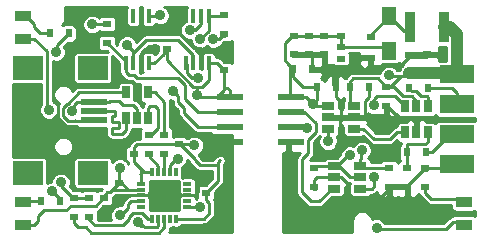
<source format=gbr>
G04 #@! TF.FileFunction,Copper,L1,Top,Signal*
%FSLAX46Y46*%
G04 Gerber Fmt 4.6, Leading zero omitted, Abs format (unit mm)*
G04 Created by KiCad (PCBNEW 0.201512231246+6403~40~ubuntu14.04.1-stable) date Mo 22 Feb 2016 17:08:34 CET*
%MOMM*%
G01*
G04 APERTURE LIST*
%ADD10C,0.100000*%
%ADD11R,0.419100X1.168400*%
%ADD12R,0.599440X0.797560*%
%ADD13R,0.797560X0.599440*%
%ADD14R,0.900000X2.500000*%
%ADD15R,2.301240X0.500380*%
%ADD16R,2.499360X1.998980*%
%ADD17R,2.999740X1.501140*%
%ADD18C,1.501140*%
%ADD19R,1.198880X1.498600*%
%ADD20R,0.730000X0.300000*%
%ADD21R,0.300000X0.730000*%
%ADD22R,1.250000X1.250000*%
%ADD23R,0.650000X1.060000*%
%ADD24R,1.060000X0.650000*%
%ADD25R,0.762000X0.558000*%
%ADD26R,0.762000X0.608000*%
%ADD27R,0.762000X0.600000*%
%ADD28R,1.397000X0.889000*%
%ADD29R,2.199640X0.599440*%
%ADD30C,0.900000*%
%ADD31C,0.600000*%
%ADD32C,0.250000*%
%ADD33C,1.000000*%
%ADD34C,0.254000*%
G04 APERTURE END LIST*
D10*
D11*
X156936440Y-76233020D03*
X156286200Y-76233020D03*
X155625800Y-76233020D03*
X154975560Y-76233020D03*
X154975560Y-80230980D03*
X155625800Y-80230980D03*
X156286200Y-80230980D03*
X156936440Y-80230980D03*
D12*
X180367940Y-87800000D03*
X178788060Y-87800000D03*
D13*
X161798000Y-91213940D03*
X161798000Y-89634060D03*
X155702000Y-87911940D03*
X155702000Y-86332060D03*
X154432000Y-90396060D03*
X154432000Y-91975940D03*
X153162000Y-91666060D03*
X153162000Y-93245940D03*
X159512000Y-87122000D03*
X159512000Y-85542120D03*
D12*
X170715940Y-80772000D03*
X169136060Y-80772000D03*
X171168060Y-82296000D03*
X172747940Y-82296000D03*
D13*
X170942000Y-89126060D03*
X170942000Y-90705940D03*
D12*
X173962060Y-82296000D03*
X175541940Y-82296000D03*
D13*
X177292000Y-89126060D03*
X177292000Y-90705940D03*
X177038000Y-83847940D03*
X177038000Y-82268060D03*
X170500000Y-77910060D03*
X170500000Y-79489940D03*
X171800000Y-77920120D03*
X171800000Y-79500000D03*
X180500000Y-81079880D03*
X180500000Y-79500000D03*
X169200000Y-77910060D03*
X169200000Y-79489940D03*
X179000000Y-81089940D03*
X179000000Y-79510060D03*
D14*
X181950000Y-77200000D03*
X179050000Y-77200000D03*
D15*
X152293320Y-83489800D03*
X152293320Y-84289900D03*
X152293320Y-85090000D03*
X152293320Y-85890100D03*
X152293320Y-86690200D03*
D16*
X152194260Y-80639920D03*
X146695160Y-80639920D03*
X152194260Y-89540080D03*
X146695160Y-89540080D03*
D17*
X183000000Y-88810000D03*
X183000000Y-81190000D03*
X183000000Y-83730000D03*
X183000000Y-86270000D03*
D18*
X183000000Y-81190000D03*
X183000000Y-83730000D03*
X183000000Y-86270000D03*
X183000000Y-88810000D03*
D13*
X156972000Y-87911940D03*
X156972000Y-86332060D03*
X158242000Y-87911940D03*
X158242000Y-86332060D03*
D12*
X148562060Y-77724000D03*
X150141940Y-77724000D03*
X147810060Y-91948000D03*
X149389940Y-91948000D03*
D13*
X150622000Y-91666060D03*
X150622000Y-93245940D03*
X151892000Y-91666060D03*
X151892000Y-93245940D03*
X163322000Y-76172060D03*
X163322000Y-77751940D03*
X153416000Y-78513940D03*
X153416000Y-76934060D03*
X180340000Y-90705940D03*
X180340000Y-89126060D03*
X178816000Y-89126060D03*
X178816000Y-90705940D03*
D11*
X162016440Y-76233020D03*
X161366200Y-76233020D03*
X160705800Y-76233020D03*
X160055560Y-76233020D03*
X160055560Y-80230980D03*
X160705800Y-80230980D03*
X161366200Y-80230980D03*
X162016440Y-80230980D03*
D19*
X177292000Y-76276200D03*
X177292000Y-79171800D03*
D20*
X160207000Y-92440000D03*
X160207000Y-91940000D03*
X160207000Y-91440000D03*
X160207000Y-90940000D03*
X160207000Y-90440000D03*
D21*
X159242000Y-89475000D03*
X158742000Y-89475000D03*
X158242000Y-89475000D03*
X157742000Y-89475000D03*
X157242000Y-89475000D03*
D20*
X156277000Y-90440000D03*
X156277000Y-90940000D03*
X156277000Y-91440000D03*
X156277000Y-91940000D03*
X156277000Y-92440000D03*
D21*
X157242000Y-93405000D03*
X157742000Y-93405000D03*
X158242000Y-93405000D03*
X158742000Y-93405000D03*
X159242000Y-93405000D03*
D22*
X157617000Y-90815000D03*
X157617000Y-92065000D03*
X158867000Y-90815000D03*
X158867000Y-92065000D03*
D23*
X156906000Y-82720000D03*
X155956000Y-82720000D03*
X155006000Y-82720000D03*
X155006000Y-84920000D03*
X156906000Y-84920000D03*
X155956000Y-84920000D03*
D24*
X172636000Y-88966000D03*
X172636000Y-89916000D03*
X172636000Y-90866000D03*
X174836000Y-90866000D03*
X174836000Y-88966000D03*
X174836000Y-89916000D03*
D23*
X178650000Y-86100000D03*
X179600000Y-86100000D03*
X180550000Y-86100000D03*
X180550000Y-83900000D03*
X178650000Y-83900000D03*
X179600000Y-83900000D03*
D25*
X173200000Y-77945000D03*
X173200000Y-79850000D03*
D26*
X175740000Y-77995000D03*
D25*
X173200000Y-78897500D03*
D27*
X175740000Y-79800000D03*
D24*
X172128000Y-83886000D03*
X172128000Y-84836000D03*
X172128000Y-85786000D03*
X174328000Y-85786000D03*
X174328000Y-83886000D03*
X174328000Y-84836000D03*
D13*
X163322000Y-79220060D03*
X163322000Y-80799940D03*
X158496000Y-77442060D03*
X158496000Y-79021940D03*
D28*
X146300000Y-78152500D03*
X146300000Y-76247500D03*
X146304000Y-93916500D03*
X146304000Y-92011500D03*
X183600000Y-93900000D03*
X183600000Y-91995000D03*
D12*
X180589940Y-82300000D03*
X179010060Y-82300000D03*
D29*
X163801580Y-83095000D03*
X163801580Y-84365000D03*
X163801580Y-85635000D03*
X163801580Y-86905000D03*
X168998420Y-86905000D03*
X168998420Y-85635000D03*
X168998420Y-84365000D03*
X168998420Y-83095000D03*
D30*
X161000000Y-82900000D03*
X160800000Y-87200000D03*
X146400000Y-86800000D03*
X149592073Y-88500000D03*
X152700000Y-87700000D03*
X161924980Y-88100000D03*
X161700000Y-94200000D03*
X158950662Y-92148662D03*
X157510934Y-90708934D03*
X159127269Y-84370799D03*
X157432912Y-79063522D03*
X155702000Y-77724000D03*
X151600000Y-78800000D03*
X148474969Y-84200000D03*
X150476476Y-84322770D03*
X154475020Y-89105760D03*
X173140486Y-87306329D03*
X172472000Y-80772000D03*
D31*
X173199543Y-87357029D03*
D30*
X168900000Y-88646000D03*
X173400000Y-93400000D03*
X178000000Y-92456000D03*
X177000000Y-85900000D03*
X175006000Y-87630000D03*
X177292000Y-81280000D03*
X173977481Y-88020097D03*
X170800000Y-83708000D03*
X176242000Y-94200000D03*
X154500000Y-93100000D03*
X149100000Y-79300000D03*
X159378541Y-88321582D03*
X148710572Y-91100000D03*
X155100000Y-78700000D03*
X149492929Y-90326732D03*
X159000000Y-82600000D03*
X161300000Y-78200000D03*
X161290000Y-92456000D03*
X161101156Y-81462818D03*
X162400000Y-78200000D03*
X170300000Y-85700000D03*
X172130689Y-86870055D03*
X176022000Y-89916000D03*
X175989218Y-83820000D03*
X152146000Y-76962000D03*
X156014320Y-93704521D03*
X160390333Y-77458535D03*
X157900000Y-76200000D03*
D32*
X161600000Y-83095000D02*
X161900000Y-83095000D01*
X163801580Y-83095000D02*
X161900000Y-83095000D01*
X161900000Y-83095000D02*
X162700000Y-83095000D01*
X163322000Y-82300000D02*
X163322000Y-81349660D01*
X163322000Y-82473000D02*
X163322000Y-82300000D01*
X163322000Y-82300000D02*
X163556300Y-82300000D01*
X163556300Y-82300000D02*
X163801580Y-82545280D01*
X163801580Y-82545280D02*
X163801580Y-83095000D01*
X161600000Y-83095000D02*
X161195000Y-83095000D01*
X161195000Y-83095000D02*
X161000000Y-82900000D01*
X161473157Y-82237819D02*
X161000000Y-82237819D01*
X161000000Y-82237819D02*
X160721234Y-82237819D01*
X161000000Y-82900000D02*
X161000000Y-82263604D01*
X161000000Y-82263604D02*
X161000000Y-82237819D01*
X159512000Y-87122000D02*
X160722000Y-87122000D01*
X160722000Y-87122000D02*
X160800000Y-87200000D01*
X159512000Y-87122000D02*
X156200000Y-87122000D01*
X155942220Y-87122000D02*
X156200000Y-87122000D01*
X155702000Y-87911940D02*
X155702000Y-87362220D01*
X155702000Y-87362220D02*
X155942220Y-87122000D01*
X156277000Y-90040000D02*
X156277000Y-90440000D01*
X156277000Y-89760757D02*
X156277000Y-90040000D01*
X158496000Y-80012585D02*
X158496000Y-79571660D01*
X162016440Y-81694536D02*
X161473157Y-82237819D01*
X162016440Y-80230980D02*
X162016440Y-81694536D01*
X158496000Y-79571660D02*
X158496000Y-79021940D01*
X160721234Y-82237819D02*
X158496000Y-80012585D01*
X159642000Y-93405000D02*
X159242000Y-93405000D01*
X161611000Y-93405000D02*
X159642000Y-93405000D01*
X162075002Y-92940998D02*
X161611000Y-93405000D01*
X162075002Y-92093998D02*
X162075002Y-92940998D01*
X161798000Y-91816996D02*
X162075002Y-92093998D01*
X161798000Y-91213940D02*
X161798000Y-91816996D01*
X160849978Y-88360918D02*
X160849978Y-88472002D01*
X159512000Y-87122000D02*
X159611060Y-87122000D01*
X160849978Y-88472002D02*
X161277976Y-88900000D01*
X162950021Y-88472001D02*
X162814000Y-88608022D01*
X162814000Y-88608022D02*
X162814000Y-88900000D01*
X161277976Y-88900000D02*
X162814000Y-88900000D01*
X161600000Y-83095000D02*
X162125000Y-83095000D01*
X159611060Y-87122000D02*
X160849978Y-88360918D01*
X158194846Y-79323094D02*
X158496000Y-79021940D01*
X158194846Y-79432124D02*
X158194846Y-79323094D01*
X156936440Y-80230980D02*
X157395990Y-80230980D01*
X157395990Y-80230980D02*
X158194846Y-79432124D01*
X162700000Y-83095000D02*
X163322000Y-82473000D01*
X163322000Y-81349660D02*
X163322000Y-80799940D01*
X162016440Y-80230980D02*
X162753040Y-80230980D01*
X162753040Y-80230980D02*
X163322000Y-80799940D01*
X162814000Y-90197940D02*
X161798000Y-91213940D01*
X162814000Y-88900000D02*
X162814000Y-90197940D01*
X156277000Y-90440000D02*
X156277000Y-89221000D01*
X156277000Y-89221000D02*
X155702000Y-88646000D01*
X155702000Y-87911940D02*
X155702000Y-88646000D01*
X156531000Y-89475000D02*
X157242000Y-89475000D01*
X155702000Y-88646000D02*
X156531000Y-89475000D01*
X156277000Y-90440000D02*
X156277000Y-89729000D01*
X156277000Y-89729000D02*
X156210000Y-89662000D01*
X161924980Y-87177976D02*
X161924980Y-87463604D01*
X159512000Y-85542120D02*
X160289124Y-85542120D01*
X160289124Y-85542120D02*
X161924980Y-87177976D01*
X161924980Y-87463604D02*
X161924980Y-88100000D01*
X163601580Y-86905000D02*
X163601580Y-87454720D01*
X163601580Y-87454720D02*
X163034308Y-88021992D01*
X163034308Y-88021992D02*
X162763620Y-88021992D01*
X162763620Y-88021992D02*
X162685612Y-88100000D01*
X162685612Y-88100000D02*
X161924980Y-88100000D01*
X149592073Y-88384403D02*
X148007670Y-86800000D01*
X148007670Y-86800000D02*
X146400000Y-86800000D01*
X152700000Y-87700000D02*
X152250001Y-88149999D01*
X149826477Y-88149999D02*
X149592073Y-88384403D01*
X152250001Y-88149999D02*
X149826477Y-88149999D01*
X155702000Y-86332060D02*
X155602940Y-86332060D01*
X155602940Y-86332060D02*
X154935000Y-87000000D01*
X154935000Y-87000000D02*
X153400000Y-87000000D01*
X153400000Y-87000000D02*
X152700000Y-87700000D01*
X152293320Y-86690200D02*
X152293320Y-87293320D01*
X152293320Y-87293320D02*
X152700000Y-87700000D01*
X152531002Y-77724000D02*
X154686000Y-77724000D01*
X151878999Y-77737001D02*
X152518001Y-77737001D01*
X152518001Y-77737001D02*
X152531002Y-77724000D01*
X151130000Y-78486000D02*
X151878999Y-77737001D01*
X154027998Y-92324998D02*
X154309002Y-92324998D01*
X154309002Y-92324998D02*
X154432000Y-92202000D01*
X152908000Y-93245940D02*
X153107056Y-93245940D01*
X153107056Y-93245940D02*
X154027998Y-92324998D01*
X154432000Y-92202000D02*
X154432000Y-91975940D01*
X150892700Y-85890100D02*
X152293320Y-85890100D01*
X148844000Y-83396998D02*
X149249989Y-83802988D01*
X148844000Y-82042000D02*
X148844000Y-83396998D01*
X149249989Y-84886400D02*
X150253689Y-85890100D01*
X150253689Y-85890100D02*
X150892700Y-85890100D01*
X149249989Y-83802988D02*
X149249989Y-84886400D01*
X159512000Y-84755530D02*
X159127269Y-84370799D01*
X159512000Y-85542120D02*
X159512000Y-84755530D01*
X159144780Y-77442060D02*
X158496000Y-77442060D01*
X159226854Y-77442060D02*
X159144780Y-77442060D01*
X160759795Y-78975001D02*
X159226854Y-77442060D01*
X161271001Y-78975001D02*
X160759795Y-78975001D01*
X161366200Y-79070200D02*
X161271001Y-78975001D01*
X156286200Y-79396780D02*
X156619458Y-79063522D01*
X156796516Y-79063522D02*
X157432912Y-79063522D01*
X156286200Y-80230980D02*
X156286200Y-79396780D01*
X156619458Y-79063522D02*
X156796516Y-79063522D01*
X151130000Y-78486000D02*
X151286000Y-78486000D01*
X151286000Y-78486000D02*
X151600000Y-78800000D01*
X154686000Y-77724000D02*
X155702000Y-77724000D01*
X155702000Y-77724000D02*
X156210000Y-77724000D01*
X156286200Y-76233020D02*
X156286200Y-77647800D01*
X156286200Y-77647800D02*
X156210000Y-77724000D01*
X148844000Y-80772000D02*
X151130000Y-78486000D01*
X163322000Y-79220060D02*
X162673220Y-79220060D01*
X162673220Y-79220060D02*
X162523360Y-79070200D01*
X162523360Y-79070200D02*
X161366200Y-79070200D01*
X161366200Y-80230980D02*
X161366200Y-79070200D01*
X148844000Y-82042000D02*
X148844000Y-80772000D01*
X154686000Y-77724000D02*
X154975560Y-77434440D01*
X156286200Y-77647800D02*
X156491940Y-77442060D01*
X158496000Y-77442060D02*
X158496000Y-76962000D01*
X159224980Y-76233020D02*
X160055560Y-76233020D01*
X158496000Y-76962000D02*
X159224980Y-76233020D01*
X158496000Y-77442060D02*
X156491940Y-77442060D01*
X155956000Y-82720000D02*
X155956000Y-82206018D01*
X155956000Y-82206018D02*
X155537982Y-81788000D01*
X155537982Y-81788000D02*
X154178000Y-81788000D01*
X154178000Y-81788000D02*
X153924000Y-82042000D01*
X153924000Y-82042000D02*
X150368000Y-82042000D01*
X150368000Y-82042000D02*
X150114000Y-81788000D01*
X150114000Y-81788000D02*
X149098000Y-81788000D01*
X149098000Y-81788000D02*
X148844000Y-82042000D01*
X163322000Y-79220060D02*
X163040060Y-79220060D01*
X154432000Y-91975940D02*
X154432000Y-91948000D01*
X154432000Y-91948000D02*
X154940000Y-91440000D01*
X154940000Y-91440000D02*
X156277000Y-91440000D01*
X156277000Y-91440000D02*
X158242000Y-91440000D01*
X158242000Y-91440000D02*
X158867000Y-90815000D01*
X160207000Y-91440000D02*
X158242000Y-91440000D01*
X158242000Y-91440000D02*
X157617000Y-92065000D01*
X160207000Y-91440000D02*
X160822000Y-91440000D01*
X160822000Y-91440000D02*
X161074219Y-91187781D01*
X161074219Y-91187781D02*
X161074219Y-90258781D01*
X161074219Y-90258781D02*
X161698940Y-89634060D01*
X161698940Y-89634060D02*
X161798000Y-89634060D01*
X152651460Y-86332060D02*
X152293320Y-86690200D01*
X152293320Y-85890100D02*
X152293320Y-86690200D01*
X156286200Y-77236320D02*
X156286200Y-76233020D01*
X154975560Y-76233020D02*
X154975560Y-77434440D01*
X154975560Y-77434440D02*
X154983180Y-77442060D01*
X156491940Y-77442060D02*
X156286200Y-77236320D01*
X153573789Y-83489800D02*
X152293320Y-83489800D01*
X153613600Y-83449989D02*
X153573789Y-83489800D01*
X154756411Y-83820000D02*
X154386401Y-83449989D01*
X154386401Y-83449989D02*
X153613600Y-83449989D01*
X155636000Y-83820000D02*
X154756411Y-83820000D01*
X155956000Y-84140000D02*
X155636000Y-83820000D01*
X155956000Y-84920000D02*
X155956000Y-84140000D01*
X146304000Y-78168500D02*
X147256500Y-78168500D01*
X147256500Y-78168500D02*
X148290001Y-79202001D01*
X148290001Y-79202001D02*
X148290001Y-84015032D01*
X148290001Y-84015032D02*
X148474969Y-84200000D01*
X150622000Y-84177246D02*
X150476476Y-84322770D01*
X152293320Y-83489800D02*
X150892700Y-83489800D01*
X150622000Y-83760500D02*
X150622000Y-84177246D01*
X150892700Y-83489800D02*
X150622000Y-83760500D01*
X154432000Y-89148780D02*
X154475020Y-89105760D01*
X154432000Y-90396060D02*
X154432000Y-89148780D01*
X146304000Y-93916500D02*
X147252500Y-93916500D01*
X147252500Y-93916500D02*
X147574000Y-93595000D01*
X147574000Y-93595000D02*
X147574000Y-93218000D01*
X147574000Y-93218000D02*
X148082000Y-92710000D01*
X149898219Y-92710000D02*
X150317438Y-92290781D01*
X150317438Y-92290781D02*
X152438219Y-92290781D01*
X148082000Y-92710000D02*
X149898219Y-92710000D01*
X152438219Y-92290781D02*
X153062940Y-91666060D01*
X153062940Y-91666060D02*
X153162000Y-91666060D01*
X146446060Y-93753940D02*
X146400000Y-93800000D01*
X155448000Y-90940000D02*
X153888060Y-90940000D01*
X153888060Y-90940000D02*
X153642060Y-91186000D01*
X152908000Y-91666060D02*
X152935940Y-91666060D01*
X152935940Y-91666060D02*
X153416000Y-91186000D01*
X153416000Y-91186000D02*
X153642060Y-91186000D01*
X153642060Y-91186000D02*
X154432000Y-90396060D01*
X156277000Y-90940000D02*
X155448000Y-90940000D01*
X155448000Y-90940000D02*
X155202000Y-90940000D01*
X155202000Y-90940000D02*
X154658060Y-90396060D01*
X154658060Y-90396060D02*
X154432000Y-90396060D01*
X172472000Y-80772000D02*
X175318000Y-80772000D01*
X175318000Y-80772000D02*
X175740000Y-80350000D01*
X175740000Y-80350000D02*
X175740000Y-79800000D01*
X175200000Y-81026000D02*
X174946000Y-80772000D01*
X174946000Y-80772000D02*
X172472000Y-80772000D01*
X171800000Y-79500000D02*
X169210060Y-79500000D01*
X169210060Y-79500000D02*
X169200000Y-79489940D01*
X175740000Y-80350000D02*
X175894998Y-80504998D01*
X175894998Y-80504998D02*
X176919998Y-80504998D01*
X173140486Y-86669933D02*
X173140486Y-87306329D01*
X173140486Y-84923514D02*
X173140486Y-86669933D01*
X173228000Y-84836000D02*
X173140486Y-84923514D01*
X172747940Y-81111560D02*
X172747940Y-81047940D01*
X172747940Y-81047940D02*
X172472000Y-80772000D01*
X173990000Y-92456000D02*
X173990000Y-92810000D01*
X173990000Y-92810000D02*
X173400000Y-93400000D01*
X178000000Y-92456000D02*
X179070000Y-92456000D01*
X173990000Y-92456000D02*
X178000000Y-92456000D01*
X175260000Y-84237786D02*
X175260000Y-84582000D01*
X175214216Y-84192002D02*
X175260000Y-84237786D01*
X175214216Y-83447998D02*
X175214216Y-84192002D01*
X175541940Y-83120274D02*
X175214216Y-83447998D01*
X175541940Y-82296000D02*
X175541940Y-83120274D01*
X175604214Y-84582000D02*
X175260000Y-84582000D01*
X175617216Y-84595002D02*
X175604214Y-84582000D01*
X176840658Y-84595002D02*
X175617216Y-84595002D01*
X177038000Y-84397660D02*
X176840658Y-84595002D01*
X177038000Y-83847940D02*
X177038000Y-84397660D01*
X179000000Y-79710060D02*
X180500000Y-79710060D01*
X178205062Y-80504998D02*
X179000000Y-79710060D01*
X176919998Y-80504998D02*
X178205062Y-80504998D01*
X178044121Y-84855879D02*
X177000000Y-85900000D01*
X178044121Y-84755001D02*
X178044121Y-84855879D01*
X179600000Y-86100000D02*
X179600000Y-85320000D01*
X179600000Y-85320000D02*
X179035001Y-84755001D01*
X179035001Y-84755001D02*
X178044121Y-84755001D01*
X178044121Y-84755001D02*
X177137060Y-83847940D01*
X177137060Y-83847940D02*
X177038000Y-83847940D01*
X172500000Y-80800000D02*
X172500000Y-82048060D01*
X172500000Y-82048060D02*
X172747940Y-82296000D01*
X170715940Y-80772000D02*
X172472000Y-80772000D01*
X172472000Y-80772000D02*
X172500000Y-80800000D01*
X172747940Y-81047940D02*
X172500000Y-80800000D01*
X180340000Y-89126060D02*
X182683940Y-89126060D01*
X182683940Y-89126060D02*
X183000000Y-88810000D01*
X178816000Y-90705940D02*
X178816000Y-90650060D01*
X178816000Y-90650060D02*
X180340000Y-89126060D01*
X178816000Y-90705940D02*
X177292000Y-90705940D01*
X177292000Y-90705940D02*
X177292000Y-90932000D01*
X177292000Y-90932000D02*
X176530000Y-91694000D01*
X176530000Y-91694000D02*
X173228000Y-91694000D01*
X172747940Y-82296000D02*
X172747940Y-81111560D01*
X173228000Y-84836000D02*
X173228000Y-83566000D01*
X172747940Y-83085940D02*
X172747940Y-82296000D01*
X173228000Y-83566000D02*
X172747940Y-83085940D01*
X170715940Y-80772000D02*
X170715940Y-79756000D01*
X170715940Y-79756000D02*
X170942000Y-79529940D01*
X174328000Y-84836000D02*
X173228000Y-84836000D01*
X173228000Y-84836000D02*
X172128000Y-84836000D01*
X175260000Y-84836000D02*
X174328000Y-84836000D01*
X175260000Y-84582000D02*
X175260000Y-84836000D01*
X173228000Y-91694000D02*
X173990000Y-92456000D01*
X172636000Y-89916000D02*
X173228000Y-89916000D01*
X168900000Y-91176000D02*
X168900000Y-88646000D01*
X173228000Y-91694000D02*
X172466000Y-92456000D01*
X172466000Y-92456000D02*
X170180000Y-92456000D01*
X170180000Y-92456000D02*
X168900000Y-91176000D01*
X168900000Y-88646000D02*
X168900000Y-86905000D01*
X173736000Y-91186000D02*
X173228000Y-91694000D01*
X173736000Y-90424000D02*
X173736000Y-91186000D01*
X173228000Y-89916000D02*
X173736000Y-90424000D01*
X172636000Y-89916000D02*
X171196000Y-89916000D01*
X170942000Y-90170000D02*
X170942000Y-90705940D01*
X171196000Y-89916000D02*
X170942000Y-90170000D01*
D33*
X182400000Y-77200000D02*
X183000000Y-77800000D01*
X183000000Y-77800000D02*
X183000000Y-81190000D01*
X181950000Y-77200000D02*
X182400000Y-77200000D01*
X179000000Y-81089940D02*
X182899940Y-81089940D01*
X182899940Y-81089940D02*
X183000000Y-81190000D01*
D32*
X179600000Y-83900000D02*
X179600000Y-83409998D01*
X179600000Y-83409998D02*
X179235001Y-83044999D01*
X179235001Y-83044999D02*
X178463719Y-83044999D01*
X178463719Y-83044999D02*
X177686780Y-82268060D01*
X177686780Y-82268060D02*
X177038000Y-82268060D01*
X174890580Y-88336420D02*
X174890580Y-87745420D01*
X174890580Y-87745420D02*
X175006000Y-87630000D01*
X174836000Y-88391000D02*
X174890580Y-88336420D01*
X174836000Y-88966000D02*
X174836000Y-88391000D01*
X177600000Y-81289940D02*
X178298060Y-81289940D01*
X177600000Y-81289940D02*
X177301940Y-81289940D01*
X177292000Y-81280000D02*
X177301940Y-81289940D01*
X177292000Y-89126060D02*
X176530000Y-89126060D01*
X176530000Y-89126060D02*
X174996060Y-89126060D01*
X173962060Y-82296000D02*
X173962060Y-83520060D01*
X173962060Y-83520060D02*
X174328000Y-83886000D01*
X173962060Y-82296000D02*
X173962060Y-81815940D01*
X176303940Y-81534000D02*
X177038000Y-82268060D01*
X174244000Y-81534000D02*
X176303940Y-81534000D01*
X173962060Y-81815940D02*
X174244000Y-81534000D01*
X174996060Y-89126060D02*
X174836000Y-88966000D01*
X173962060Y-82296000D02*
X173962060Y-82268060D01*
X181950000Y-77500000D02*
X182148000Y-77500000D01*
X182148000Y-77500000D02*
X183000000Y-78352000D01*
X183000000Y-78352000D02*
X183000000Y-81190000D01*
X177038000Y-82268060D02*
X177319940Y-82268060D01*
X177319940Y-82268060D02*
X178298060Y-81289940D01*
X178298060Y-81289940D02*
X179000000Y-81289940D01*
X183000000Y-81190000D02*
X180599940Y-81190000D01*
X180599940Y-81190000D02*
X180500000Y-81289940D01*
X180500000Y-81289940D02*
X179000000Y-81289940D01*
X173200000Y-78897500D02*
X177017700Y-78897500D01*
X177017700Y-78897500D02*
X177292000Y-79171800D01*
X170500000Y-77910060D02*
X169200000Y-77910060D01*
X171800000Y-77920120D02*
X170510060Y-77920120D01*
X170510060Y-77920120D02*
X170500000Y-77910060D01*
X173200000Y-77945000D02*
X171824880Y-77945000D01*
X171824880Y-77945000D02*
X171800000Y-77920120D01*
X168900000Y-81200000D02*
X168900000Y-81008060D01*
X168900000Y-83095000D02*
X168900000Y-81200000D01*
X168900000Y-81200000D02*
X168900000Y-80535940D01*
X168900000Y-80535940D02*
X168700000Y-80335940D01*
X168476219Y-80013099D02*
X168700000Y-80236880D01*
X168700000Y-80236880D02*
X168700000Y-80335940D01*
X168700000Y-80335940D02*
X169136060Y-80772000D01*
X169136060Y-80772000D02*
X169136060Y-81420780D01*
X169136060Y-81420780D02*
X170011280Y-82296000D01*
X170011280Y-82296000D02*
X170618340Y-82296000D01*
X170618340Y-82296000D02*
X171168060Y-82296000D01*
X169200000Y-77910060D02*
X169100940Y-77910060D01*
X169100940Y-77910060D02*
X168476219Y-78534781D01*
X168476219Y-78534781D02*
X168476219Y-80013099D01*
X169234940Y-77945000D02*
X169200000Y-77910060D01*
X173200000Y-78897500D02*
X173200000Y-77945000D01*
X173786903Y-88020097D02*
X173977481Y-88020097D01*
X172636000Y-88966000D02*
X172841000Y-88966000D01*
X172841000Y-88966000D02*
X173786903Y-88020097D01*
X172431000Y-88966000D02*
X172636000Y-88966000D01*
X170822000Y-83700000D02*
X171008000Y-83886000D01*
X170688000Y-83566000D02*
X170822000Y-83700000D01*
X170808000Y-83700000D02*
X170800000Y-83708000D01*
X171168060Y-83339940D02*
X170800000Y-83708000D01*
X170800000Y-83708000D02*
X170688000Y-83820000D01*
X170822000Y-83700000D02*
X170808000Y-83700000D01*
X176242000Y-94200000D02*
X176321999Y-94279999D01*
X176022000Y-93980000D02*
X176242000Y-94200000D01*
X176321999Y-94279999D02*
X182076001Y-94279999D01*
X182076001Y-94279999D02*
X182693500Y-93662500D01*
X182693500Y-93662500D02*
X183642000Y-93662500D01*
X171168060Y-82296000D02*
X171168060Y-83339940D01*
X169136060Y-80772000D02*
X168910000Y-80772000D01*
X170688000Y-83566000D02*
X170688000Y-83820000D01*
X168900000Y-83095000D02*
X170217000Y-83095000D01*
X171008000Y-83886000D02*
X172128000Y-83886000D01*
X170217000Y-83095000D02*
X170688000Y-83566000D01*
X174836000Y-89916000D02*
X173990000Y-89916000D01*
X173990000Y-89916000D02*
X173040000Y-88966000D01*
X173040000Y-88966000D02*
X172636000Y-88966000D01*
X172636000Y-88966000D02*
X171102060Y-88966000D01*
X171102060Y-88966000D02*
X170942000Y-89126060D01*
X168900000Y-81008060D02*
X169136060Y-80772000D01*
X148562060Y-77724000D02*
X147764500Y-77724000D01*
X147764500Y-77724000D02*
X147252500Y-77212000D01*
X147252500Y-77212000D02*
X147252500Y-76958000D01*
X147252500Y-76958000D02*
X146558000Y-76263500D01*
X146558000Y-76263500D02*
X146304000Y-76263500D01*
X147800060Y-91948000D02*
X146367500Y-91948000D01*
X146367500Y-91948000D02*
X146304000Y-92011500D01*
X183642000Y-91757500D02*
X180841840Y-91757500D01*
X180841840Y-91757500D02*
X180340000Y-91255660D01*
X180340000Y-91255660D02*
X180340000Y-90705940D01*
X175740000Y-77995000D02*
X175740000Y-77828200D01*
X175740000Y-77828200D02*
X177292000Y-76276200D01*
X179050000Y-77500000D02*
X178515800Y-77500000D01*
X178515800Y-77500000D02*
X177292000Y-76276200D01*
X154100000Y-84300000D02*
X153810100Y-84300000D01*
X153810100Y-84300000D02*
X153800000Y-84289900D01*
X154100000Y-84700000D02*
X154100000Y-84300000D01*
X153800000Y-85200000D02*
X153800000Y-84700000D01*
X153800000Y-84700000D02*
X154100000Y-84700000D01*
X155006000Y-84920000D02*
X155006000Y-85894000D01*
X155006000Y-85894000D02*
X154700000Y-86200000D01*
X154700000Y-86200000D02*
X153800000Y-86200000D01*
X153800000Y-86200000D02*
X153800000Y-85700000D01*
X153800000Y-85700000D02*
X154400000Y-85700000D01*
X154400000Y-85700000D02*
X154400000Y-85200000D01*
X154400000Y-85200000D02*
X153800000Y-85200000D01*
X153800000Y-84289900D02*
X152293320Y-84289900D01*
X152293320Y-85090000D02*
X150712996Y-85097771D01*
X150712996Y-85097771D02*
X150712996Y-85090000D01*
X155006000Y-82720000D02*
X151011641Y-82720000D01*
X151011641Y-82720000D02*
X150066700Y-83664941D01*
X150066700Y-83664941D02*
X150035059Y-83664941D01*
X150035059Y-83664941D02*
X149700000Y-84000000D01*
X149700000Y-84000000D02*
X149700000Y-84077004D01*
X149701475Y-84694771D02*
X150104475Y-85097771D01*
X149700000Y-84077004D02*
X149701475Y-84078479D01*
X149701475Y-84078479D02*
X149701475Y-84694771D01*
X150104475Y-85097771D02*
X150712996Y-85097771D01*
X179010060Y-82399060D02*
X179010060Y-82300000D01*
X179205988Y-82594988D02*
X179010060Y-82399060D01*
X179531399Y-82594988D02*
X179205988Y-82594988D01*
X179960190Y-83023781D02*
X179531399Y-82594988D01*
X180453781Y-83023781D02*
X179960190Y-83023781D01*
X180550000Y-83120000D02*
X180453781Y-83023781D01*
X180550000Y-83900000D02*
X180550000Y-83120000D01*
X180550000Y-83900000D02*
X180550000Y-83550000D01*
X180367940Y-87800000D02*
X180917660Y-87800000D01*
X180917660Y-87800000D02*
X182447660Y-86270000D01*
X182447660Y-86270000D02*
X183000000Y-86270000D01*
X157742000Y-89475000D02*
X157742000Y-88908000D01*
X157742000Y-88908000D02*
X156972000Y-88138000D01*
X156972000Y-88138000D02*
X156972000Y-87911940D01*
X157500000Y-83894000D02*
X157012000Y-83894000D01*
X157700000Y-85700000D02*
X157700000Y-84100000D01*
X157500000Y-83894000D02*
X157500000Y-83900000D01*
X157500000Y-83900000D02*
X157700000Y-84100000D01*
X156972000Y-86332060D02*
X157167940Y-86332060D01*
X157167940Y-86332060D02*
X157167940Y-86232060D01*
X157167940Y-86232060D02*
X157700000Y-85700000D01*
X157012000Y-83894000D02*
X156906000Y-84000000D01*
X156906000Y-84000000D02*
X156906000Y-84920000D01*
X156906000Y-84920000D02*
X156972000Y-84986000D01*
X156906000Y-84606000D02*
X156906000Y-84506000D01*
X156906000Y-84920000D02*
X156906000Y-84606000D01*
X156906000Y-86266060D02*
X156972000Y-86332060D01*
X158242000Y-89475000D02*
X158242000Y-87911940D01*
X156906000Y-82720000D02*
X157481000Y-82720000D01*
X157481000Y-82720000D02*
X158250009Y-83489009D01*
X158242000Y-84194410D02*
X158242000Y-85427350D01*
X158250009Y-83489009D02*
X158250009Y-84186401D01*
X158250009Y-84186401D02*
X158242000Y-84194410D01*
X158242000Y-85427350D02*
X158242000Y-86332060D01*
X158242000Y-86168342D02*
X158242000Y-86332060D01*
X155194000Y-92202000D02*
X155194000Y-92497442D01*
X155194000Y-92497442D02*
X154591442Y-93100000D01*
X154591442Y-93100000D02*
X154500000Y-93100000D01*
X155456000Y-91940000D02*
X155194000Y-92202000D01*
X156277000Y-91940000D02*
X155456000Y-91940000D01*
X149200000Y-78665940D02*
X150141940Y-77724000D01*
X149200000Y-79200000D02*
X149200000Y-78665940D01*
X149100000Y-79300000D02*
X149200000Y-79200000D01*
X150141940Y-77724000D02*
X150141940Y-77841198D01*
X158742000Y-88860000D02*
X159280418Y-88321582D01*
X159280418Y-88321582D02*
X159378541Y-88321582D01*
X149389940Y-91779368D02*
X148710572Y-91100000D01*
X149389940Y-91948000D02*
X149389940Y-91779368D01*
X149379940Y-91948000D02*
X149379940Y-91769368D01*
X158742000Y-89475000D02*
X158742000Y-88860000D01*
X155100000Y-78700000D02*
X155625800Y-79225800D01*
X155625800Y-79225800D02*
X155625800Y-80230980D01*
X151892000Y-91666060D02*
X150622000Y-91666060D01*
X150622000Y-91666060D02*
X150522940Y-91666060D01*
X149492929Y-90636049D02*
X149492929Y-90326732D01*
X150522940Y-91666060D02*
X149492929Y-90636049D01*
X155625800Y-79396780D02*
X155625800Y-80230980D01*
X159436905Y-78288521D02*
X156734059Y-78288521D01*
X156734059Y-78288521D02*
X155625800Y-79396780D01*
X160705800Y-79557420D02*
X159436905Y-78288521D01*
X160705800Y-80230980D02*
X160705800Y-79557420D01*
X151638000Y-91666060D02*
X150368000Y-91666060D01*
X152075120Y-94600000D02*
X151600000Y-94124880D01*
X150622000Y-93245940D02*
X150622000Y-93795660D01*
X150622000Y-93795660D02*
X150951220Y-94124880D01*
X150951220Y-94124880D02*
X151600000Y-94124880D01*
X157783413Y-94600000D02*
X152075120Y-94600000D01*
X158149413Y-94234000D02*
X157783413Y-94600000D01*
X158242000Y-94234000D02*
X158149413Y-94234000D01*
X158242000Y-93405000D02*
X158242000Y-94234000D01*
X154767004Y-93980000D02*
X152372060Y-93980000D01*
X156361998Y-92924998D02*
X155627998Y-92924998D01*
X155275002Y-93472002D02*
X154767004Y-93980000D01*
X155275002Y-93277994D02*
X155275002Y-93472002D01*
X155627998Y-92924998D02*
X155275002Y-93277994D01*
X157242000Y-93405000D02*
X156842000Y-93405000D01*
X152372060Y-93980000D02*
X151638000Y-93245940D01*
X156842000Y-93405000D02*
X156361998Y-92924998D01*
X161600000Y-85635000D02*
X163601580Y-85635000D01*
X161600000Y-85635000D02*
X161075000Y-85635000D01*
X159902271Y-84013557D02*
X159449999Y-83561285D01*
X159449999Y-83561285D02*
X159449999Y-83049999D01*
X159902271Y-84462271D02*
X159902271Y-84013557D01*
X159449999Y-83049999D02*
X159000000Y-82600000D01*
X161075000Y-85635000D02*
X159902271Y-84462271D01*
X162016440Y-77251560D02*
X162016440Y-77100000D01*
X161300000Y-78200000D02*
X162016440Y-77483560D01*
X162016440Y-77100000D02*
X162016440Y-76233020D01*
X162016440Y-77483560D02*
X162016440Y-77100000D01*
X162016440Y-76233020D02*
X163261040Y-76233020D01*
X163261040Y-76233020D02*
X163322000Y-76172060D01*
X161600000Y-85635000D02*
X161073000Y-85635000D01*
X160582642Y-81462818D02*
X161101156Y-81462818D01*
X160055560Y-80230980D02*
X160171249Y-80346669D01*
X160171249Y-80346669D02*
X160171249Y-81051425D01*
X160171249Y-81051425D02*
X160582642Y-81462818D01*
X160207000Y-92440000D02*
X161274000Y-92440000D01*
X162400000Y-78200000D02*
X162873940Y-78200000D01*
X162873940Y-78200000D02*
X163322000Y-77751940D01*
X163421060Y-77751940D02*
X163322000Y-77751940D01*
X161274000Y-92440000D02*
X161290000Y-92456000D01*
X163265940Y-77978000D02*
X163454000Y-77789940D01*
X161600000Y-84365000D02*
X161400000Y-84365000D01*
X161400000Y-84365000D02*
X161075000Y-84365000D01*
X163601580Y-84365000D02*
X161400000Y-84365000D01*
X157988000Y-81534000D02*
X156300000Y-81534000D01*
X156300000Y-81534000D02*
X155956000Y-81534000D01*
X159372002Y-81524998D02*
X156309002Y-81524998D01*
X156309002Y-81524998D02*
X156300000Y-81534000D01*
X161075000Y-84365000D02*
X159975002Y-83265002D01*
X159975002Y-82127998D02*
X159372002Y-81524998D01*
X159372002Y-81524998D02*
X158627998Y-81524998D01*
X159975002Y-83265002D02*
X159975002Y-82127998D01*
X154975560Y-80230980D02*
X154975560Y-80073500D01*
X154975560Y-80073500D02*
X153416000Y-78513940D01*
X154975560Y-81003562D02*
X154975560Y-80230980D01*
X155251998Y-81280000D02*
X154975560Y-81003562D01*
X155702000Y-81280000D02*
X155251998Y-81280000D01*
X155956000Y-81534000D02*
X155702000Y-81280000D01*
X178788060Y-87122000D02*
X178833841Y-87076219D01*
X178833841Y-87076219D02*
X180353781Y-87076219D01*
X180353781Y-87076219D02*
X180550000Y-86880000D01*
X180550000Y-86880000D02*
X180550000Y-86100000D01*
X178788060Y-87998120D02*
X178788060Y-89098120D01*
X178788060Y-87122000D02*
X178788060Y-87998120D01*
X178788060Y-89098120D02*
X178816000Y-89126060D01*
X172128000Y-86867366D02*
X172130689Y-86870055D01*
X172128000Y-85786000D02*
X172128000Y-86867366D01*
X170300000Y-85700000D02*
X168965000Y-85700000D01*
X168965000Y-85700000D02*
X168900000Y-85635000D01*
X170000000Y-84365000D02*
X168900000Y-84365000D01*
X170112002Y-84365000D02*
X170000000Y-84365000D01*
X171075001Y-85327999D02*
X170112002Y-84365000D01*
X171075001Y-86072001D02*
X171075001Y-85327999D01*
X170434000Y-86713002D02*
X171075001Y-86072001D01*
X170434000Y-87884000D02*
X170434000Y-86713002D01*
X169926000Y-88392000D02*
X170434000Y-87884000D01*
X169926000Y-91186000D02*
X169926000Y-88392000D01*
X170688000Y-91948000D02*
X169926000Y-91186000D01*
X171349000Y-91948000D02*
X170688000Y-91948000D01*
X172431000Y-90866000D02*
X171349000Y-91948000D01*
X172636000Y-90866000D02*
X172431000Y-90866000D01*
X175108000Y-85786000D02*
X174328000Y-85786000D01*
X175997001Y-86675001D02*
X175108000Y-85786000D01*
X177372001Y-86675001D02*
X175997001Y-86675001D01*
X177947002Y-86100000D02*
X177372001Y-86675001D01*
X178650000Y-86100000D02*
X177947002Y-86100000D01*
X176022000Y-83312000D02*
X175989218Y-83820000D01*
X176022000Y-83820000D02*
X175989218Y-83820000D01*
X178650000Y-83900000D02*
X177808000Y-83058000D01*
X177808000Y-83058000D02*
X176276000Y-83058000D01*
X175834000Y-90866000D02*
X174836000Y-90866000D01*
X176022000Y-90678000D02*
X175834000Y-90866000D01*
X176022000Y-89916000D02*
X176022000Y-90678000D01*
X176276000Y-83058000D02*
X176022000Y-83312000D01*
X156623795Y-94149989D02*
X156473806Y-94000000D01*
X157597013Y-94149989D02*
X156623795Y-94149989D01*
X157742000Y-94005002D02*
X157597013Y-94149989D01*
X157742000Y-93405000D02*
X157742000Y-94005002D01*
X156473806Y-94000000D02*
X156309799Y-94000000D01*
X156309799Y-94000000D02*
X156014320Y-93704521D01*
X156473806Y-94000000D02*
X156263386Y-93789580D01*
X161366200Y-76233020D02*
X161366200Y-76951372D01*
X160859037Y-77458535D02*
X160390333Y-77458535D01*
X161366200Y-76951372D02*
X160859037Y-77458535D01*
X156936440Y-76233020D02*
X157866980Y-76233020D01*
X157866980Y-76233020D02*
X157900000Y-76200000D01*
X152146000Y-76962000D02*
X153388060Y-76962000D01*
X153388060Y-76962000D02*
X153416000Y-76934060D01*
X180589940Y-82300000D02*
X182570570Y-82300000D01*
X183000000Y-82729430D02*
X183000000Y-83730000D01*
X182570570Y-82300000D02*
X183000000Y-82729430D01*
D34*
X158731082Y-83383798D02*
X158731082Y-83383798D01*
X158752009Y-83586998D02*
X158953112Y-83586998D01*
X158752009Y-83790198D02*
X159010803Y-83790198D01*
X158752009Y-83993398D02*
X159172176Y-83993398D01*
X158749980Y-84196598D02*
X159375376Y-84196598D01*
X158744000Y-84399798D02*
X159400271Y-84399798D01*
X158744000Y-84602998D02*
X159428262Y-84602998D01*
X158744000Y-84806198D02*
X159539925Y-84806198D01*
X158744000Y-85009398D02*
X159739462Y-85009398D01*
X158744000Y-85212598D02*
X159942662Y-85212598D01*
X158744000Y-85415798D02*
X160145862Y-85415798D01*
X158744000Y-85618998D02*
X160349062Y-85618998D01*
X158953554Y-85822198D02*
X160552262Y-85822198D01*
X159023859Y-86025398D02*
X160771056Y-86025398D01*
X159025165Y-86228598D02*
X162264074Y-86228598D01*
X159025165Y-86431798D02*
X160493573Y-86431798D01*
X161106478Y-86431798D02*
X163957000Y-86431798D01*
X161404519Y-86634998D02*
X163957000Y-86634998D01*
X161545322Y-86838198D02*
X163957000Y-86838198D01*
X161627138Y-87041398D02*
X163957000Y-87041398D01*
X161626961Y-87244598D02*
X163957000Y-87244598D01*
X161592567Y-87447798D02*
X163957000Y-87447798D01*
X161508192Y-87650998D02*
X163957000Y-87650998D01*
X161315235Y-87854198D02*
X163957000Y-87854198D01*
X161239323Y-88057398D02*
X162684304Y-88057398D01*
X163215740Y-88057398D02*
X163957000Y-88057398D01*
X161348509Y-88260598D02*
X162453992Y-88260598D01*
X163400917Y-88260598D02*
X163957000Y-88260598D01*
X163450391Y-88463798D02*
X163957000Y-88463798D01*
X163411877Y-88666998D02*
X163957000Y-88666998D01*
X163316000Y-88870198D02*
X163957000Y-88870198D01*
X163316000Y-89073398D02*
X163957000Y-89073398D01*
X163316000Y-89276598D02*
X163957000Y-89276598D01*
X163316000Y-89479798D02*
X163957000Y-89479798D01*
X163316000Y-89682998D02*
X163957000Y-89682998D01*
X163316000Y-89886198D02*
X163957000Y-89886198D01*
X163316000Y-90089398D02*
X163957000Y-90089398D01*
X163297172Y-90292598D02*
X163957000Y-90292598D01*
X163207127Y-90495798D02*
X163957000Y-90495798D01*
X163022878Y-90698998D02*
X163957000Y-90698998D01*
X162819678Y-90902198D02*
X163957000Y-90902198D01*
X162616478Y-91105398D02*
X163957000Y-91105398D01*
X162581165Y-91308598D02*
X163957000Y-91308598D01*
X162581165Y-91511798D02*
X163957000Y-91511798D01*
X162515493Y-91714998D02*
X163957000Y-91714998D01*
X162542034Y-91918198D02*
X163957000Y-91918198D01*
X162577002Y-92121398D02*
X163957000Y-92121398D01*
X162577002Y-92324598D02*
X163957000Y-92324598D01*
X162577002Y-92527798D02*
X163957000Y-92527798D01*
X162577002Y-92730998D02*
X163957000Y-92730998D01*
X162577002Y-92934198D02*
X163957000Y-92934198D01*
X162535921Y-93137398D02*
X163957000Y-93137398D01*
X162385338Y-93340598D02*
X163957000Y-93340598D01*
X162182138Y-93543798D02*
X163957000Y-93543798D01*
X161978938Y-93746998D02*
X163957000Y-93746998D01*
X159725157Y-93950198D02*
X163957000Y-93950198D01*
X158897245Y-94153398D02*
X159087126Y-94153398D01*
X159397245Y-94153398D02*
X163957000Y-94153398D01*
X158719614Y-94356598D02*
X163957000Y-94356598D01*
X154095996Y-91442000D02*
X155435886Y-91442000D01*
X153945165Y-91645200D02*
X155040864Y-91645200D01*
X153945165Y-91848400D02*
X154838118Y-91848400D01*
X153927786Y-92051600D02*
X154721916Y-92051600D01*
X153807836Y-92254800D02*
X154692000Y-92254800D01*
X152980936Y-92458000D02*
X153972545Y-92458000D01*
X152770062Y-92661200D02*
X153786743Y-92661200D01*
X152659770Y-92864400D02*
X153702368Y-92864400D01*
X152675165Y-93067600D02*
X153673029Y-93067600D01*
X152675165Y-93270800D02*
X153675758Y-93270800D01*
X152675165Y-93474000D02*
X153759718Y-93474000D01*
X157495671Y-90204878D02*
X157495671Y-90204878D01*
X157995671Y-90204878D02*
X157995671Y-90204878D01*
X158495671Y-90204878D02*
X158495671Y-90204878D01*
X158995671Y-90204878D02*
X158995671Y-90204878D01*
X157026385Y-90408078D02*
X159457615Y-90408078D01*
X157022076Y-90611278D02*
X159461618Y-90611278D01*
X157026385Y-90814478D02*
X159457615Y-90814478D01*
X157026385Y-91017678D02*
X159457615Y-91017678D01*
X156999881Y-91220878D02*
X159482241Y-91220878D01*
X156819034Y-91424078D02*
X159663148Y-91424078D01*
X156985288Y-91627278D02*
X159496902Y-91627278D01*
X157026385Y-91830478D02*
X159457615Y-91830478D01*
X157026385Y-92033678D02*
X159457615Y-92033678D01*
X157016390Y-92236878D02*
X159468373Y-92236878D01*
X157026385Y-92440078D02*
X159457615Y-92440078D01*
X157015595Y-92643278D02*
X159467640Y-92643278D01*
X160205450Y-88426325D02*
X160205450Y-88426325D01*
X160146134Y-88629525D02*
X160379310Y-88629525D01*
X160037082Y-88832725D02*
X160500765Y-88832725D01*
X159815317Y-89035925D02*
X160703965Y-89035925D01*
X159776385Y-89239125D02*
X160907165Y-89239125D01*
X159776385Y-89442325D02*
X162312000Y-89442325D01*
X159776385Y-89645525D02*
X162312000Y-89645525D01*
X159774618Y-89848725D02*
X162312000Y-89848725D01*
X160866800Y-90051925D02*
X162250079Y-90051925D01*
X160949823Y-90255125D02*
X162046879Y-90255125D01*
X160956385Y-90458325D02*
X161843679Y-90458325D01*
X160941900Y-90661525D02*
X161115598Y-90661525D01*
X160956385Y-90864725D02*
X161024858Y-90864725D01*
X160956385Y-91067925D02*
X161014835Y-91067925D01*
X160904524Y-91271125D02*
X161014835Y-91271125D01*
X160777786Y-91474325D02*
X161014835Y-91474325D01*
X160935222Y-91677525D02*
X161008436Y-91677525D01*
X145452000Y-82023795D02*
X147788001Y-82023795D01*
X145452000Y-82226995D02*
X147788001Y-82226995D01*
X145452000Y-82430195D02*
X147788001Y-82430195D01*
X145452000Y-82633395D02*
X147788001Y-82633395D01*
X145452000Y-82836595D02*
X147788001Y-82836595D01*
X145452000Y-83039795D02*
X147788001Y-83039795D01*
X145452000Y-83242995D02*
X147788001Y-83242995D01*
X145452000Y-83446195D02*
X147788001Y-83446195D01*
X145452000Y-83649395D02*
X147788001Y-83649395D01*
X145452000Y-83852595D02*
X147723762Y-83852595D01*
X145452000Y-84055795D02*
X147648095Y-84055795D01*
X145452000Y-84258995D02*
X147647918Y-84258995D01*
X145452000Y-84462195D02*
X147688490Y-84462195D01*
X145452000Y-84665395D02*
X147772451Y-84665395D01*
X149177182Y-84665395D02*
X149199475Y-84665395D01*
X145452000Y-84868595D02*
X147973862Y-84868595D01*
X148975782Y-84868595D02*
X149234050Y-84868595D01*
X145452000Y-85071795D02*
X149368563Y-85071795D01*
X145452000Y-85274995D02*
X149571763Y-85274995D01*
X145452000Y-85478195D02*
X149787604Y-85478195D01*
X145452000Y-85681395D02*
X150974279Y-85681395D01*
X145452000Y-85884595D02*
X153298000Y-85884595D01*
X155508000Y-85884595D02*
X156218755Y-85884595D01*
X145452000Y-86087795D02*
X153298000Y-86087795D01*
X155468660Y-86087795D02*
X156188835Y-86087795D01*
X145452000Y-86290995D02*
X153316099Y-86290995D01*
X155318940Y-86290995D02*
X156188835Y-86290995D01*
X145452000Y-86494195D02*
X149455504Y-86494195D01*
X149934675Y-86494195D02*
X153404424Y-86494195D01*
X155115740Y-86494195D02*
X156188835Y-86494195D01*
X145452000Y-86697395D02*
X149118198Y-86697395D01*
X150271630Y-86697395D02*
X153776848Y-86697395D01*
X154723155Y-86697395D02*
X155691473Y-86697395D01*
X145452000Y-86900595D02*
X148961438Y-86900595D01*
X150428511Y-86900595D02*
X155453690Y-86900595D01*
X145452000Y-87103795D02*
X148877062Y-87103795D01*
X150512473Y-87103795D02*
X155282525Y-87103795D01*
X145452000Y-87306995D02*
X148868304Y-87306995D01*
X150521465Y-87306995D02*
X155081348Y-87306995D01*
X145452000Y-87510195D02*
X148891669Y-87510195D01*
X150498325Y-87510195D02*
X154939496Y-87510195D01*
X145452000Y-87713395D02*
X148975631Y-87713395D01*
X150413949Y-87713395D02*
X154918835Y-87713395D01*
X145452000Y-87916595D02*
X149152820Y-87916595D01*
X150236831Y-87916595D02*
X154918835Y-87916595D01*
X145452000Y-88119795D02*
X154918835Y-88119795D01*
X148252818Y-88322995D02*
X150636975Y-88322995D01*
X153751918Y-88322995D02*
X154203839Y-88322995D01*
X154746426Y-88322995D02*
X154939784Y-88322995D01*
X148326517Y-88526195D02*
X150563111Y-88526195D01*
X153825617Y-88526195D02*
X153885021Y-88526195D01*
X155065002Y-88526195D02*
X155095766Y-88526195D01*
X148329225Y-88729395D02*
X150560195Y-88729395D01*
X155214325Y-88729395D02*
X155216587Y-88729395D01*
X148329225Y-88932595D02*
X150560195Y-88932595D01*
X148329225Y-89135795D02*
X150560195Y-89135795D01*
X148329225Y-89338995D02*
X150560195Y-89338995D01*
X148329225Y-89542195D02*
X149226036Y-89542195D01*
X149760068Y-89542195D02*
X150560195Y-89542195D01*
X148329225Y-89745395D02*
X148904705Y-89745395D01*
X150081142Y-89745395D02*
X150560195Y-89745395D01*
X148329225Y-89948595D02*
X148754483Y-89948595D01*
X150231502Y-89948595D02*
X150560195Y-89948595D01*
X148329225Y-90151795D02*
X148670107Y-90151795D01*
X150315462Y-90151795D02*
X150560195Y-90151795D01*
X148329225Y-90354995D02*
X148348004Y-90354995D01*
X150319904Y-90354995D02*
X150560195Y-90354995D01*
X150292279Y-90558195D02*
X150563699Y-90558195D01*
X150328210Y-90761395D02*
X150639324Y-90761395D01*
X150531410Y-90964595D02*
X152927470Y-90964595D01*
X149877000Y-75452000D02*
X155094449Y-75452000D01*
X156156696Y-75452000D02*
X156405089Y-75452000D01*
X158255129Y-75452000D02*
X160174449Y-75452000D01*
X149877000Y-75655200D02*
X155031865Y-75655200D01*
X156219735Y-75655200D02*
X156342505Y-75655200D01*
X158524686Y-75655200D02*
X160111865Y-75655200D01*
X149877000Y-75858400D02*
X155031865Y-75858400D01*
X156219735Y-75858400D02*
X156342505Y-75858400D01*
X158653669Y-75858400D02*
X160111865Y-75858400D01*
X149877000Y-76061600D02*
X155031865Y-76061600D01*
X156219735Y-76061600D02*
X156342505Y-76061600D01*
X158727120Y-76061600D02*
X160111865Y-76061600D01*
X149877000Y-76264800D02*
X151673842Y-76264800D01*
X152618552Y-76264800D02*
X152938327Y-76264800D01*
X153888087Y-76264800D02*
X155031865Y-76264800D01*
X156219735Y-76264800D02*
X156342505Y-76264800D01*
X158726943Y-76264800D02*
X160111865Y-76264800D01*
X149863473Y-76468000D02*
X151470286Y-76468000D01*
X154155740Y-76468000D02*
X155031865Y-76468000D01*
X156219735Y-76468000D02*
X156342505Y-76468000D01*
X158684179Y-76468000D02*
X160111865Y-76468000D01*
X149823054Y-76671200D02*
X151371289Y-76671200D01*
X154199165Y-76671200D02*
X155031865Y-76671200D01*
X156219735Y-76671200D02*
X156342505Y-76671200D01*
X158598554Y-76671200D02*
X160111865Y-76671200D01*
X149717508Y-76874400D02*
X151319077Y-76874400D01*
X154199165Y-76874400D02*
X155042624Y-76874400D01*
X156208155Y-76874400D02*
X156353264Y-76874400D01*
X158394998Y-76874400D02*
X159804912Y-76874400D01*
X150730318Y-77077600D02*
X151318900Y-77077600D01*
X154199165Y-77077600D02*
X155135803Y-77077600D01*
X156113721Y-77077600D02*
X156446443Y-77077600D01*
X157424361Y-77077600D02*
X159653049Y-77077600D01*
X150817687Y-77280800D02*
X151382910Y-77280800D01*
X154189643Y-77280800D02*
X159568673Y-77280800D01*
X150826045Y-77484000D02*
X151498554Y-77484000D01*
X154100093Y-77484000D02*
X159563311Y-77484000D01*
X150826045Y-77687200D02*
X151735961Y-77687200D01*
X152556499Y-77687200D02*
X159590000Y-77687200D01*
X150826045Y-77890400D02*
X152824245Y-77890400D01*
X154008645Y-77890400D02*
X154893764Y-77890400D01*
X155306780Y-77890400D02*
X156443675Y-77890400D01*
X150826045Y-78093600D02*
X152657262Y-78093600D01*
X154176469Y-78093600D02*
X154536883Y-78093600D01*
X155663194Y-78093600D02*
X156219044Y-78093600D01*
X150779039Y-78296800D02*
X152632835Y-78296800D01*
X154199165Y-78296800D02*
X154371961Y-78296800D01*
X155828217Y-78296800D02*
X156015844Y-78296800D01*
X150479738Y-78500000D02*
X152632835Y-78500000D01*
X154199165Y-78500000D02*
X154287586Y-78500000D01*
X149872675Y-78703200D02*
X152632835Y-78703200D01*
X149832183Y-78906400D02*
X152650285Y-78906400D01*
X149916144Y-79109600D02*
X152782552Y-79109600D01*
X149926988Y-79312800D02*
X150757526Y-79312800D01*
X149905771Y-79516000D02*
X150585393Y-79516000D01*
X149821395Y-79719200D02*
X150560195Y-79719200D01*
X153828325Y-79719200D02*
X153911324Y-79719200D01*
X149647089Y-79922400D02*
X150560195Y-79922400D01*
X153828325Y-79922400D02*
X154114524Y-79922400D01*
X148792001Y-80125600D02*
X148931753Y-80125600D01*
X149267513Y-80125600D02*
X150560195Y-80125600D01*
X153828325Y-80125600D02*
X154317724Y-80125600D01*
X148792001Y-80328800D02*
X150560195Y-80328800D01*
X153828325Y-80328800D02*
X154381625Y-80328800D01*
X148792001Y-80532000D02*
X150560195Y-80532000D01*
X153828325Y-80532000D02*
X154381625Y-80532000D01*
X148792001Y-80735200D02*
X150560195Y-80735200D01*
X153828325Y-80735200D02*
X154381625Y-80735200D01*
X148792001Y-80938400D02*
X150560195Y-80938400D01*
X153828325Y-80938400D02*
X154404810Y-80938400D01*
X148792001Y-81141600D02*
X150560195Y-81141600D01*
X153828325Y-81141600D02*
X154501016Y-81141600D01*
X148792001Y-81344800D02*
X150560195Y-81344800D01*
X153828325Y-81344800D02*
X154611417Y-81344800D01*
X148792001Y-81548000D02*
X150560195Y-81548000D01*
X153828325Y-81548000D02*
X154810062Y-81548000D01*
X148792001Y-81751200D02*
X150581229Y-81751200D01*
X153805686Y-81751200D02*
X155097153Y-81751200D01*
X148792001Y-81954400D02*
X150737792Y-81954400D01*
X153650637Y-81954400D02*
X154385697Y-81954400D01*
X155627392Y-81954400D02*
X155698959Y-81954400D01*
X148792001Y-82157600D02*
X149303796Y-82157600D01*
X150085637Y-82157600D02*
X154303177Y-82157600D01*
X155709289Y-82157600D02*
X156203177Y-82157600D01*
X148792001Y-82360800D02*
X149055404Y-82360800D01*
X150334206Y-82360800D02*
X150663007Y-82360800D01*
X155715385Y-82360800D02*
X156196615Y-82360800D01*
X148792001Y-82564000D02*
X148935409Y-82564000D01*
X150454412Y-82564000D02*
X150457706Y-82564000D01*
X155715385Y-82564000D02*
X156196615Y-82564000D01*
X148792001Y-82767200D02*
X148868427Y-82767200D01*
X155715385Y-82767200D02*
X156196615Y-82767200D01*
X148792001Y-82970400D02*
X148868250Y-82970400D01*
X155715385Y-82970400D02*
X156196615Y-82970400D01*
X148792001Y-83173600D02*
X148917571Y-83173600D01*
X155715385Y-83173600D02*
X156196615Y-83173600D01*
X148792001Y-83376800D02*
X149012550Y-83376800D01*
X155858920Y-83376800D02*
X156220474Y-83376800D01*
X149024586Y-83580000D02*
X149215395Y-83580000D01*
X156105936Y-83580000D02*
X156396180Y-83580000D01*
X149197566Y-83783200D02*
X149252712Y-83783200D01*
X156309136Y-83783200D02*
X156458712Y-83783200D01*
X156941995Y-78790521D02*
X157712835Y-78790521D01*
X156738795Y-78993721D02*
X157712835Y-78993721D01*
X156535595Y-79196921D02*
X157712835Y-79196921D01*
X156332395Y-79400121D02*
X156439144Y-79400121D01*
X157435266Y-79400121D02*
X157516913Y-79400121D01*
X156211558Y-79603321D02*
X156351306Y-79603321D01*
X156219735Y-79806521D02*
X156342505Y-79806521D01*
X156219735Y-80009721D02*
X156342505Y-80009721D01*
X156219735Y-80212921D02*
X156342505Y-80212921D01*
X156219735Y-80416121D02*
X156342505Y-80416121D01*
X156219735Y-80619321D02*
X156342505Y-80619321D01*
X156218248Y-80822521D02*
X156343886Y-80822521D01*
X156157657Y-81025721D02*
X156295308Y-81025721D01*
X160085907Y-78227589D02*
X160085907Y-78227589D01*
X160289107Y-78430789D02*
X160500544Y-78430789D01*
X163748713Y-78430789D02*
X163957000Y-78430789D01*
X160492306Y-78633989D02*
X160584505Y-78633989D01*
X163115254Y-78633989D02*
X163957000Y-78633989D01*
X160695506Y-78837189D02*
X160767541Y-78837189D01*
X161832274Y-78837189D02*
X161867542Y-78837189D01*
X162932274Y-78837189D02*
X163957000Y-78837189D01*
X160898705Y-79040389D02*
X163957000Y-79040389D01*
X161088255Y-79243589D02*
X163957000Y-79243589D01*
X161234656Y-79446789D02*
X161487257Y-79446789D01*
X162545296Y-79446789D02*
X163957000Y-79446789D01*
X161299735Y-79649989D02*
X161422505Y-79649989D01*
X162610375Y-79649989D02*
X163957000Y-79649989D01*
X161299735Y-79853189D02*
X161422505Y-79853189D01*
X163073851Y-79853189D02*
X163957000Y-79853189D01*
X161299735Y-80056389D02*
X161422505Y-80056389D01*
X163288385Y-80056389D02*
X163957000Y-80056389D01*
X161299735Y-80259589D02*
X161422505Y-80259589D01*
X161299735Y-80462789D02*
X161422505Y-80462789D01*
X161338692Y-80665989D02*
X161422505Y-80665989D01*
X158834778Y-83426856D02*
X158947999Y-83426955D01*
X158947999Y-83561280D01*
X158947998Y-83561285D01*
X158986211Y-83753392D01*
X159095031Y-83916253D01*
X159400271Y-84221492D01*
X159400271Y-84462266D01*
X159400270Y-84462271D01*
X159438483Y-84654378D01*
X159547303Y-84817239D01*
X160714003Y-85983938D01*
X160718032Y-85989968D01*
X160880893Y-86098788D01*
X161073000Y-86137000D01*
X162183927Y-86137000D01*
X162226230Y-86202740D01*
X162352213Y-86288821D01*
X162501760Y-86319105D01*
X163957000Y-86319105D01*
X163957000Y-94548000D01*
X158624342Y-94548000D01*
X158705788Y-94426107D01*
X158744000Y-94234000D01*
X158744000Y-94154385D01*
X158892000Y-94154385D01*
X158995671Y-94134878D01*
X159092000Y-94154385D01*
X159392000Y-94154385D01*
X159531708Y-94128097D01*
X159660020Y-94045530D01*
X159746101Y-93919547D01*
X159748642Y-93907000D01*
X161610995Y-93907000D01*
X161611000Y-93907001D01*
X161803107Y-93868788D01*
X161965968Y-93759968D01*
X162429970Y-93295966D01*
X162538790Y-93133105D01*
X162577003Y-92940998D01*
X162577002Y-92940993D01*
X162577002Y-92094003D01*
X162577003Y-92093998D01*
X162538790Y-91901891D01*
X162463881Y-91789781D01*
X162464800Y-91789190D01*
X162550881Y-91663207D01*
X162581165Y-91513660D01*
X162581165Y-91140711D01*
X163168968Y-90552908D01*
X163277788Y-90390047D01*
X163316001Y-90197940D01*
X163316000Y-90197935D01*
X163316000Y-88810489D01*
X163413809Y-88664108D01*
X163452022Y-88472001D01*
X163413809Y-88279893D01*
X163304989Y-88117033D01*
X163142129Y-88008213D01*
X162950021Y-87970000D01*
X162757914Y-88008213D01*
X162595054Y-88117033D01*
X162459032Y-88253054D01*
X162362182Y-88398000D01*
X161485911Y-88398000D01*
X161327930Y-88240019D01*
X161313766Y-88168811D01*
X161306411Y-88157803D01*
X161204946Y-88005950D01*
X161204943Y-88005948D01*
X161149429Y-87950434D01*
X161267846Y-87901505D01*
X161500688Y-87669070D01*
X161626856Y-87365222D01*
X161627143Y-87036221D01*
X161501505Y-86732154D01*
X161269070Y-86499312D01*
X160965222Y-86373144D01*
X160636221Y-86372857D01*
X160332154Y-86498495D01*
X160221504Y-86608952D01*
X160186310Y-86554260D01*
X160060327Y-86468179D01*
X159910780Y-86437895D01*
X159113220Y-86437895D01*
X159025165Y-86454464D01*
X159025165Y-86032340D01*
X158998877Y-85892632D01*
X158916310Y-85764320D01*
X158790327Y-85678239D01*
X158744000Y-85668858D01*
X158744000Y-84226665D01*
X158752009Y-84186401D01*
X158752009Y-83489014D01*
X158752010Y-83489009D01*
X158731082Y-83383798D01*
X158834778Y-83426856D01*
X158731082Y-83383798D02*
X158731082Y-83383798D01*
X158752009Y-83586998D02*
X158953112Y-83586998D01*
X158752009Y-83790198D02*
X159010803Y-83790198D01*
X158752009Y-83993398D02*
X159172176Y-83993398D01*
X158749980Y-84196598D02*
X159375376Y-84196598D01*
X158744000Y-84399798D02*
X159400271Y-84399798D01*
X158744000Y-84602998D02*
X159428262Y-84602998D01*
X158744000Y-84806198D02*
X159539925Y-84806198D01*
X158744000Y-85009398D02*
X159739462Y-85009398D01*
X158744000Y-85212598D02*
X159942662Y-85212598D01*
X158744000Y-85415798D02*
X160145862Y-85415798D01*
X158744000Y-85618998D02*
X160349062Y-85618998D01*
X158953554Y-85822198D02*
X160552262Y-85822198D01*
X159023859Y-86025398D02*
X160771056Y-86025398D01*
X159025165Y-86228598D02*
X162264074Y-86228598D01*
X159025165Y-86431798D02*
X160493573Y-86431798D01*
X161106478Y-86431798D02*
X163957000Y-86431798D01*
X161404519Y-86634998D02*
X163957000Y-86634998D01*
X161545322Y-86838198D02*
X163957000Y-86838198D01*
X161627138Y-87041398D02*
X163957000Y-87041398D01*
X161626961Y-87244598D02*
X163957000Y-87244598D01*
X161592567Y-87447798D02*
X163957000Y-87447798D01*
X161508192Y-87650998D02*
X163957000Y-87650998D01*
X161315235Y-87854198D02*
X163957000Y-87854198D01*
X161239323Y-88057398D02*
X162684304Y-88057398D01*
X163215740Y-88057398D02*
X163957000Y-88057398D01*
X161348509Y-88260598D02*
X162453992Y-88260598D01*
X163400917Y-88260598D02*
X163957000Y-88260598D01*
X163450391Y-88463798D02*
X163957000Y-88463798D01*
X163411877Y-88666998D02*
X163957000Y-88666998D01*
X163316000Y-88870198D02*
X163957000Y-88870198D01*
X163316000Y-89073398D02*
X163957000Y-89073398D01*
X163316000Y-89276598D02*
X163957000Y-89276598D01*
X163316000Y-89479798D02*
X163957000Y-89479798D01*
X163316000Y-89682998D02*
X163957000Y-89682998D01*
X163316000Y-89886198D02*
X163957000Y-89886198D01*
X163316000Y-90089398D02*
X163957000Y-90089398D01*
X163297172Y-90292598D02*
X163957000Y-90292598D01*
X163207127Y-90495798D02*
X163957000Y-90495798D01*
X163022878Y-90698998D02*
X163957000Y-90698998D01*
X162819678Y-90902198D02*
X163957000Y-90902198D01*
X162616478Y-91105398D02*
X163957000Y-91105398D01*
X162581165Y-91308598D02*
X163957000Y-91308598D01*
X162581165Y-91511798D02*
X163957000Y-91511798D01*
X162515493Y-91714998D02*
X163957000Y-91714998D01*
X162542034Y-91918198D02*
X163957000Y-91918198D01*
X162577002Y-92121398D02*
X163957000Y-92121398D01*
X162577002Y-92324598D02*
X163957000Y-92324598D01*
X162577002Y-92527798D02*
X163957000Y-92527798D01*
X162577002Y-92730998D02*
X163957000Y-92730998D01*
X162577002Y-92934198D02*
X163957000Y-92934198D01*
X162535921Y-93137398D02*
X163957000Y-93137398D01*
X162385338Y-93340598D02*
X163957000Y-93340598D01*
X162182138Y-93543798D02*
X163957000Y-93543798D01*
X161978938Y-93746998D02*
X163957000Y-93746998D01*
X159725157Y-93950198D02*
X163957000Y-93950198D01*
X158897245Y-94153398D02*
X159087126Y-94153398D01*
X159397245Y-94153398D02*
X163957000Y-94153398D01*
X158719614Y-94356598D02*
X163957000Y-94356598D01*
X154095996Y-91442000D02*
X155435886Y-91442000D01*
X153945165Y-91645200D02*
X155040864Y-91645200D01*
X153945165Y-91848400D02*
X154838118Y-91848400D01*
X153927786Y-92051600D02*
X154721916Y-92051600D01*
X153807836Y-92254800D02*
X154692000Y-92254800D01*
X152980936Y-92458000D02*
X153972545Y-92458000D01*
X152770062Y-92661200D02*
X153786743Y-92661200D01*
X152659770Y-92864400D02*
X153702368Y-92864400D01*
X152675165Y-93067600D02*
X153673029Y-93067600D01*
X152675165Y-93270800D02*
X153675758Y-93270800D01*
X152675165Y-93474000D02*
X153759718Y-93474000D01*
X157495671Y-90204878D02*
X157495671Y-90204878D01*
X157995671Y-90204878D02*
X157995671Y-90204878D01*
X158495671Y-90204878D02*
X158495671Y-90204878D01*
X158995671Y-90204878D02*
X158995671Y-90204878D01*
X157026385Y-90408078D02*
X159457615Y-90408078D01*
X157022076Y-90611278D02*
X159461618Y-90611278D01*
X157026385Y-90814478D02*
X159457615Y-90814478D01*
X157026385Y-91017678D02*
X159457615Y-91017678D01*
X156999881Y-91220878D02*
X159482241Y-91220878D01*
X156819034Y-91424078D02*
X159663148Y-91424078D01*
X156985288Y-91627278D02*
X159496902Y-91627278D01*
X157026385Y-91830478D02*
X159457615Y-91830478D01*
X157026385Y-92033678D02*
X159457615Y-92033678D01*
X157016390Y-92236878D02*
X159468373Y-92236878D01*
X157026385Y-92440078D02*
X159457615Y-92440078D01*
X157015595Y-92643278D02*
X159467640Y-92643278D01*
X160205450Y-88426325D02*
X160205450Y-88426325D01*
X160146134Y-88629525D02*
X160379310Y-88629525D01*
X160037082Y-88832725D02*
X160500765Y-88832725D01*
X159815317Y-89035925D02*
X160703965Y-89035925D01*
X159776385Y-89239125D02*
X160907165Y-89239125D01*
X159776385Y-89442325D02*
X162312000Y-89442325D01*
X159776385Y-89645525D02*
X162312000Y-89645525D01*
X159774618Y-89848725D02*
X162312000Y-89848725D01*
X160866800Y-90051925D02*
X162250079Y-90051925D01*
X160949823Y-90255125D02*
X162046879Y-90255125D01*
X160956385Y-90458325D02*
X161843679Y-90458325D01*
X160941900Y-90661525D02*
X161115598Y-90661525D01*
X160956385Y-90864725D02*
X161024858Y-90864725D01*
X160956385Y-91067925D02*
X161014835Y-91067925D01*
X160904524Y-91271125D02*
X161014835Y-91271125D01*
X160777786Y-91474325D02*
X161014835Y-91474325D01*
X160935222Y-91677525D02*
X161008436Y-91677525D01*
X145452000Y-82023795D02*
X147788001Y-82023795D01*
X145452000Y-82226995D02*
X147788001Y-82226995D01*
X145452000Y-82430195D02*
X147788001Y-82430195D01*
X145452000Y-82633395D02*
X147788001Y-82633395D01*
X145452000Y-82836595D02*
X147788001Y-82836595D01*
X145452000Y-83039795D02*
X147788001Y-83039795D01*
X145452000Y-83242995D02*
X147788001Y-83242995D01*
X145452000Y-83446195D02*
X147788001Y-83446195D01*
X145452000Y-83649395D02*
X147788001Y-83649395D01*
X145452000Y-83852595D02*
X147723762Y-83852595D01*
X145452000Y-84055795D02*
X147648095Y-84055795D01*
X145452000Y-84258995D02*
X147647918Y-84258995D01*
X145452000Y-84462195D02*
X147688490Y-84462195D01*
X145452000Y-84665395D02*
X147772451Y-84665395D01*
X149177182Y-84665395D02*
X149199475Y-84665395D01*
X145452000Y-84868595D02*
X147973862Y-84868595D01*
X148975782Y-84868595D02*
X149234050Y-84868595D01*
X145452000Y-85071795D02*
X149368563Y-85071795D01*
X145452000Y-85274995D02*
X149571763Y-85274995D01*
X145452000Y-85478195D02*
X149787604Y-85478195D01*
X145452000Y-85681395D02*
X150974279Y-85681395D01*
X145452000Y-85884595D02*
X153298000Y-85884595D01*
X155508000Y-85884595D02*
X156218755Y-85884595D01*
X145452000Y-86087795D02*
X153298000Y-86087795D01*
X155468660Y-86087795D02*
X156188835Y-86087795D01*
X145452000Y-86290995D02*
X153316099Y-86290995D01*
X155318940Y-86290995D02*
X156188835Y-86290995D01*
X145452000Y-86494195D02*
X149455504Y-86494195D01*
X149934675Y-86494195D02*
X153404424Y-86494195D01*
X155115740Y-86494195D02*
X156188835Y-86494195D01*
X145452000Y-86697395D02*
X149118198Y-86697395D01*
X150271630Y-86697395D02*
X153776848Y-86697395D01*
X154723155Y-86697395D02*
X155691473Y-86697395D01*
X145452000Y-86900595D02*
X148961438Y-86900595D01*
X150428511Y-86900595D02*
X155453690Y-86900595D01*
X145452000Y-87103795D02*
X148877062Y-87103795D01*
X150512473Y-87103795D02*
X155282525Y-87103795D01*
X145452000Y-87306995D02*
X148868304Y-87306995D01*
X150521465Y-87306995D02*
X155081348Y-87306995D01*
X145452000Y-87510195D02*
X148891669Y-87510195D01*
X150498325Y-87510195D02*
X154939496Y-87510195D01*
X145452000Y-87713395D02*
X148975631Y-87713395D01*
X150413949Y-87713395D02*
X154918835Y-87713395D01*
X145452000Y-87916595D02*
X149152820Y-87916595D01*
X150236831Y-87916595D02*
X154918835Y-87916595D01*
X145452000Y-88119795D02*
X154918835Y-88119795D01*
X148252818Y-88322995D02*
X150636975Y-88322995D01*
X153751918Y-88322995D02*
X154203839Y-88322995D01*
X154746426Y-88322995D02*
X154939784Y-88322995D01*
X148326517Y-88526195D02*
X150563111Y-88526195D01*
X153825617Y-88526195D02*
X153885021Y-88526195D01*
X155065002Y-88526195D02*
X155095766Y-88526195D01*
X148329225Y-88729395D02*
X150560195Y-88729395D01*
X155214325Y-88729395D02*
X155216587Y-88729395D01*
X148329225Y-88932595D02*
X150560195Y-88932595D01*
X148329225Y-89135795D02*
X150560195Y-89135795D01*
X148329225Y-89338995D02*
X150560195Y-89338995D01*
X148329225Y-89542195D02*
X149226036Y-89542195D01*
X149760068Y-89542195D02*
X150560195Y-89542195D01*
X148329225Y-89745395D02*
X148904705Y-89745395D01*
X150081142Y-89745395D02*
X150560195Y-89745395D01*
X148329225Y-89948595D02*
X148754483Y-89948595D01*
X150231502Y-89948595D02*
X150560195Y-89948595D01*
X148329225Y-90151795D02*
X148670107Y-90151795D01*
X150315462Y-90151795D02*
X150560195Y-90151795D01*
X148329225Y-90354995D02*
X148348004Y-90354995D01*
X150319904Y-90354995D02*
X150560195Y-90354995D01*
X150292279Y-90558195D02*
X150563699Y-90558195D01*
X150328210Y-90761395D02*
X150639324Y-90761395D01*
X150531410Y-90964595D02*
X152927470Y-90964595D01*
X149877000Y-75452000D02*
X155094449Y-75452000D01*
X156156696Y-75452000D02*
X156405089Y-75452000D01*
X158255129Y-75452000D02*
X160174449Y-75452000D01*
X149877000Y-75655200D02*
X155031865Y-75655200D01*
X156219735Y-75655200D02*
X156342505Y-75655200D01*
X158524686Y-75655200D02*
X160111865Y-75655200D01*
X149877000Y-75858400D02*
X155031865Y-75858400D01*
X156219735Y-75858400D02*
X156342505Y-75858400D01*
X158653669Y-75858400D02*
X160111865Y-75858400D01*
X149877000Y-76061600D02*
X155031865Y-76061600D01*
X156219735Y-76061600D02*
X156342505Y-76061600D01*
X158727120Y-76061600D02*
X160111865Y-76061600D01*
X149877000Y-76264800D02*
X151673842Y-76264800D01*
X152618552Y-76264800D02*
X152938327Y-76264800D01*
X153888087Y-76264800D02*
X155031865Y-76264800D01*
X156219735Y-76264800D02*
X156342505Y-76264800D01*
X158726943Y-76264800D02*
X160111865Y-76264800D01*
X149863473Y-76468000D02*
X151470286Y-76468000D01*
X154155740Y-76468000D02*
X155031865Y-76468000D01*
X156219735Y-76468000D02*
X156342505Y-76468000D01*
X158684179Y-76468000D02*
X160111865Y-76468000D01*
X149823054Y-76671200D02*
X151371289Y-76671200D01*
X154199165Y-76671200D02*
X155031865Y-76671200D01*
X156219735Y-76671200D02*
X156342505Y-76671200D01*
X158598554Y-76671200D02*
X160111865Y-76671200D01*
X149717508Y-76874400D02*
X151319077Y-76874400D01*
X154199165Y-76874400D02*
X155042624Y-76874400D01*
X156208155Y-76874400D02*
X156353264Y-76874400D01*
X158394998Y-76874400D02*
X159804912Y-76874400D01*
X150730318Y-77077600D02*
X151318900Y-77077600D01*
X154199165Y-77077600D02*
X155135803Y-77077600D01*
X156113721Y-77077600D02*
X156446443Y-77077600D01*
X157424361Y-77077600D02*
X159653049Y-77077600D01*
X150817687Y-77280800D02*
X151382910Y-77280800D01*
X154189643Y-77280800D02*
X159568673Y-77280800D01*
X150826045Y-77484000D02*
X151498554Y-77484000D01*
X154100093Y-77484000D02*
X159563311Y-77484000D01*
X150826045Y-77687200D02*
X151735961Y-77687200D01*
X152556499Y-77687200D02*
X159590000Y-77687200D01*
X150826045Y-77890400D02*
X152824245Y-77890400D01*
X154008645Y-77890400D02*
X154893764Y-77890400D01*
X155306780Y-77890400D02*
X156443675Y-77890400D01*
X150826045Y-78093600D02*
X152657262Y-78093600D01*
X154176469Y-78093600D02*
X154536883Y-78093600D01*
X155663194Y-78093600D02*
X156219044Y-78093600D01*
X150779039Y-78296800D02*
X152632835Y-78296800D01*
X154199165Y-78296800D02*
X154371961Y-78296800D01*
X155828217Y-78296800D02*
X156015844Y-78296800D01*
X150479738Y-78500000D02*
X152632835Y-78500000D01*
X154199165Y-78500000D02*
X154287586Y-78500000D01*
X149872675Y-78703200D02*
X152632835Y-78703200D01*
X149832183Y-78906400D02*
X152650285Y-78906400D01*
X149916144Y-79109600D02*
X152782552Y-79109600D01*
X149926988Y-79312800D02*
X150757526Y-79312800D01*
X149905771Y-79516000D02*
X150585393Y-79516000D01*
X149821395Y-79719200D02*
X150560195Y-79719200D01*
X153828325Y-79719200D02*
X153911324Y-79719200D01*
X149647089Y-79922400D02*
X150560195Y-79922400D01*
X153828325Y-79922400D02*
X154114524Y-79922400D01*
X148792001Y-80125600D02*
X148931753Y-80125600D01*
X149267513Y-80125600D02*
X150560195Y-80125600D01*
X153828325Y-80125600D02*
X154317724Y-80125600D01*
X148792001Y-80328800D02*
X150560195Y-80328800D01*
X153828325Y-80328800D02*
X154381625Y-80328800D01*
X148792001Y-80532000D02*
X150560195Y-80532000D01*
X153828325Y-80532000D02*
X154381625Y-80532000D01*
X148792001Y-80735200D02*
X150560195Y-80735200D01*
X153828325Y-80735200D02*
X154381625Y-80735200D01*
X148792001Y-80938400D02*
X150560195Y-80938400D01*
X153828325Y-80938400D02*
X154404810Y-80938400D01*
X148792001Y-81141600D02*
X150560195Y-81141600D01*
X153828325Y-81141600D02*
X154501016Y-81141600D01*
X148792001Y-81344800D02*
X150560195Y-81344800D01*
X153828325Y-81344800D02*
X154611417Y-81344800D01*
X148792001Y-81548000D02*
X150560195Y-81548000D01*
X153828325Y-81548000D02*
X154810062Y-81548000D01*
X148792001Y-81751200D02*
X150581229Y-81751200D01*
X153805686Y-81751200D02*
X155097153Y-81751200D01*
X148792001Y-81954400D02*
X150737792Y-81954400D01*
X153650637Y-81954400D02*
X154385697Y-81954400D01*
X155627392Y-81954400D02*
X155698959Y-81954400D01*
X148792001Y-82157600D02*
X149303796Y-82157600D01*
X150085637Y-82157600D02*
X154303177Y-82157600D01*
X155709289Y-82157600D02*
X156203177Y-82157600D01*
X148792001Y-82360800D02*
X149055404Y-82360800D01*
X150334206Y-82360800D02*
X150663007Y-82360800D01*
X155715385Y-82360800D02*
X156196615Y-82360800D01*
X148792001Y-82564000D02*
X148935409Y-82564000D01*
X150454412Y-82564000D02*
X150457706Y-82564000D01*
X155715385Y-82564000D02*
X156196615Y-82564000D01*
X148792001Y-82767200D02*
X148868427Y-82767200D01*
X155715385Y-82767200D02*
X156196615Y-82767200D01*
X148792001Y-82970400D02*
X148868250Y-82970400D01*
X155715385Y-82970400D02*
X156196615Y-82970400D01*
X148792001Y-83173600D02*
X148917571Y-83173600D01*
X155715385Y-83173600D02*
X156196615Y-83173600D01*
X148792001Y-83376800D02*
X149012550Y-83376800D01*
X155858920Y-83376800D02*
X156220474Y-83376800D01*
X149024586Y-83580000D02*
X149215395Y-83580000D01*
X156105936Y-83580000D02*
X156396180Y-83580000D01*
X149197566Y-83783200D02*
X149252712Y-83783200D01*
X156309136Y-83783200D02*
X156458712Y-83783200D01*
X156941995Y-78790521D02*
X157712835Y-78790521D01*
X156738795Y-78993721D02*
X157712835Y-78993721D01*
X156535595Y-79196921D02*
X157712835Y-79196921D01*
X156332395Y-79400121D02*
X156439144Y-79400121D01*
X157435266Y-79400121D02*
X157516913Y-79400121D01*
X156211558Y-79603321D02*
X156351306Y-79603321D01*
X156219735Y-79806521D02*
X156342505Y-79806521D01*
X156219735Y-80009721D02*
X156342505Y-80009721D01*
X156219735Y-80212921D02*
X156342505Y-80212921D01*
X156219735Y-80416121D02*
X156342505Y-80416121D01*
X156219735Y-80619321D02*
X156342505Y-80619321D01*
X156218248Y-80822521D02*
X156343886Y-80822521D01*
X156157657Y-81025721D02*
X156295308Y-81025721D01*
X160085907Y-78227589D02*
X160085907Y-78227589D01*
X160289107Y-78430789D02*
X160500544Y-78430789D01*
X163748713Y-78430789D02*
X163957000Y-78430789D01*
X160492306Y-78633989D02*
X160584505Y-78633989D01*
X163115254Y-78633989D02*
X163957000Y-78633989D01*
X160695506Y-78837189D02*
X160767541Y-78837189D01*
X161832274Y-78837189D02*
X161867542Y-78837189D01*
X162932274Y-78837189D02*
X163957000Y-78837189D01*
X160898705Y-79040389D02*
X163957000Y-79040389D01*
X161088255Y-79243589D02*
X163957000Y-79243589D01*
X161234656Y-79446789D02*
X161487257Y-79446789D01*
X162545296Y-79446789D02*
X163957000Y-79446789D01*
X161299735Y-79649989D02*
X161422505Y-79649989D01*
X162610375Y-79649989D02*
X163957000Y-79649989D01*
X161299735Y-79853189D02*
X161422505Y-79853189D01*
X163073851Y-79853189D02*
X163957000Y-79853189D01*
X161299735Y-80056389D02*
X161422505Y-80056389D01*
X163288385Y-80056389D02*
X163957000Y-80056389D01*
X161299735Y-80259589D02*
X161422505Y-80259589D01*
X161299735Y-80462789D02*
X161422505Y-80462789D01*
X161338692Y-80665989D02*
X161422505Y-80665989D01*
X155263893Y-91476212D02*
X155101032Y-91585032D01*
X154839032Y-91847032D01*
X154730212Y-92009893D01*
X154691999Y-92202000D01*
X154692000Y-92202005D01*
X154692000Y-92284263D01*
X154665222Y-92273144D01*
X154336221Y-92272857D01*
X154032154Y-92398495D01*
X153799312Y-92630930D01*
X153673144Y-92934778D01*
X153672857Y-93263779D01*
X153761371Y-93478000D01*
X152675165Y-93478000D01*
X152675165Y-92946220D01*
X152648877Y-92806512D01*
X152617140Y-92757192D01*
X152630326Y-92754569D01*
X152793187Y-92645749D01*
X153088771Y-92350165D01*
X153560780Y-92350165D01*
X153700488Y-92323877D01*
X153828800Y-92241310D01*
X153914881Y-92115327D01*
X153945165Y-91965780D01*
X153945165Y-91575622D01*
X153997028Y-91540968D01*
X154095996Y-91442000D01*
X155435886Y-91442000D01*
X155263893Y-91476212D01*
X158731082Y-83383798D02*
X158731082Y-83383798D01*
X158752009Y-83586998D02*
X158953112Y-83586998D01*
X158752009Y-83790198D02*
X159010803Y-83790198D01*
X158752009Y-83993398D02*
X159172176Y-83993398D01*
X158749980Y-84196598D02*
X159375376Y-84196598D01*
X158744000Y-84399798D02*
X159400271Y-84399798D01*
X158744000Y-84602998D02*
X159428262Y-84602998D01*
X158744000Y-84806198D02*
X159539925Y-84806198D01*
X158744000Y-85009398D02*
X159739462Y-85009398D01*
X158744000Y-85212598D02*
X159942662Y-85212598D01*
X158744000Y-85415798D02*
X160145862Y-85415798D01*
X158744000Y-85618998D02*
X160349062Y-85618998D01*
X158953554Y-85822198D02*
X160552262Y-85822198D01*
X159023859Y-86025398D02*
X160771056Y-86025398D01*
X159025165Y-86228598D02*
X162264074Y-86228598D01*
X159025165Y-86431798D02*
X160493573Y-86431798D01*
X161106478Y-86431798D02*
X163957000Y-86431798D01*
X161404519Y-86634998D02*
X163957000Y-86634998D01*
X161545322Y-86838198D02*
X163957000Y-86838198D01*
X161627138Y-87041398D02*
X163957000Y-87041398D01*
X161626961Y-87244598D02*
X163957000Y-87244598D01*
X161592567Y-87447798D02*
X163957000Y-87447798D01*
X161508192Y-87650998D02*
X163957000Y-87650998D01*
X161315235Y-87854198D02*
X163957000Y-87854198D01*
X161239323Y-88057398D02*
X162684304Y-88057398D01*
X163215740Y-88057398D02*
X163957000Y-88057398D01*
X161348509Y-88260598D02*
X162453992Y-88260598D01*
X163400917Y-88260598D02*
X163957000Y-88260598D01*
X163450391Y-88463798D02*
X163957000Y-88463798D01*
X163411877Y-88666998D02*
X163957000Y-88666998D01*
X163316000Y-88870198D02*
X163957000Y-88870198D01*
X163316000Y-89073398D02*
X163957000Y-89073398D01*
X163316000Y-89276598D02*
X163957000Y-89276598D01*
X163316000Y-89479798D02*
X163957000Y-89479798D01*
X163316000Y-89682998D02*
X163957000Y-89682998D01*
X163316000Y-89886198D02*
X163957000Y-89886198D01*
X163316000Y-90089398D02*
X163957000Y-90089398D01*
X163297172Y-90292598D02*
X163957000Y-90292598D01*
X163207127Y-90495798D02*
X163957000Y-90495798D01*
X163022878Y-90698998D02*
X163957000Y-90698998D01*
X162819678Y-90902198D02*
X163957000Y-90902198D01*
X162616478Y-91105398D02*
X163957000Y-91105398D01*
X162581165Y-91308598D02*
X163957000Y-91308598D01*
X162581165Y-91511798D02*
X163957000Y-91511798D01*
X162515493Y-91714998D02*
X163957000Y-91714998D01*
X162542034Y-91918198D02*
X163957000Y-91918198D01*
X162577002Y-92121398D02*
X163957000Y-92121398D01*
X162577002Y-92324598D02*
X163957000Y-92324598D01*
X162577002Y-92527798D02*
X163957000Y-92527798D01*
X162577002Y-92730998D02*
X163957000Y-92730998D01*
X162577002Y-92934198D02*
X163957000Y-92934198D01*
X162535921Y-93137398D02*
X163957000Y-93137398D01*
X162385338Y-93340598D02*
X163957000Y-93340598D01*
X162182138Y-93543798D02*
X163957000Y-93543798D01*
X161978938Y-93746998D02*
X163957000Y-93746998D01*
X159725157Y-93950198D02*
X163957000Y-93950198D01*
X158897245Y-94153398D02*
X159087126Y-94153398D01*
X159397245Y-94153398D02*
X163957000Y-94153398D01*
X158719614Y-94356598D02*
X163957000Y-94356598D01*
X154095996Y-91442000D02*
X155435886Y-91442000D01*
X153945165Y-91645200D02*
X155040864Y-91645200D01*
X153945165Y-91848400D02*
X154838118Y-91848400D01*
X153927786Y-92051600D02*
X154721916Y-92051600D01*
X153807836Y-92254800D02*
X154692000Y-92254800D01*
X152980936Y-92458000D02*
X153972545Y-92458000D01*
X152770062Y-92661200D02*
X153786743Y-92661200D01*
X152659770Y-92864400D02*
X153702368Y-92864400D01*
X152675165Y-93067600D02*
X153673029Y-93067600D01*
X152675165Y-93270800D02*
X153675758Y-93270800D01*
X152675165Y-93474000D02*
X153759718Y-93474000D01*
X157495671Y-90204878D02*
X157495671Y-90204878D01*
X157995671Y-90204878D02*
X157995671Y-90204878D01*
X158495671Y-90204878D02*
X158495671Y-90204878D01*
X158995671Y-90204878D02*
X158995671Y-90204878D01*
X157026385Y-90408078D02*
X159457615Y-90408078D01*
X157022076Y-90611278D02*
X159461618Y-90611278D01*
X157026385Y-90814478D02*
X159457615Y-90814478D01*
X157026385Y-91017678D02*
X159457615Y-91017678D01*
X156999881Y-91220878D02*
X159482241Y-91220878D01*
X156819034Y-91424078D02*
X159663148Y-91424078D01*
X156985288Y-91627278D02*
X159496902Y-91627278D01*
X157026385Y-91830478D02*
X159457615Y-91830478D01*
X157026385Y-92033678D02*
X159457615Y-92033678D01*
X157016390Y-92236878D02*
X159468373Y-92236878D01*
X157026385Y-92440078D02*
X159457615Y-92440078D01*
X157015595Y-92643278D02*
X159467640Y-92643278D01*
X160205450Y-88426325D02*
X160205450Y-88426325D01*
X160146134Y-88629525D02*
X160379310Y-88629525D01*
X160037082Y-88832725D02*
X160500765Y-88832725D01*
X159815317Y-89035925D02*
X160703965Y-89035925D01*
X159776385Y-89239125D02*
X160907165Y-89239125D01*
X159776385Y-89442325D02*
X162312000Y-89442325D01*
X159776385Y-89645525D02*
X162312000Y-89645525D01*
X159774618Y-89848725D02*
X162312000Y-89848725D01*
X160866800Y-90051925D02*
X162250079Y-90051925D01*
X160949823Y-90255125D02*
X162046879Y-90255125D01*
X160956385Y-90458325D02*
X161843679Y-90458325D01*
X160941900Y-90661525D02*
X161115598Y-90661525D01*
X160956385Y-90864725D02*
X161024858Y-90864725D01*
X160956385Y-91067925D02*
X161014835Y-91067925D01*
X160904524Y-91271125D02*
X161014835Y-91271125D01*
X160777786Y-91474325D02*
X161014835Y-91474325D01*
X160935222Y-91677525D02*
X161008436Y-91677525D01*
X145452000Y-82023795D02*
X147788001Y-82023795D01*
X145452000Y-82226995D02*
X147788001Y-82226995D01*
X145452000Y-82430195D02*
X147788001Y-82430195D01*
X145452000Y-82633395D02*
X147788001Y-82633395D01*
X145452000Y-82836595D02*
X147788001Y-82836595D01*
X145452000Y-83039795D02*
X147788001Y-83039795D01*
X145452000Y-83242995D02*
X147788001Y-83242995D01*
X145452000Y-83446195D02*
X147788001Y-83446195D01*
X145452000Y-83649395D02*
X147788001Y-83649395D01*
X145452000Y-83852595D02*
X147723762Y-83852595D01*
X145452000Y-84055795D02*
X147648095Y-84055795D01*
X145452000Y-84258995D02*
X147647918Y-84258995D01*
X145452000Y-84462195D02*
X147688490Y-84462195D01*
X145452000Y-84665395D02*
X147772451Y-84665395D01*
X149177182Y-84665395D02*
X149199475Y-84665395D01*
X145452000Y-84868595D02*
X147973862Y-84868595D01*
X148975782Y-84868595D02*
X149234050Y-84868595D01*
X145452000Y-85071795D02*
X149368563Y-85071795D01*
X145452000Y-85274995D02*
X149571763Y-85274995D01*
X145452000Y-85478195D02*
X149787604Y-85478195D01*
X145452000Y-85681395D02*
X150974279Y-85681395D01*
X145452000Y-85884595D02*
X153298000Y-85884595D01*
X155508000Y-85884595D02*
X156218755Y-85884595D01*
X145452000Y-86087795D02*
X153298000Y-86087795D01*
X155468660Y-86087795D02*
X156188835Y-86087795D01*
X145452000Y-86290995D02*
X153316099Y-86290995D01*
X155318940Y-86290995D02*
X156188835Y-86290995D01*
X145452000Y-86494195D02*
X149455504Y-86494195D01*
X149934675Y-86494195D02*
X153404424Y-86494195D01*
X155115740Y-86494195D02*
X156188835Y-86494195D01*
X145452000Y-86697395D02*
X149118198Y-86697395D01*
X150271630Y-86697395D02*
X153776848Y-86697395D01*
X154723155Y-86697395D02*
X155691473Y-86697395D01*
X145452000Y-86900595D02*
X148961438Y-86900595D01*
X150428511Y-86900595D02*
X155453690Y-86900595D01*
X145452000Y-87103795D02*
X148877062Y-87103795D01*
X150512473Y-87103795D02*
X155282525Y-87103795D01*
X145452000Y-87306995D02*
X148868304Y-87306995D01*
X150521465Y-87306995D02*
X155081348Y-87306995D01*
X145452000Y-87510195D02*
X148891669Y-87510195D01*
X150498325Y-87510195D02*
X154939496Y-87510195D01*
X145452000Y-87713395D02*
X148975631Y-87713395D01*
X150413949Y-87713395D02*
X154918835Y-87713395D01*
X145452000Y-87916595D02*
X149152820Y-87916595D01*
X150236831Y-87916595D02*
X154918835Y-87916595D01*
X145452000Y-88119795D02*
X154918835Y-88119795D01*
X148252818Y-88322995D02*
X150636975Y-88322995D01*
X153751918Y-88322995D02*
X154203839Y-88322995D01*
X154746426Y-88322995D02*
X154939784Y-88322995D01*
X148326517Y-88526195D02*
X150563111Y-88526195D01*
X153825617Y-88526195D02*
X153885021Y-88526195D01*
X155065002Y-88526195D02*
X155095766Y-88526195D01*
X148329225Y-88729395D02*
X150560195Y-88729395D01*
X155214325Y-88729395D02*
X155216587Y-88729395D01*
X148329225Y-88932595D02*
X150560195Y-88932595D01*
X148329225Y-89135795D02*
X150560195Y-89135795D01*
X148329225Y-89338995D02*
X150560195Y-89338995D01*
X148329225Y-89542195D02*
X149226036Y-89542195D01*
X149760068Y-89542195D02*
X150560195Y-89542195D01*
X148329225Y-89745395D02*
X148904705Y-89745395D01*
X150081142Y-89745395D02*
X150560195Y-89745395D01*
X148329225Y-89948595D02*
X148754483Y-89948595D01*
X150231502Y-89948595D02*
X150560195Y-89948595D01*
X148329225Y-90151795D02*
X148670107Y-90151795D01*
X150315462Y-90151795D02*
X150560195Y-90151795D01*
X148329225Y-90354995D02*
X148348004Y-90354995D01*
X150319904Y-90354995D02*
X150560195Y-90354995D01*
X150292279Y-90558195D02*
X150563699Y-90558195D01*
X150328210Y-90761395D02*
X150639324Y-90761395D01*
X150531410Y-90964595D02*
X152927470Y-90964595D01*
X149877000Y-75452000D02*
X155094449Y-75452000D01*
X156156696Y-75452000D02*
X156405089Y-75452000D01*
X158255129Y-75452000D02*
X160174449Y-75452000D01*
X149877000Y-75655200D02*
X155031865Y-75655200D01*
X156219735Y-75655200D02*
X156342505Y-75655200D01*
X158524686Y-75655200D02*
X160111865Y-75655200D01*
X149877000Y-75858400D02*
X155031865Y-75858400D01*
X156219735Y-75858400D02*
X156342505Y-75858400D01*
X158653669Y-75858400D02*
X160111865Y-75858400D01*
X149877000Y-76061600D02*
X155031865Y-76061600D01*
X156219735Y-76061600D02*
X156342505Y-76061600D01*
X158727120Y-76061600D02*
X160111865Y-76061600D01*
X149877000Y-76264800D02*
X151673842Y-76264800D01*
X152618552Y-76264800D02*
X152938327Y-76264800D01*
X153888087Y-76264800D02*
X155031865Y-76264800D01*
X156219735Y-76264800D02*
X156342505Y-76264800D01*
X158726943Y-76264800D02*
X160111865Y-76264800D01*
X149863473Y-76468000D02*
X151470286Y-76468000D01*
X154155740Y-76468000D02*
X155031865Y-76468000D01*
X156219735Y-76468000D02*
X156342505Y-76468000D01*
X158684179Y-76468000D02*
X160111865Y-76468000D01*
X149823054Y-76671200D02*
X151371289Y-76671200D01*
X154199165Y-76671200D02*
X155031865Y-76671200D01*
X156219735Y-76671200D02*
X156342505Y-76671200D01*
X158598554Y-76671200D02*
X160111865Y-76671200D01*
X149717508Y-76874400D02*
X151319077Y-76874400D01*
X154199165Y-76874400D02*
X155042624Y-76874400D01*
X156208155Y-76874400D02*
X156353264Y-76874400D01*
X158394998Y-76874400D02*
X159804912Y-76874400D01*
X150730318Y-77077600D02*
X151318900Y-77077600D01*
X154199165Y-77077600D02*
X155135803Y-77077600D01*
X156113721Y-77077600D02*
X156446443Y-77077600D01*
X157424361Y-77077600D02*
X159653049Y-77077600D01*
X150817687Y-77280800D02*
X151382910Y-77280800D01*
X154189643Y-77280800D02*
X159568673Y-77280800D01*
X150826045Y-77484000D02*
X151498554Y-77484000D01*
X154100093Y-77484000D02*
X159563311Y-77484000D01*
X150826045Y-77687200D02*
X151735961Y-77687200D01*
X152556499Y-77687200D02*
X159590000Y-77687200D01*
X150826045Y-77890400D02*
X152824245Y-77890400D01*
X154008645Y-77890400D02*
X154893764Y-77890400D01*
X155306780Y-77890400D02*
X156443675Y-77890400D01*
X150826045Y-78093600D02*
X152657262Y-78093600D01*
X154176469Y-78093600D02*
X154536883Y-78093600D01*
X155663194Y-78093600D02*
X156219044Y-78093600D01*
X150779039Y-78296800D02*
X152632835Y-78296800D01*
X154199165Y-78296800D02*
X154371961Y-78296800D01*
X155828217Y-78296800D02*
X156015844Y-78296800D01*
X150479738Y-78500000D02*
X152632835Y-78500000D01*
X154199165Y-78500000D02*
X154287586Y-78500000D01*
X149872675Y-78703200D02*
X152632835Y-78703200D01*
X149832183Y-78906400D02*
X152650285Y-78906400D01*
X149916144Y-79109600D02*
X152782552Y-79109600D01*
X149926988Y-79312800D02*
X150757526Y-79312800D01*
X149905771Y-79516000D02*
X150585393Y-79516000D01*
X149821395Y-79719200D02*
X150560195Y-79719200D01*
X153828325Y-79719200D02*
X153911324Y-79719200D01*
X149647089Y-79922400D02*
X150560195Y-79922400D01*
X153828325Y-79922400D02*
X154114524Y-79922400D01*
X148792001Y-80125600D02*
X148931753Y-80125600D01*
X149267513Y-80125600D02*
X150560195Y-80125600D01*
X153828325Y-80125600D02*
X154317724Y-80125600D01*
X148792001Y-80328800D02*
X150560195Y-80328800D01*
X153828325Y-80328800D02*
X154381625Y-80328800D01*
X148792001Y-80532000D02*
X150560195Y-80532000D01*
X153828325Y-80532000D02*
X154381625Y-80532000D01*
X148792001Y-80735200D02*
X150560195Y-80735200D01*
X153828325Y-80735200D02*
X154381625Y-80735200D01*
X148792001Y-80938400D02*
X150560195Y-80938400D01*
X153828325Y-80938400D02*
X154404810Y-80938400D01*
X148792001Y-81141600D02*
X150560195Y-81141600D01*
X153828325Y-81141600D02*
X154501016Y-81141600D01*
X148792001Y-81344800D02*
X150560195Y-81344800D01*
X153828325Y-81344800D02*
X154611417Y-81344800D01*
X148792001Y-81548000D02*
X150560195Y-81548000D01*
X153828325Y-81548000D02*
X154810062Y-81548000D01*
X148792001Y-81751200D02*
X150581229Y-81751200D01*
X153805686Y-81751200D02*
X155097153Y-81751200D01*
X148792001Y-81954400D02*
X150737792Y-81954400D01*
X153650637Y-81954400D02*
X154385697Y-81954400D01*
X155627392Y-81954400D02*
X155698959Y-81954400D01*
X148792001Y-82157600D02*
X149303796Y-82157600D01*
X150085637Y-82157600D02*
X154303177Y-82157600D01*
X155709289Y-82157600D02*
X156203177Y-82157600D01*
X148792001Y-82360800D02*
X149055404Y-82360800D01*
X150334206Y-82360800D02*
X150663007Y-82360800D01*
X155715385Y-82360800D02*
X156196615Y-82360800D01*
X148792001Y-82564000D02*
X148935409Y-82564000D01*
X150454412Y-82564000D02*
X150457706Y-82564000D01*
X155715385Y-82564000D02*
X156196615Y-82564000D01*
X148792001Y-82767200D02*
X148868427Y-82767200D01*
X155715385Y-82767200D02*
X156196615Y-82767200D01*
X148792001Y-82970400D02*
X148868250Y-82970400D01*
X155715385Y-82970400D02*
X156196615Y-82970400D01*
X148792001Y-83173600D02*
X148917571Y-83173600D01*
X155715385Y-83173600D02*
X156196615Y-83173600D01*
X148792001Y-83376800D02*
X149012550Y-83376800D01*
X155858920Y-83376800D02*
X156220474Y-83376800D01*
X149024586Y-83580000D02*
X149215395Y-83580000D01*
X156105936Y-83580000D02*
X156396180Y-83580000D01*
X149197566Y-83783200D02*
X149252712Y-83783200D01*
X156309136Y-83783200D02*
X156458712Y-83783200D01*
X156941995Y-78790521D02*
X157712835Y-78790521D01*
X156738795Y-78993721D02*
X157712835Y-78993721D01*
X156535595Y-79196921D02*
X157712835Y-79196921D01*
X156332395Y-79400121D02*
X156439144Y-79400121D01*
X157435266Y-79400121D02*
X157516913Y-79400121D01*
X156211558Y-79603321D02*
X156351306Y-79603321D01*
X156219735Y-79806521D02*
X156342505Y-79806521D01*
X156219735Y-80009721D02*
X156342505Y-80009721D01*
X156219735Y-80212921D02*
X156342505Y-80212921D01*
X156219735Y-80416121D02*
X156342505Y-80416121D01*
X156219735Y-80619321D02*
X156342505Y-80619321D01*
X156218248Y-80822521D02*
X156343886Y-80822521D01*
X156157657Y-81025721D02*
X156295308Y-81025721D01*
X160085907Y-78227589D02*
X160085907Y-78227589D01*
X160289107Y-78430789D02*
X160500544Y-78430789D01*
X163748713Y-78430789D02*
X163957000Y-78430789D01*
X160492306Y-78633989D02*
X160584505Y-78633989D01*
X163115254Y-78633989D02*
X163957000Y-78633989D01*
X160695506Y-78837189D02*
X160767541Y-78837189D01*
X161832274Y-78837189D02*
X161867542Y-78837189D01*
X162932274Y-78837189D02*
X163957000Y-78837189D01*
X160898705Y-79040389D02*
X163957000Y-79040389D01*
X161088255Y-79243589D02*
X163957000Y-79243589D01*
X161234656Y-79446789D02*
X161487257Y-79446789D01*
X162545296Y-79446789D02*
X163957000Y-79446789D01*
X161299735Y-79649989D02*
X161422505Y-79649989D01*
X162610375Y-79649989D02*
X163957000Y-79649989D01*
X161299735Y-79853189D02*
X161422505Y-79853189D01*
X163073851Y-79853189D02*
X163957000Y-79853189D01*
X161299735Y-80056389D02*
X161422505Y-80056389D01*
X163288385Y-80056389D02*
X163957000Y-80056389D01*
X161299735Y-80259589D02*
X161422505Y-80259589D01*
X161299735Y-80462789D02*
X161422505Y-80462789D01*
X161338692Y-80665989D02*
X161422505Y-80665989D01*
X159092000Y-90224385D02*
X159392000Y-90224385D01*
X159474028Y-90208950D01*
X159457615Y-90290000D01*
X159457615Y-90590000D01*
X159477122Y-90693671D01*
X159457615Y-90790000D01*
X159457615Y-91090000D01*
X159483903Y-91229708D01*
X159566470Y-91358020D01*
X159688031Y-91441080D01*
X159573980Y-91514470D01*
X159487899Y-91640453D01*
X159457615Y-91790000D01*
X159457615Y-92090000D01*
X159477122Y-92193671D01*
X159457615Y-92290000D01*
X159457615Y-92590000D01*
X159473050Y-92672028D01*
X159392000Y-92655615D01*
X159092000Y-92655615D01*
X158988329Y-92675122D01*
X158892000Y-92655615D01*
X158592000Y-92655615D01*
X158488329Y-92675122D01*
X158392000Y-92655615D01*
X158092000Y-92655615D01*
X157988329Y-92675122D01*
X157892000Y-92655615D01*
X157592000Y-92655615D01*
X157488329Y-92675122D01*
X157392000Y-92655615D01*
X157092000Y-92655615D01*
X157009972Y-92671050D01*
X157026385Y-92590000D01*
X157026385Y-92290000D01*
X157006878Y-92186329D01*
X157026385Y-92090000D01*
X157026385Y-91790000D01*
X157000097Y-91650292D01*
X156917530Y-91521980D01*
X156795969Y-91438920D01*
X156910020Y-91365530D01*
X156996101Y-91239547D01*
X157026385Y-91090000D01*
X157026385Y-90790000D01*
X157006878Y-90686329D01*
X157026385Y-90590000D01*
X157026385Y-90290000D01*
X157010950Y-90207972D01*
X157092000Y-90224385D01*
X157392000Y-90224385D01*
X157495671Y-90204878D01*
X157592000Y-90224385D01*
X157892000Y-90224385D01*
X157995671Y-90204878D01*
X158092000Y-90224385D01*
X158392000Y-90224385D01*
X158495671Y-90204878D01*
X158592000Y-90224385D01*
X158892000Y-90224385D01*
X158995671Y-90204878D01*
X159092000Y-90224385D01*
X158731082Y-83383798D02*
X158731082Y-83383798D01*
X158752009Y-83586998D02*
X158953112Y-83586998D01*
X158752009Y-83790198D02*
X159010803Y-83790198D01*
X158752009Y-83993398D02*
X159172176Y-83993398D01*
X158749980Y-84196598D02*
X159375376Y-84196598D01*
X158744000Y-84399798D02*
X159400271Y-84399798D01*
X158744000Y-84602998D02*
X159428262Y-84602998D01*
X158744000Y-84806198D02*
X159539925Y-84806198D01*
X158744000Y-85009398D02*
X159739462Y-85009398D01*
X158744000Y-85212598D02*
X159942662Y-85212598D01*
X158744000Y-85415798D02*
X160145862Y-85415798D01*
X158744000Y-85618998D02*
X160349062Y-85618998D01*
X158953554Y-85822198D02*
X160552262Y-85822198D01*
X159023859Y-86025398D02*
X160771056Y-86025398D01*
X159025165Y-86228598D02*
X162264074Y-86228598D01*
X159025165Y-86431798D02*
X160493573Y-86431798D01*
X161106478Y-86431798D02*
X163957000Y-86431798D01*
X161404519Y-86634998D02*
X163957000Y-86634998D01*
X161545322Y-86838198D02*
X163957000Y-86838198D01*
X161627138Y-87041398D02*
X163957000Y-87041398D01*
X161626961Y-87244598D02*
X163957000Y-87244598D01*
X161592567Y-87447798D02*
X163957000Y-87447798D01*
X161508192Y-87650998D02*
X163957000Y-87650998D01*
X161315235Y-87854198D02*
X163957000Y-87854198D01*
X161239323Y-88057398D02*
X162684304Y-88057398D01*
X163215740Y-88057398D02*
X163957000Y-88057398D01*
X161348509Y-88260598D02*
X162453992Y-88260598D01*
X163400917Y-88260598D02*
X163957000Y-88260598D01*
X163450391Y-88463798D02*
X163957000Y-88463798D01*
X163411877Y-88666998D02*
X163957000Y-88666998D01*
X163316000Y-88870198D02*
X163957000Y-88870198D01*
X163316000Y-89073398D02*
X163957000Y-89073398D01*
X163316000Y-89276598D02*
X163957000Y-89276598D01*
X163316000Y-89479798D02*
X163957000Y-89479798D01*
X163316000Y-89682998D02*
X163957000Y-89682998D01*
X163316000Y-89886198D02*
X163957000Y-89886198D01*
X163316000Y-90089398D02*
X163957000Y-90089398D01*
X163297172Y-90292598D02*
X163957000Y-90292598D01*
X163207127Y-90495798D02*
X163957000Y-90495798D01*
X163022878Y-90698998D02*
X163957000Y-90698998D01*
X162819678Y-90902198D02*
X163957000Y-90902198D01*
X162616478Y-91105398D02*
X163957000Y-91105398D01*
X162581165Y-91308598D02*
X163957000Y-91308598D01*
X162581165Y-91511798D02*
X163957000Y-91511798D01*
X162515493Y-91714998D02*
X163957000Y-91714998D01*
X162542034Y-91918198D02*
X163957000Y-91918198D01*
X162577002Y-92121398D02*
X163957000Y-92121398D01*
X162577002Y-92324598D02*
X163957000Y-92324598D01*
X162577002Y-92527798D02*
X163957000Y-92527798D01*
X162577002Y-92730998D02*
X163957000Y-92730998D01*
X162577002Y-92934198D02*
X163957000Y-92934198D01*
X162535921Y-93137398D02*
X163957000Y-93137398D01*
X162385338Y-93340598D02*
X163957000Y-93340598D01*
X162182138Y-93543798D02*
X163957000Y-93543798D01*
X161978938Y-93746998D02*
X163957000Y-93746998D01*
X159725157Y-93950198D02*
X163957000Y-93950198D01*
X158897245Y-94153398D02*
X159087126Y-94153398D01*
X159397245Y-94153398D02*
X163957000Y-94153398D01*
X158719614Y-94356598D02*
X163957000Y-94356598D01*
X154095996Y-91442000D02*
X155435886Y-91442000D01*
X153945165Y-91645200D02*
X155040864Y-91645200D01*
X153945165Y-91848400D02*
X154838118Y-91848400D01*
X153927786Y-92051600D02*
X154721916Y-92051600D01*
X153807836Y-92254800D02*
X154692000Y-92254800D01*
X152980936Y-92458000D02*
X153972545Y-92458000D01*
X152770062Y-92661200D02*
X153786743Y-92661200D01*
X152659770Y-92864400D02*
X153702368Y-92864400D01*
X152675165Y-93067600D02*
X153673029Y-93067600D01*
X152675165Y-93270800D02*
X153675758Y-93270800D01*
X152675165Y-93474000D02*
X153759718Y-93474000D01*
X157495671Y-90204878D02*
X157495671Y-90204878D01*
X157995671Y-90204878D02*
X157995671Y-90204878D01*
X158495671Y-90204878D02*
X158495671Y-90204878D01*
X158995671Y-90204878D02*
X158995671Y-90204878D01*
X157026385Y-90408078D02*
X159457615Y-90408078D01*
X157022076Y-90611278D02*
X159461618Y-90611278D01*
X157026385Y-90814478D02*
X159457615Y-90814478D01*
X157026385Y-91017678D02*
X159457615Y-91017678D01*
X156999881Y-91220878D02*
X159482241Y-91220878D01*
X156819034Y-91424078D02*
X159663148Y-91424078D01*
X156985288Y-91627278D02*
X159496902Y-91627278D01*
X157026385Y-91830478D02*
X159457615Y-91830478D01*
X157026385Y-92033678D02*
X159457615Y-92033678D01*
X157016390Y-92236878D02*
X159468373Y-92236878D01*
X157026385Y-92440078D02*
X159457615Y-92440078D01*
X157015595Y-92643278D02*
X159467640Y-92643278D01*
X160205450Y-88426325D02*
X160205450Y-88426325D01*
X160146134Y-88629525D02*
X160379310Y-88629525D01*
X160037082Y-88832725D02*
X160500765Y-88832725D01*
X159815317Y-89035925D02*
X160703965Y-89035925D01*
X159776385Y-89239125D02*
X160907165Y-89239125D01*
X159776385Y-89442325D02*
X162312000Y-89442325D01*
X159776385Y-89645525D02*
X162312000Y-89645525D01*
X159774618Y-89848725D02*
X162312000Y-89848725D01*
X160866800Y-90051925D02*
X162250079Y-90051925D01*
X160949823Y-90255125D02*
X162046879Y-90255125D01*
X160956385Y-90458325D02*
X161843679Y-90458325D01*
X160941900Y-90661525D02*
X161115598Y-90661525D01*
X160956385Y-90864725D02*
X161024858Y-90864725D01*
X160956385Y-91067925D02*
X161014835Y-91067925D01*
X160904524Y-91271125D02*
X161014835Y-91271125D01*
X160777786Y-91474325D02*
X161014835Y-91474325D01*
X160935222Y-91677525D02*
X161008436Y-91677525D01*
X145452000Y-82023795D02*
X147788001Y-82023795D01*
X145452000Y-82226995D02*
X147788001Y-82226995D01*
X145452000Y-82430195D02*
X147788001Y-82430195D01*
X145452000Y-82633395D02*
X147788001Y-82633395D01*
X145452000Y-82836595D02*
X147788001Y-82836595D01*
X145452000Y-83039795D02*
X147788001Y-83039795D01*
X145452000Y-83242995D02*
X147788001Y-83242995D01*
X145452000Y-83446195D02*
X147788001Y-83446195D01*
X145452000Y-83649395D02*
X147788001Y-83649395D01*
X145452000Y-83852595D02*
X147723762Y-83852595D01*
X145452000Y-84055795D02*
X147648095Y-84055795D01*
X145452000Y-84258995D02*
X147647918Y-84258995D01*
X145452000Y-84462195D02*
X147688490Y-84462195D01*
X145452000Y-84665395D02*
X147772451Y-84665395D01*
X149177182Y-84665395D02*
X149199475Y-84665395D01*
X145452000Y-84868595D02*
X147973862Y-84868595D01*
X148975782Y-84868595D02*
X149234050Y-84868595D01*
X145452000Y-85071795D02*
X149368563Y-85071795D01*
X145452000Y-85274995D02*
X149571763Y-85274995D01*
X145452000Y-85478195D02*
X149787604Y-85478195D01*
X145452000Y-85681395D02*
X150974279Y-85681395D01*
X145452000Y-85884595D02*
X153298000Y-85884595D01*
X155508000Y-85884595D02*
X156218755Y-85884595D01*
X145452000Y-86087795D02*
X153298000Y-86087795D01*
X155468660Y-86087795D02*
X156188835Y-86087795D01*
X145452000Y-86290995D02*
X153316099Y-86290995D01*
X155318940Y-86290995D02*
X156188835Y-86290995D01*
X145452000Y-86494195D02*
X149455504Y-86494195D01*
X149934675Y-86494195D02*
X153404424Y-86494195D01*
X155115740Y-86494195D02*
X156188835Y-86494195D01*
X145452000Y-86697395D02*
X149118198Y-86697395D01*
X150271630Y-86697395D02*
X153776848Y-86697395D01*
X154723155Y-86697395D02*
X155691473Y-86697395D01*
X145452000Y-86900595D02*
X148961438Y-86900595D01*
X150428511Y-86900595D02*
X155453690Y-86900595D01*
X145452000Y-87103795D02*
X148877062Y-87103795D01*
X150512473Y-87103795D02*
X155282525Y-87103795D01*
X145452000Y-87306995D02*
X148868304Y-87306995D01*
X150521465Y-87306995D02*
X155081348Y-87306995D01*
X145452000Y-87510195D02*
X148891669Y-87510195D01*
X150498325Y-87510195D02*
X154939496Y-87510195D01*
X145452000Y-87713395D02*
X148975631Y-87713395D01*
X150413949Y-87713395D02*
X154918835Y-87713395D01*
X145452000Y-87916595D02*
X149152820Y-87916595D01*
X150236831Y-87916595D02*
X154918835Y-87916595D01*
X145452000Y-88119795D02*
X154918835Y-88119795D01*
X148252818Y-88322995D02*
X150636975Y-88322995D01*
X153751918Y-88322995D02*
X154203839Y-88322995D01*
X154746426Y-88322995D02*
X154939784Y-88322995D01*
X148326517Y-88526195D02*
X150563111Y-88526195D01*
X153825617Y-88526195D02*
X153885021Y-88526195D01*
X155065002Y-88526195D02*
X155095766Y-88526195D01*
X148329225Y-88729395D02*
X150560195Y-88729395D01*
X155214325Y-88729395D02*
X155216587Y-88729395D01*
X148329225Y-88932595D02*
X150560195Y-88932595D01*
X148329225Y-89135795D02*
X150560195Y-89135795D01*
X148329225Y-89338995D02*
X150560195Y-89338995D01*
X148329225Y-89542195D02*
X149226036Y-89542195D01*
X149760068Y-89542195D02*
X150560195Y-89542195D01*
X148329225Y-89745395D02*
X148904705Y-89745395D01*
X150081142Y-89745395D02*
X150560195Y-89745395D01*
X148329225Y-89948595D02*
X148754483Y-89948595D01*
X150231502Y-89948595D02*
X150560195Y-89948595D01*
X148329225Y-90151795D02*
X148670107Y-90151795D01*
X150315462Y-90151795D02*
X150560195Y-90151795D01*
X148329225Y-90354995D02*
X148348004Y-90354995D01*
X150319904Y-90354995D02*
X150560195Y-90354995D01*
X150292279Y-90558195D02*
X150563699Y-90558195D01*
X150328210Y-90761395D02*
X150639324Y-90761395D01*
X150531410Y-90964595D02*
X152927470Y-90964595D01*
X149877000Y-75452000D02*
X155094449Y-75452000D01*
X156156696Y-75452000D02*
X156405089Y-75452000D01*
X158255129Y-75452000D02*
X160174449Y-75452000D01*
X149877000Y-75655200D02*
X155031865Y-75655200D01*
X156219735Y-75655200D02*
X156342505Y-75655200D01*
X158524686Y-75655200D02*
X160111865Y-75655200D01*
X149877000Y-75858400D02*
X155031865Y-75858400D01*
X156219735Y-75858400D02*
X156342505Y-75858400D01*
X158653669Y-75858400D02*
X160111865Y-75858400D01*
X149877000Y-76061600D02*
X155031865Y-76061600D01*
X156219735Y-76061600D02*
X156342505Y-76061600D01*
X158727120Y-76061600D02*
X160111865Y-76061600D01*
X149877000Y-76264800D02*
X151673842Y-76264800D01*
X152618552Y-76264800D02*
X152938327Y-76264800D01*
X153888087Y-76264800D02*
X155031865Y-76264800D01*
X156219735Y-76264800D02*
X156342505Y-76264800D01*
X158726943Y-76264800D02*
X160111865Y-76264800D01*
X149863473Y-76468000D02*
X151470286Y-76468000D01*
X154155740Y-76468000D02*
X155031865Y-76468000D01*
X156219735Y-76468000D02*
X156342505Y-76468000D01*
X158684179Y-76468000D02*
X160111865Y-76468000D01*
X149823054Y-76671200D02*
X151371289Y-76671200D01*
X154199165Y-76671200D02*
X155031865Y-76671200D01*
X156219735Y-76671200D02*
X156342505Y-76671200D01*
X158598554Y-76671200D02*
X160111865Y-76671200D01*
X149717508Y-76874400D02*
X151319077Y-76874400D01*
X154199165Y-76874400D02*
X155042624Y-76874400D01*
X156208155Y-76874400D02*
X156353264Y-76874400D01*
X158394998Y-76874400D02*
X159804912Y-76874400D01*
X150730318Y-77077600D02*
X151318900Y-77077600D01*
X154199165Y-77077600D02*
X155135803Y-77077600D01*
X156113721Y-77077600D02*
X156446443Y-77077600D01*
X157424361Y-77077600D02*
X159653049Y-77077600D01*
X150817687Y-77280800D02*
X151382910Y-77280800D01*
X154189643Y-77280800D02*
X159568673Y-77280800D01*
X150826045Y-77484000D02*
X151498554Y-77484000D01*
X154100093Y-77484000D02*
X159563311Y-77484000D01*
X150826045Y-77687200D02*
X151735961Y-77687200D01*
X152556499Y-77687200D02*
X159590000Y-77687200D01*
X150826045Y-77890400D02*
X152824245Y-77890400D01*
X154008645Y-77890400D02*
X154893764Y-77890400D01*
X155306780Y-77890400D02*
X156443675Y-77890400D01*
X150826045Y-78093600D02*
X152657262Y-78093600D01*
X154176469Y-78093600D02*
X154536883Y-78093600D01*
X155663194Y-78093600D02*
X156219044Y-78093600D01*
X150779039Y-78296800D02*
X152632835Y-78296800D01*
X154199165Y-78296800D02*
X154371961Y-78296800D01*
X155828217Y-78296800D02*
X156015844Y-78296800D01*
X150479738Y-78500000D02*
X152632835Y-78500000D01*
X154199165Y-78500000D02*
X154287586Y-78500000D01*
X149872675Y-78703200D02*
X152632835Y-78703200D01*
X149832183Y-78906400D02*
X152650285Y-78906400D01*
X149916144Y-79109600D02*
X152782552Y-79109600D01*
X149926988Y-79312800D02*
X150757526Y-79312800D01*
X149905771Y-79516000D02*
X150585393Y-79516000D01*
X149821395Y-79719200D02*
X150560195Y-79719200D01*
X153828325Y-79719200D02*
X153911324Y-79719200D01*
X149647089Y-79922400D02*
X150560195Y-79922400D01*
X153828325Y-79922400D02*
X154114524Y-79922400D01*
X148792001Y-80125600D02*
X148931753Y-80125600D01*
X149267513Y-80125600D02*
X150560195Y-80125600D01*
X153828325Y-80125600D02*
X154317724Y-80125600D01*
X148792001Y-80328800D02*
X150560195Y-80328800D01*
X153828325Y-80328800D02*
X154381625Y-80328800D01*
X148792001Y-80532000D02*
X150560195Y-80532000D01*
X153828325Y-80532000D02*
X154381625Y-80532000D01*
X148792001Y-80735200D02*
X150560195Y-80735200D01*
X153828325Y-80735200D02*
X154381625Y-80735200D01*
X148792001Y-80938400D02*
X150560195Y-80938400D01*
X153828325Y-80938400D02*
X154404810Y-80938400D01*
X148792001Y-81141600D02*
X150560195Y-81141600D01*
X153828325Y-81141600D02*
X154501016Y-81141600D01*
X148792001Y-81344800D02*
X150560195Y-81344800D01*
X153828325Y-81344800D02*
X154611417Y-81344800D01*
X148792001Y-81548000D02*
X150560195Y-81548000D01*
X153828325Y-81548000D02*
X154810062Y-81548000D01*
X148792001Y-81751200D02*
X150581229Y-81751200D01*
X153805686Y-81751200D02*
X155097153Y-81751200D01*
X148792001Y-81954400D02*
X150737792Y-81954400D01*
X153650637Y-81954400D02*
X154385697Y-81954400D01*
X155627392Y-81954400D02*
X155698959Y-81954400D01*
X148792001Y-82157600D02*
X149303796Y-82157600D01*
X150085637Y-82157600D02*
X154303177Y-82157600D01*
X155709289Y-82157600D02*
X156203177Y-82157600D01*
X148792001Y-82360800D02*
X149055404Y-82360800D01*
X150334206Y-82360800D02*
X150663007Y-82360800D01*
X155715385Y-82360800D02*
X156196615Y-82360800D01*
X148792001Y-82564000D02*
X148935409Y-82564000D01*
X150454412Y-82564000D02*
X150457706Y-82564000D01*
X155715385Y-82564000D02*
X156196615Y-82564000D01*
X148792001Y-82767200D02*
X148868427Y-82767200D01*
X155715385Y-82767200D02*
X156196615Y-82767200D01*
X148792001Y-82970400D02*
X148868250Y-82970400D01*
X155715385Y-82970400D02*
X156196615Y-82970400D01*
X148792001Y-83173600D02*
X148917571Y-83173600D01*
X155715385Y-83173600D02*
X156196615Y-83173600D01*
X148792001Y-83376800D02*
X149012550Y-83376800D01*
X155858920Y-83376800D02*
X156220474Y-83376800D01*
X149024586Y-83580000D02*
X149215395Y-83580000D01*
X156105936Y-83580000D02*
X156396180Y-83580000D01*
X149197566Y-83783200D02*
X149252712Y-83783200D01*
X156309136Y-83783200D02*
X156458712Y-83783200D01*
X156941995Y-78790521D02*
X157712835Y-78790521D01*
X156738795Y-78993721D02*
X157712835Y-78993721D01*
X156535595Y-79196921D02*
X157712835Y-79196921D01*
X156332395Y-79400121D02*
X156439144Y-79400121D01*
X157435266Y-79400121D02*
X157516913Y-79400121D01*
X156211558Y-79603321D02*
X156351306Y-79603321D01*
X156219735Y-79806521D02*
X156342505Y-79806521D01*
X156219735Y-80009721D02*
X156342505Y-80009721D01*
X156219735Y-80212921D02*
X156342505Y-80212921D01*
X156219735Y-80416121D02*
X156342505Y-80416121D01*
X156219735Y-80619321D02*
X156342505Y-80619321D01*
X156218248Y-80822521D02*
X156343886Y-80822521D01*
X156157657Y-81025721D02*
X156295308Y-81025721D01*
X160085907Y-78227589D02*
X160085907Y-78227589D01*
X160289107Y-78430789D02*
X160500544Y-78430789D01*
X163748713Y-78430789D02*
X163957000Y-78430789D01*
X160492306Y-78633989D02*
X160584505Y-78633989D01*
X163115254Y-78633989D02*
X163957000Y-78633989D01*
X160695506Y-78837189D02*
X160767541Y-78837189D01*
X161832274Y-78837189D02*
X161867542Y-78837189D01*
X162932274Y-78837189D02*
X163957000Y-78837189D01*
X160898705Y-79040389D02*
X163957000Y-79040389D01*
X161088255Y-79243589D02*
X163957000Y-79243589D01*
X161234656Y-79446789D02*
X161487257Y-79446789D01*
X162545296Y-79446789D02*
X163957000Y-79446789D01*
X161299735Y-79649989D02*
X161422505Y-79649989D01*
X162610375Y-79649989D02*
X163957000Y-79649989D01*
X161299735Y-79853189D02*
X161422505Y-79853189D01*
X163073851Y-79853189D02*
X163957000Y-79853189D01*
X161299735Y-80056389D02*
X161422505Y-80056389D01*
X163288385Y-80056389D02*
X163957000Y-80056389D01*
X161299735Y-80259589D02*
X161422505Y-80259589D01*
X161299735Y-80462789D02*
X161422505Y-80462789D01*
X161338692Y-80665989D02*
X161422505Y-80665989D01*
X160372026Y-88592901D02*
X160386190Y-88664109D01*
X160495010Y-88826970D01*
X160923006Y-89254965D01*
X160923008Y-89254968D01*
X161026005Y-89323788D01*
X161085869Y-89363788D01*
X161277976Y-89402001D01*
X161277981Y-89402000D01*
X162312000Y-89402000D01*
X162312000Y-89990004D01*
X161772169Y-90529835D01*
X161399220Y-90529835D01*
X161259512Y-90556123D01*
X161131200Y-90638690D01*
X161045119Y-90764673D01*
X161014835Y-90914220D01*
X161014835Y-91513660D01*
X161041123Y-91653368D01*
X161046537Y-91661782D01*
X160940503Y-91705594D01*
X160930097Y-91650292D01*
X160847530Y-91521980D01*
X160725969Y-91438920D01*
X160840020Y-91365530D01*
X160926101Y-91239547D01*
X160956385Y-91090000D01*
X160956385Y-90790000D01*
X160936878Y-90686329D01*
X160956385Y-90590000D01*
X160956385Y-90290000D01*
X160930097Y-90150292D01*
X160847530Y-90021980D01*
X160721547Y-89935899D01*
X160572000Y-89905615D01*
X159842000Y-89905615D01*
X159759972Y-89921050D01*
X159776385Y-89840000D01*
X159776385Y-89110000D01*
X159766261Y-89056195D01*
X159846387Y-89023087D01*
X160079229Y-88790652D01*
X160205397Y-88486804D01*
X160205450Y-88426325D01*
X160372026Y-88592901D01*
X158731082Y-83383798D02*
X158731082Y-83383798D01*
X158752009Y-83586998D02*
X158953112Y-83586998D01*
X158752009Y-83790198D02*
X159010803Y-83790198D01*
X158752009Y-83993398D02*
X159172176Y-83993398D01*
X158749980Y-84196598D02*
X159375376Y-84196598D01*
X158744000Y-84399798D02*
X159400271Y-84399798D01*
X158744000Y-84602998D02*
X159428262Y-84602998D01*
X158744000Y-84806198D02*
X159539925Y-84806198D01*
X158744000Y-85009398D02*
X159739462Y-85009398D01*
X158744000Y-85212598D02*
X159942662Y-85212598D01*
X158744000Y-85415798D02*
X160145862Y-85415798D01*
X158744000Y-85618998D02*
X160349062Y-85618998D01*
X158953554Y-85822198D02*
X160552262Y-85822198D01*
X159023859Y-86025398D02*
X160771056Y-86025398D01*
X159025165Y-86228598D02*
X162264074Y-86228598D01*
X159025165Y-86431798D02*
X160493573Y-86431798D01*
X161106478Y-86431798D02*
X163957000Y-86431798D01*
X161404519Y-86634998D02*
X163957000Y-86634998D01*
X161545322Y-86838198D02*
X163957000Y-86838198D01*
X161627138Y-87041398D02*
X163957000Y-87041398D01*
X161626961Y-87244598D02*
X163957000Y-87244598D01*
X161592567Y-87447798D02*
X163957000Y-87447798D01*
X161508192Y-87650998D02*
X163957000Y-87650998D01*
X161315235Y-87854198D02*
X163957000Y-87854198D01*
X161239323Y-88057398D02*
X162684304Y-88057398D01*
X163215740Y-88057398D02*
X163957000Y-88057398D01*
X161348509Y-88260598D02*
X162453992Y-88260598D01*
X163400917Y-88260598D02*
X163957000Y-88260598D01*
X163450391Y-88463798D02*
X163957000Y-88463798D01*
X163411877Y-88666998D02*
X163957000Y-88666998D01*
X163316000Y-88870198D02*
X163957000Y-88870198D01*
X163316000Y-89073398D02*
X163957000Y-89073398D01*
X163316000Y-89276598D02*
X163957000Y-89276598D01*
X163316000Y-89479798D02*
X163957000Y-89479798D01*
X163316000Y-89682998D02*
X163957000Y-89682998D01*
X163316000Y-89886198D02*
X163957000Y-89886198D01*
X163316000Y-90089398D02*
X163957000Y-90089398D01*
X163297172Y-90292598D02*
X163957000Y-90292598D01*
X163207127Y-90495798D02*
X163957000Y-90495798D01*
X163022878Y-90698998D02*
X163957000Y-90698998D01*
X162819678Y-90902198D02*
X163957000Y-90902198D01*
X162616478Y-91105398D02*
X163957000Y-91105398D01*
X162581165Y-91308598D02*
X163957000Y-91308598D01*
X162581165Y-91511798D02*
X163957000Y-91511798D01*
X162515493Y-91714998D02*
X163957000Y-91714998D01*
X162542034Y-91918198D02*
X163957000Y-91918198D01*
X162577002Y-92121398D02*
X163957000Y-92121398D01*
X162577002Y-92324598D02*
X163957000Y-92324598D01*
X162577002Y-92527798D02*
X163957000Y-92527798D01*
X162577002Y-92730998D02*
X163957000Y-92730998D01*
X162577002Y-92934198D02*
X163957000Y-92934198D01*
X162535921Y-93137398D02*
X163957000Y-93137398D01*
X162385338Y-93340598D02*
X163957000Y-93340598D01*
X162182138Y-93543798D02*
X163957000Y-93543798D01*
X161978938Y-93746998D02*
X163957000Y-93746998D01*
X159725157Y-93950198D02*
X163957000Y-93950198D01*
X158897245Y-94153398D02*
X159087126Y-94153398D01*
X159397245Y-94153398D02*
X163957000Y-94153398D01*
X158719614Y-94356598D02*
X163957000Y-94356598D01*
X154095996Y-91442000D02*
X155435886Y-91442000D01*
X153945165Y-91645200D02*
X155040864Y-91645200D01*
X153945165Y-91848400D02*
X154838118Y-91848400D01*
X153927786Y-92051600D02*
X154721916Y-92051600D01*
X153807836Y-92254800D02*
X154692000Y-92254800D01*
X152980936Y-92458000D02*
X153972545Y-92458000D01*
X152770062Y-92661200D02*
X153786743Y-92661200D01*
X152659770Y-92864400D02*
X153702368Y-92864400D01*
X152675165Y-93067600D02*
X153673029Y-93067600D01*
X152675165Y-93270800D02*
X153675758Y-93270800D01*
X152675165Y-93474000D02*
X153759718Y-93474000D01*
X157495671Y-90204878D02*
X157495671Y-90204878D01*
X157995671Y-90204878D02*
X157995671Y-90204878D01*
X158495671Y-90204878D02*
X158495671Y-90204878D01*
X158995671Y-90204878D02*
X158995671Y-90204878D01*
X157026385Y-90408078D02*
X159457615Y-90408078D01*
X157022076Y-90611278D02*
X159461618Y-90611278D01*
X157026385Y-90814478D02*
X159457615Y-90814478D01*
X157026385Y-91017678D02*
X159457615Y-91017678D01*
X156999881Y-91220878D02*
X159482241Y-91220878D01*
X156819034Y-91424078D02*
X159663148Y-91424078D01*
X156985288Y-91627278D02*
X159496902Y-91627278D01*
X157026385Y-91830478D02*
X159457615Y-91830478D01*
X157026385Y-92033678D02*
X159457615Y-92033678D01*
X157016390Y-92236878D02*
X159468373Y-92236878D01*
X157026385Y-92440078D02*
X159457615Y-92440078D01*
X157015595Y-92643278D02*
X159467640Y-92643278D01*
X160205450Y-88426325D02*
X160205450Y-88426325D01*
X160146134Y-88629525D02*
X160379310Y-88629525D01*
X160037082Y-88832725D02*
X160500765Y-88832725D01*
X159815317Y-89035925D02*
X160703965Y-89035925D01*
X159776385Y-89239125D02*
X160907165Y-89239125D01*
X159776385Y-89442325D02*
X162312000Y-89442325D01*
X159776385Y-89645525D02*
X162312000Y-89645525D01*
X159774618Y-89848725D02*
X162312000Y-89848725D01*
X160866800Y-90051925D02*
X162250079Y-90051925D01*
X160949823Y-90255125D02*
X162046879Y-90255125D01*
X160956385Y-90458325D02*
X161843679Y-90458325D01*
X160941900Y-90661525D02*
X161115598Y-90661525D01*
X160956385Y-90864725D02*
X161024858Y-90864725D01*
X160956385Y-91067925D02*
X161014835Y-91067925D01*
X160904524Y-91271125D02*
X161014835Y-91271125D01*
X160777786Y-91474325D02*
X161014835Y-91474325D01*
X160935222Y-91677525D02*
X161008436Y-91677525D01*
X145452000Y-82023795D02*
X147788001Y-82023795D01*
X145452000Y-82226995D02*
X147788001Y-82226995D01*
X145452000Y-82430195D02*
X147788001Y-82430195D01*
X145452000Y-82633395D02*
X147788001Y-82633395D01*
X145452000Y-82836595D02*
X147788001Y-82836595D01*
X145452000Y-83039795D02*
X147788001Y-83039795D01*
X145452000Y-83242995D02*
X147788001Y-83242995D01*
X145452000Y-83446195D02*
X147788001Y-83446195D01*
X145452000Y-83649395D02*
X147788001Y-83649395D01*
X145452000Y-83852595D02*
X147723762Y-83852595D01*
X145452000Y-84055795D02*
X147648095Y-84055795D01*
X145452000Y-84258995D02*
X147647918Y-84258995D01*
X145452000Y-84462195D02*
X147688490Y-84462195D01*
X145452000Y-84665395D02*
X147772451Y-84665395D01*
X149177182Y-84665395D02*
X149199475Y-84665395D01*
X145452000Y-84868595D02*
X147973862Y-84868595D01*
X148975782Y-84868595D02*
X149234050Y-84868595D01*
X145452000Y-85071795D02*
X149368563Y-85071795D01*
X145452000Y-85274995D02*
X149571763Y-85274995D01*
X145452000Y-85478195D02*
X149787604Y-85478195D01*
X145452000Y-85681395D02*
X150974279Y-85681395D01*
X145452000Y-85884595D02*
X153298000Y-85884595D01*
X155508000Y-85884595D02*
X156218755Y-85884595D01*
X145452000Y-86087795D02*
X153298000Y-86087795D01*
X155468660Y-86087795D02*
X156188835Y-86087795D01*
X145452000Y-86290995D02*
X153316099Y-86290995D01*
X155318940Y-86290995D02*
X156188835Y-86290995D01*
X145452000Y-86494195D02*
X149455504Y-86494195D01*
X149934675Y-86494195D02*
X153404424Y-86494195D01*
X155115740Y-86494195D02*
X156188835Y-86494195D01*
X145452000Y-86697395D02*
X149118198Y-86697395D01*
X150271630Y-86697395D02*
X153776848Y-86697395D01*
X154723155Y-86697395D02*
X155691473Y-86697395D01*
X145452000Y-86900595D02*
X148961438Y-86900595D01*
X150428511Y-86900595D02*
X155453690Y-86900595D01*
X145452000Y-87103795D02*
X148877062Y-87103795D01*
X150512473Y-87103795D02*
X155282525Y-87103795D01*
X145452000Y-87306995D02*
X148868304Y-87306995D01*
X150521465Y-87306995D02*
X155081348Y-87306995D01*
X145452000Y-87510195D02*
X148891669Y-87510195D01*
X150498325Y-87510195D02*
X154939496Y-87510195D01*
X145452000Y-87713395D02*
X148975631Y-87713395D01*
X150413949Y-87713395D02*
X154918835Y-87713395D01*
X145452000Y-87916595D02*
X149152820Y-87916595D01*
X150236831Y-87916595D02*
X154918835Y-87916595D01*
X145452000Y-88119795D02*
X154918835Y-88119795D01*
X148252818Y-88322995D02*
X150636975Y-88322995D01*
X153751918Y-88322995D02*
X154203839Y-88322995D01*
X154746426Y-88322995D02*
X154939784Y-88322995D01*
X148326517Y-88526195D02*
X150563111Y-88526195D01*
X153825617Y-88526195D02*
X153885021Y-88526195D01*
X155065002Y-88526195D02*
X155095766Y-88526195D01*
X148329225Y-88729395D02*
X150560195Y-88729395D01*
X155214325Y-88729395D02*
X155216587Y-88729395D01*
X148329225Y-88932595D02*
X150560195Y-88932595D01*
X148329225Y-89135795D02*
X150560195Y-89135795D01*
X148329225Y-89338995D02*
X150560195Y-89338995D01*
X148329225Y-89542195D02*
X149226036Y-89542195D01*
X149760068Y-89542195D02*
X150560195Y-89542195D01*
X148329225Y-89745395D02*
X148904705Y-89745395D01*
X150081142Y-89745395D02*
X150560195Y-89745395D01*
X148329225Y-89948595D02*
X148754483Y-89948595D01*
X150231502Y-89948595D02*
X150560195Y-89948595D01*
X148329225Y-90151795D02*
X148670107Y-90151795D01*
X150315462Y-90151795D02*
X150560195Y-90151795D01*
X148329225Y-90354995D02*
X148348004Y-90354995D01*
X150319904Y-90354995D02*
X150560195Y-90354995D01*
X150292279Y-90558195D02*
X150563699Y-90558195D01*
X150328210Y-90761395D02*
X150639324Y-90761395D01*
X150531410Y-90964595D02*
X152927470Y-90964595D01*
X149877000Y-75452000D02*
X155094449Y-75452000D01*
X156156696Y-75452000D02*
X156405089Y-75452000D01*
X158255129Y-75452000D02*
X160174449Y-75452000D01*
X149877000Y-75655200D02*
X155031865Y-75655200D01*
X156219735Y-75655200D02*
X156342505Y-75655200D01*
X158524686Y-75655200D02*
X160111865Y-75655200D01*
X149877000Y-75858400D02*
X155031865Y-75858400D01*
X156219735Y-75858400D02*
X156342505Y-75858400D01*
X158653669Y-75858400D02*
X160111865Y-75858400D01*
X149877000Y-76061600D02*
X155031865Y-76061600D01*
X156219735Y-76061600D02*
X156342505Y-76061600D01*
X158727120Y-76061600D02*
X160111865Y-76061600D01*
X149877000Y-76264800D02*
X151673842Y-76264800D01*
X152618552Y-76264800D02*
X152938327Y-76264800D01*
X153888087Y-76264800D02*
X155031865Y-76264800D01*
X156219735Y-76264800D02*
X156342505Y-76264800D01*
X158726943Y-76264800D02*
X160111865Y-76264800D01*
X149863473Y-76468000D02*
X151470286Y-76468000D01*
X154155740Y-76468000D02*
X155031865Y-76468000D01*
X156219735Y-76468000D02*
X156342505Y-76468000D01*
X158684179Y-76468000D02*
X160111865Y-76468000D01*
X149823054Y-76671200D02*
X151371289Y-76671200D01*
X154199165Y-76671200D02*
X155031865Y-76671200D01*
X156219735Y-76671200D02*
X156342505Y-76671200D01*
X158598554Y-76671200D02*
X160111865Y-76671200D01*
X149717508Y-76874400D02*
X151319077Y-76874400D01*
X154199165Y-76874400D02*
X155042624Y-76874400D01*
X156208155Y-76874400D02*
X156353264Y-76874400D01*
X158394998Y-76874400D02*
X159804912Y-76874400D01*
X150730318Y-77077600D02*
X151318900Y-77077600D01*
X154199165Y-77077600D02*
X155135803Y-77077600D01*
X156113721Y-77077600D02*
X156446443Y-77077600D01*
X157424361Y-77077600D02*
X159653049Y-77077600D01*
X150817687Y-77280800D02*
X151382910Y-77280800D01*
X154189643Y-77280800D02*
X159568673Y-77280800D01*
X150826045Y-77484000D02*
X151498554Y-77484000D01*
X154100093Y-77484000D02*
X159563311Y-77484000D01*
X150826045Y-77687200D02*
X151735961Y-77687200D01*
X152556499Y-77687200D02*
X159590000Y-77687200D01*
X150826045Y-77890400D02*
X152824245Y-77890400D01*
X154008645Y-77890400D02*
X154893764Y-77890400D01*
X155306780Y-77890400D02*
X156443675Y-77890400D01*
X150826045Y-78093600D02*
X152657262Y-78093600D01*
X154176469Y-78093600D02*
X154536883Y-78093600D01*
X155663194Y-78093600D02*
X156219044Y-78093600D01*
X150779039Y-78296800D02*
X152632835Y-78296800D01*
X154199165Y-78296800D02*
X154371961Y-78296800D01*
X155828217Y-78296800D02*
X156015844Y-78296800D01*
X150479738Y-78500000D02*
X152632835Y-78500000D01*
X154199165Y-78500000D02*
X154287586Y-78500000D01*
X149872675Y-78703200D02*
X152632835Y-78703200D01*
X149832183Y-78906400D02*
X152650285Y-78906400D01*
X149916144Y-79109600D02*
X152782552Y-79109600D01*
X149926988Y-79312800D02*
X150757526Y-79312800D01*
X149905771Y-79516000D02*
X150585393Y-79516000D01*
X149821395Y-79719200D02*
X150560195Y-79719200D01*
X153828325Y-79719200D02*
X153911324Y-79719200D01*
X149647089Y-79922400D02*
X150560195Y-79922400D01*
X153828325Y-79922400D02*
X154114524Y-79922400D01*
X148792001Y-80125600D02*
X148931753Y-80125600D01*
X149267513Y-80125600D02*
X150560195Y-80125600D01*
X153828325Y-80125600D02*
X154317724Y-80125600D01*
X148792001Y-80328800D02*
X150560195Y-80328800D01*
X153828325Y-80328800D02*
X154381625Y-80328800D01*
X148792001Y-80532000D02*
X150560195Y-80532000D01*
X153828325Y-80532000D02*
X154381625Y-80532000D01*
X148792001Y-80735200D02*
X150560195Y-80735200D01*
X153828325Y-80735200D02*
X154381625Y-80735200D01*
X148792001Y-80938400D02*
X150560195Y-80938400D01*
X153828325Y-80938400D02*
X154404810Y-80938400D01*
X148792001Y-81141600D02*
X150560195Y-81141600D01*
X153828325Y-81141600D02*
X154501016Y-81141600D01*
X148792001Y-81344800D02*
X150560195Y-81344800D01*
X153828325Y-81344800D02*
X154611417Y-81344800D01*
X148792001Y-81548000D02*
X150560195Y-81548000D01*
X153828325Y-81548000D02*
X154810062Y-81548000D01*
X148792001Y-81751200D02*
X150581229Y-81751200D01*
X153805686Y-81751200D02*
X155097153Y-81751200D01*
X148792001Y-81954400D02*
X150737792Y-81954400D01*
X153650637Y-81954400D02*
X154385697Y-81954400D01*
X155627392Y-81954400D02*
X155698959Y-81954400D01*
X148792001Y-82157600D02*
X149303796Y-82157600D01*
X150085637Y-82157600D02*
X154303177Y-82157600D01*
X155709289Y-82157600D02*
X156203177Y-82157600D01*
X148792001Y-82360800D02*
X149055404Y-82360800D01*
X150334206Y-82360800D02*
X150663007Y-82360800D01*
X155715385Y-82360800D02*
X156196615Y-82360800D01*
X148792001Y-82564000D02*
X148935409Y-82564000D01*
X150454412Y-82564000D02*
X150457706Y-82564000D01*
X155715385Y-82564000D02*
X156196615Y-82564000D01*
X148792001Y-82767200D02*
X148868427Y-82767200D01*
X155715385Y-82767200D02*
X156196615Y-82767200D01*
X148792001Y-82970400D02*
X148868250Y-82970400D01*
X155715385Y-82970400D02*
X156196615Y-82970400D01*
X148792001Y-83173600D02*
X148917571Y-83173600D01*
X155715385Y-83173600D02*
X156196615Y-83173600D01*
X148792001Y-83376800D02*
X149012550Y-83376800D01*
X155858920Y-83376800D02*
X156220474Y-83376800D01*
X149024586Y-83580000D02*
X149215395Y-83580000D01*
X156105936Y-83580000D02*
X156396180Y-83580000D01*
X149197566Y-83783200D02*
X149252712Y-83783200D01*
X156309136Y-83783200D02*
X156458712Y-83783200D01*
X156941995Y-78790521D02*
X157712835Y-78790521D01*
X156738795Y-78993721D02*
X157712835Y-78993721D01*
X156535595Y-79196921D02*
X157712835Y-79196921D01*
X156332395Y-79400121D02*
X156439144Y-79400121D01*
X157435266Y-79400121D02*
X157516913Y-79400121D01*
X156211558Y-79603321D02*
X156351306Y-79603321D01*
X156219735Y-79806521D02*
X156342505Y-79806521D01*
X156219735Y-80009721D02*
X156342505Y-80009721D01*
X156219735Y-80212921D02*
X156342505Y-80212921D01*
X156219735Y-80416121D02*
X156342505Y-80416121D01*
X156219735Y-80619321D02*
X156342505Y-80619321D01*
X156218248Y-80822521D02*
X156343886Y-80822521D01*
X156157657Y-81025721D02*
X156295308Y-81025721D01*
X160085907Y-78227589D02*
X160085907Y-78227589D01*
X160289107Y-78430789D02*
X160500544Y-78430789D01*
X163748713Y-78430789D02*
X163957000Y-78430789D01*
X160492306Y-78633989D02*
X160584505Y-78633989D01*
X163115254Y-78633989D02*
X163957000Y-78633989D01*
X160695506Y-78837189D02*
X160767541Y-78837189D01*
X161832274Y-78837189D02*
X161867542Y-78837189D01*
X162932274Y-78837189D02*
X163957000Y-78837189D01*
X160898705Y-79040389D02*
X163957000Y-79040389D01*
X161088255Y-79243589D02*
X163957000Y-79243589D01*
X161234656Y-79446789D02*
X161487257Y-79446789D01*
X162545296Y-79446789D02*
X163957000Y-79446789D01*
X161299735Y-79649989D02*
X161422505Y-79649989D01*
X162610375Y-79649989D02*
X163957000Y-79649989D01*
X161299735Y-79853189D02*
X161422505Y-79853189D01*
X163073851Y-79853189D02*
X163957000Y-79853189D01*
X161299735Y-80056389D02*
X161422505Y-80056389D01*
X163288385Y-80056389D02*
X163957000Y-80056389D01*
X161299735Y-80259589D02*
X161422505Y-80259589D01*
X161299735Y-80462789D02*
X161422505Y-80462789D01*
X161338692Y-80665989D02*
X161422505Y-80665989D01*
X147788001Y-83717234D02*
X147774281Y-83730930D01*
X147648113Y-84034778D01*
X147647826Y-84363779D01*
X147773464Y-84667846D01*
X148005899Y-84900688D01*
X148309747Y-85026856D01*
X148638748Y-85027143D01*
X148942815Y-84901505D01*
X149175657Y-84669070D01*
X149199475Y-84611710D01*
X149199475Y-84694766D01*
X149199474Y-84694771D01*
X149237687Y-84886878D01*
X149346507Y-85049739D01*
X149749507Y-85452739D01*
X149912367Y-85561559D01*
X150104475Y-85599772D01*
X150104480Y-85599771D01*
X150712996Y-85599771D01*
X150714229Y-85599526D01*
X150715464Y-85599765D01*
X150861274Y-85599048D01*
X150867170Y-85608210D01*
X150993153Y-85694291D01*
X151142700Y-85724575D01*
X153298000Y-85724575D01*
X153298000Y-86200000D01*
X153336212Y-86392107D01*
X153445032Y-86554968D01*
X153607893Y-86663788D01*
X153800000Y-86702000D01*
X154699995Y-86702000D01*
X154700000Y-86702001D01*
X154892107Y-86663788D01*
X155054968Y-86554968D01*
X155360965Y-86248970D01*
X155360968Y-86248968D01*
X155433810Y-86139952D01*
X155469788Y-86086108D01*
X155508000Y-85894000D01*
X155508000Y-85809477D01*
X155631000Y-85834385D01*
X156252195Y-85834385D01*
X156219119Y-85882793D01*
X156188835Y-86032340D01*
X156188835Y-86620000D01*
X155942220Y-86620000D01*
X155750112Y-86658212D01*
X155684880Y-86701800D01*
X155587252Y-86767032D01*
X155587250Y-86767035D01*
X155347032Y-87007252D01*
X155238212Y-87170113D01*
X155223756Y-87242787D01*
X155163512Y-87254123D01*
X155035200Y-87336690D01*
X154949119Y-87462673D01*
X154918835Y-87612220D01*
X154918835Y-88211660D01*
X154945123Y-88351368D01*
X155027690Y-88479680D01*
X155153673Y-88565761D01*
X155200000Y-88575142D01*
X155200000Y-88645995D01*
X155199999Y-88646000D01*
X155218689Y-88739958D01*
X155176525Y-88637914D01*
X154944090Y-88405072D01*
X154640242Y-88278904D01*
X154311241Y-88278617D01*
X154007174Y-88404255D01*
X153828325Y-88582791D01*
X153828325Y-88540590D01*
X153802037Y-88400882D01*
X153719470Y-88272570D01*
X153593487Y-88186489D01*
X153443940Y-88156205D01*
X150944580Y-88156205D01*
X150804872Y-88182493D01*
X150676560Y-88265060D01*
X150590479Y-88391043D01*
X150560195Y-88540590D01*
X150560195Y-90539570D01*
X150586483Y-90679278D01*
X150669050Y-90807590D01*
X150795033Y-90893671D01*
X150944580Y-90923955D01*
X152968110Y-90923955D01*
X152910110Y-90981955D01*
X152763220Y-90981955D01*
X152623512Y-91008243D01*
X152526161Y-91070887D01*
X152440327Y-91012239D01*
X152290780Y-90981955D01*
X151493220Y-90981955D01*
X151353512Y-91008243D01*
X151256161Y-91070887D01*
X151170327Y-91012239D01*
X151020780Y-90981955D01*
X150548770Y-90981955D01*
X150243202Y-90676387D01*
X150319785Y-90491954D01*
X150320072Y-90162953D01*
X150194434Y-89858886D01*
X149961999Y-89626044D01*
X149658151Y-89499876D01*
X149329150Y-89499589D01*
X149025083Y-89625227D01*
X148792241Y-89857662D01*
X148666073Y-90161510D01*
X148665976Y-90272961D01*
X148546793Y-90272857D01*
X148329225Y-90362754D01*
X148329225Y-88540590D01*
X148302937Y-88400882D01*
X148220370Y-88272570D01*
X148094387Y-88186489D01*
X147944840Y-88156205D01*
X145452000Y-88156205D01*
X145452000Y-87453336D01*
X148868176Y-87453336D01*
X148993751Y-87757248D01*
X149226069Y-87989972D01*
X149529762Y-88116077D01*
X149858596Y-88116364D01*
X150162508Y-87990789D01*
X150395232Y-87758471D01*
X150521337Y-87454778D01*
X150521624Y-87125944D01*
X150396049Y-86822032D01*
X150163731Y-86589308D01*
X149860038Y-86463203D01*
X149531204Y-86462916D01*
X149227292Y-86588491D01*
X148994568Y-86820809D01*
X148868463Y-87124502D01*
X148868176Y-87453336D01*
X145452000Y-87453336D01*
X145452000Y-82023795D01*
X147788001Y-82023795D01*
X147788001Y-83717234D01*
X158731082Y-83383798D02*
X158731082Y-83383798D01*
X158752009Y-83586998D02*
X158953112Y-83586998D01*
X158752009Y-83790198D02*
X159010803Y-83790198D01*
X158752009Y-83993398D02*
X159172176Y-83993398D01*
X158749980Y-84196598D02*
X159375376Y-84196598D01*
X158744000Y-84399798D02*
X159400271Y-84399798D01*
X158744000Y-84602998D02*
X159428262Y-84602998D01*
X158744000Y-84806198D02*
X159539925Y-84806198D01*
X158744000Y-85009398D02*
X159739462Y-85009398D01*
X158744000Y-85212598D02*
X159942662Y-85212598D01*
X158744000Y-85415798D02*
X160145862Y-85415798D01*
X158744000Y-85618998D02*
X160349062Y-85618998D01*
X158953554Y-85822198D02*
X160552262Y-85822198D01*
X159023859Y-86025398D02*
X160771056Y-86025398D01*
X159025165Y-86228598D02*
X162264074Y-86228598D01*
X159025165Y-86431798D02*
X160493573Y-86431798D01*
X161106478Y-86431798D02*
X163957000Y-86431798D01*
X161404519Y-86634998D02*
X163957000Y-86634998D01*
X161545322Y-86838198D02*
X163957000Y-86838198D01*
X161627138Y-87041398D02*
X163957000Y-87041398D01*
X161626961Y-87244598D02*
X163957000Y-87244598D01*
X161592567Y-87447798D02*
X163957000Y-87447798D01*
X161508192Y-87650998D02*
X163957000Y-87650998D01*
X161315235Y-87854198D02*
X163957000Y-87854198D01*
X161239323Y-88057398D02*
X162684304Y-88057398D01*
X163215740Y-88057398D02*
X163957000Y-88057398D01*
X161348509Y-88260598D02*
X162453992Y-88260598D01*
X163400917Y-88260598D02*
X163957000Y-88260598D01*
X163450391Y-88463798D02*
X163957000Y-88463798D01*
X163411877Y-88666998D02*
X163957000Y-88666998D01*
X163316000Y-88870198D02*
X163957000Y-88870198D01*
X163316000Y-89073398D02*
X163957000Y-89073398D01*
X163316000Y-89276598D02*
X163957000Y-89276598D01*
X163316000Y-89479798D02*
X163957000Y-89479798D01*
X163316000Y-89682998D02*
X163957000Y-89682998D01*
X163316000Y-89886198D02*
X163957000Y-89886198D01*
X163316000Y-90089398D02*
X163957000Y-90089398D01*
X163297172Y-90292598D02*
X163957000Y-90292598D01*
X163207127Y-90495798D02*
X163957000Y-90495798D01*
X163022878Y-90698998D02*
X163957000Y-90698998D01*
X162819678Y-90902198D02*
X163957000Y-90902198D01*
X162616478Y-91105398D02*
X163957000Y-91105398D01*
X162581165Y-91308598D02*
X163957000Y-91308598D01*
X162581165Y-91511798D02*
X163957000Y-91511798D01*
X162515493Y-91714998D02*
X163957000Y-91714998D01*
X162542034Y-91918198D02*
X163957000Y-91918198D01*
X162577002Y-92121398D02*
X163957000Y-92121398D01*
X162577002Y-92324598D02*
X163957000Y-92324598D01*
X162577002Y-92527798D02*
X163957000Y-92527798D01*
X162577002Y-92730998D02*
X163957000Y-92730998D01*
X162577002Y-92934198D02*
X163957000Y-92934198D01*
X162535921Y-93137398D02*
X163957000Y-93137398D01*
X162385338Y-93340598D02*
X163957000Y-93340598D01*
X162182138Y-93543798D02*
X163957000Y-93543798D01*
X161978938Y-93746998D02*
X163957000Y-93746998D01*
X159725157Y-93950198D02*
X163957000Y-93950198D01*
X158897245Y-94153398D02*
X159087126Y-94153398D01*
X159397245Y-94153398D02*
X163957000Y-94153398D01*
X158719614Y-94356598D02*
X163957000Y-94356598D01*
X154095996Y-91442000D02*
X155435886Y-91442000D01*
X153945165Y-91645200D02*
X155040864Y-91645200D01*
X153945165Y-91848400D02*
X154838118Y-91848400D01*
X153927786Y-92051600D02*
X154721916Y-92051600D01*
X153807836Y-92254800D02*
X154692000Y-92254800D01*
X152980936Y-92458000D02*
X153972545Y-92458000D01*
X152770062Y-92661200D02*
X153786743Y-92661200D01*
X152659770Y-92864400D02*
X153702368Y-92864400D01*
X152675165Y-93067600D02*
X153673029Y-93067600D01*
X152675165Y-93270800D02*
X153675758Y-93270800D01*
X152675165Y-93474000D02*
X153759718Y-93474000D01*
X157495671Y-90204878D02*
X157495671Y-90204878D01*
X157995671Y-90204878D02*
X157995671Y-90204878D01*
X158495671Y-90204878D02*
X158495671Y-90204878D01*
X158995671Y-90204878D02*
X158995671Y-90204878D01*
X157026385Y-90408078D02*
X159457615Y-90408078D01*
X157022076Y-90611278D02*
X159461618Y-90611278D01*
X157026385Y-90814478D02*
X159457615Y-90814478D01*
X157026385Y-91017678D02*
X159457615Y-91017678D01*
X156999881Y-91220878D02*
X159482241Y-91220878D01*
X156819034Y-91424078D02*
X159663148Y-91424078D01*
X156985288Y-91627278D02*
X159496902Y-91627278D01*
X157026385Y-91830478D02*
X159457615Y-91830478D01*
X157026385Y-92033678D02*
X159457615Y-92033678D01*
X157016390Y-92236878D02*
X159468373Y-92236878D01*
X157026385Y-92440078D02*
X159457615Y-92440078D01*
X157015595Y-92643278D02*
X159467640Y-92643278D01*
X160205450Y-88426325D02*
X160205450Y-88426325D01*
X160146134Y-88629525D02*
X160379310Y-88629525D01*
X160037082Y-88832725D02*
X160500765Y-88832725D01*
X159815317Y-89035925D02*
X160703965Y-89035925D01*
X159776385Y-89239125D02*
X160907165Y-89239125D01*
X159776385Y-89442325D02*
X162312000Y-89442325D01*
X159776385Y-89645525D02*
X162312000Y-89645525D01*
X159774618Y-89848725D02*
X162312000Y-89848725D01*
X160866800Y-90051925D02*
X162250079Y-90051925D01*
X160949823Y-90255125D02*
X162046879Y-90255125D01*
X160956385Y-90458325D02*
X161843679Y-90458325D01*
X160941900Y-90661525D02*
X161115598Y-90661525D01*
X160956385Y-90864725D02*
X161024858Y-90864725D01*
X160956385Y-91067925D02*
X161014835Y-91067925D01*
X160904524Y-91271125D02*
X161014835Y-91271125D01*
X160777786Y-91474325D02*
X161014835Y-91474325D01*
X160935222Y-91677525D02*
X161008436Y-91677525D01*
X145452000Y-82023795D02*
X147788001Y-82023795D01*
X145452000Y-82226995D02*
X147788001Y-82226995D01*
X145452000Y-82430195D02*
X147788001Y-82430195D01*
X145452000Y-82633395D02*
X147788001Y-82633395D01*
X145452000Y-82836595D02*
X147788001Y-82836595D01*
X145452000Y-83039795D02*
X147788001Y-83039795D01*
X145452000Y-83242995D02*
X147788001Y-83242995D01*
X145452000Y-83446195D02*
X147788001Y-83446195D01*
X145452000Y-83649395D02*
X147788001Y-83649395D01*
X145452000Y-83852595D02*
X147723762Y-83852595D01*
X145452000Y-84055795D02*
X147648095Y-84055795D01*
X145452000Y-84258995D02*
X147647918Y-84258995D01*
X145452000Y-84462195D02*
X147688490Y-84462195D01*
X145452000Y-84665395D02*
X147772451Y-84665395D01*
X149177182Y-84665395D02*
X149199475Y-84665395D01*
X145452000Y-84868595D02*
X147973862Y-84868595D01*
X148975782Y-84868595D02*
X149234050Y-84868595D01*
X145452000Y-85071795D02*
X149368563Y-85071795D01*
X145452000Y-85274995D02*
X149571763Y-85274995D01*
X145452000Y-85478195D02*
X149787604Y-85478195D01*
X145452000Y-85681395D02*
X150974279Y-85681395D01*
X145452000Y-85884595D02*
X153298000Y-85884595D01*
X155508000Y-85884595D02*
X156218755Y-85884595D01*
X145452000Y-86087795D02*
X153298000Y-86087795D01*
X155468660Y-86087795D02*
X156188835Y-86087795D01*
X145452000Y-86290995D02*
X153316099Y-86290995D01*
X155318940Y-86290995D02*
X156188835Y-86290995D01*
X145452000Y-86494195D02*
X149455504Y-86494195D01*
X149934675Y-86494195D02*
X153404424Y-86494195D01*
X155115740Y-86494195D02*
X156188835Y-86494195D01*
X145452000Y-86697395D02*
X149118198Y-86697395D01*
X150271630Y-86697395D02*
X153776848Y-86697395D01*
X154723155Y-86697395D02*
X155691473Y-86697395D01*
X145452000Y-86900595D02*
X148961438Y-86900595D01*
X150428511Y-86900595D02*
X155453690Y-86900595D01*
X145452000Y-87103795D02*
X148877062Y-87103795D01*
X150512473Y-87103795D02*
X155282525Y-87103795D01*
X145452000Y-87306995D02*
X148868304Y-87306995D01*
X150521465Y-87306995D02*
X155081348Y-87306995D01*
X145452000Y-87510195D02*
X148891669Y-87510195D01*
X150498325Y-87510195D02*
X154939496Y-87510195D01*
X145452000Y-87713395D02*
X148975631Y-87713395D01*
X150413949Y-87713395D02*
X154918835Y-87713395D01*
X145452000Y-87916595D02*
X149152820Y-87916595D01*
X150236831Y-87916595D02*
X154918835Y-87916595D01*
X145452000Y-88119795D02*
X154918835Y-88119795D01*
X148252818Y-88322995D02*
X150636975Y-88322995D01*
X153751918Y-88322995D02*
X154203839Y-88322995D01*
X154746426Y-88322995D02*
X154939784Y-88322995D01*
X148326517Y-88526195D02*
X150563111Y-88526195D01*
X153825617Y-88526195D02*
X153885021Y-88526195D01*
X155065002Y-88526195D02*
X155095766Y-88526195D01*
X148329225Y-88729395D02*
X150560195Y-88729395D01*
X155214325Y-88729395D02*
X155216587Y-88729395D01*
X148329225Y-88932595D02*
X150560195Y-88932595D01*
X148329225Y-89135795D02*
X150560195Y-89135795D01*
X148329225Y-89338995D02*
X150560195Y-89338995D01*
X148329225Y-89542195D02*
X149226036Y-89542195D01*
X149760068Y-89542195D02*
X150560195Y-89542195D01*
X148329225Y-89745395D02*
X148904705Y-89745395D01*
X150081142Y-89745395D02*
X150560195Y-89745395D01*
X148329225Y-89948595D02*
X148754483Y-89948595D01*
X150231502Y-89948595D02*
X150560195Y-89948595D01*
X148329225Y-90151795D02*
X148670107Y-90151795D01*
X150315462Y-90151795D02*
X150560195Y-90151795D01*
X148329225Y-90354995D02*
X148348004Y-90354995D01*
X150319904Y-90354995D02*
X150560195Y-90354995D01*
X150292279Y-90558195D02*
X150563699Y-90558195D01*
X150328210Y-90761395D02*
X150639324Y-90761395D01*
X150531410Y-90964595D02*
X152927470Y-90964595D01*
X149877000Y-75452000D02*
X155094449Y-75452000D01*
X156156696Y-75452000D02*
X156405089Y-75452000D01*
X158255129Y-75452000D02*
X160174449Y-75452000D01*
X149877000Y-75655200D02*
X155031865Y-75655200D01*
X156219735Y-75655200D02*
X156342505Y-75655200D01*
X158524686Y-75655200D02*
X160111865Y-75655200D01*
X149877000Y-75858400D02*
X155031865Y-75858400D01*
X156219735Y-75858400D02*
X156342505Y-75858400D01*
X158653669Y-75858400D02*
X160111865Y-75858400D01*
X149877000Y-76061600D02*
X155031865Y-76061600D01*
X156219735Y-76061600D02*
X156342505Y-76061600D01*
X158727120Y-76061600D02*
X160111865Y-76061600D01*
X149877000Y-76264800D02*
X151673842Y-76264800D01*
X152618552Y-76264800D02*
X152938327Y-76264800D01*
X153888087Y-76264800D02*
X155031865Y-76264800D01*
X156219735Y-76264800D02*
X156342505Y-76264800D01*
X158726943Y-76264800D02*
X160111865Y-76264800D01*
X149863473Y-76468000D02*
X151470286Y-76468000D01*
X154155740Y-76468000D02*
X155031865Y-76468000D01*
X156219735Y-76468000D02*
X156342505Y-76468000D01*
X158684179Y-76468000D02*
X160111865Y-76468000D01*
X149823054Y-76671200D02*
X151371289Y-76671200D01*
X154199165Y-76671200D02*
X155031865Y-76671200D01*
X156219735Y-76671200D02*
X156342505Y-76671200D01*
X158598554Y-76671200D02*
X160111865Y-76671200D01*
X149717508Y-76874400D02*
X151319077Y-76874400D01*
X154199165Y-76874400D02*
X155042624Y-76874400D01*
X156208155Y-76874400D02*
X156353264Y-76874400D01*
X158394998Y-76874400D02*
X159804912Y-76874400D01*
X150730318Y-77077600D02*
X151318900Y-77077600D01*
X154199165Y-77077600D02*
X155135803Y-77077600D01*
X156113721Y-77077600D02*
X156446443Y-77077600D01*
X157424361Y-77077600D02*
X159653049Y-77077600D01*
X150817687Y-77280800D02*
X151382910Y-77280800D01*
X154189643Y-77280800D02*
X159568673Y-77280800D01*
X150826045Y-77484000D02*
X151498554Y-77484000D01*
X154100093Y-77484000D02*
X159563311Y-77484000D01*
X150826045Y-77687200D02*
X151735961Y-77687200D01*
X152556499Y-77687200D02*
X159590000Y-77687200D01*
X150826045Y-77890400D02*
X152824245Y-77890400D01*
X154008645Y-77890400D02*
X154893764Y-77890400D01*
X155306780Y-77890400D02*
X156443675Y-77890400D01*
X150826045Y-78093600D02*
X152657262Y-78093600D01*
X154176469Y-78093600D02*
X154536883Y-78093600D01*
X155663194Y-78093600D02*
X156219044Y-78093600D01*
X150779039Y-78296800D02*
X152632835Y-78296800D01*
X154199165Y-78296800D02*
X154371961Y-78296800D01*
X155828217Y-78296800D02*
X156015844Y-78296800D01*
X150479738Y-78500000D02*
X152632835Y-78500000D01*
X154199165Y-78500000D02*
X154287586Y-78500000D01*
X149872675Y-78703200D02*
X152632835Y-78703200D01*
X149832183Y-78906400D02*
X152650285Y-78906400D01*
X149916144Y-79109600D02*
X152782552Y-79109600D01*
X149926988Y-79312800D02*
X150757526Y-79312800D01*
X149905771Y-79516000D02*
X150585393Y-79516000D01*
X149821395Y-79719200D02*
X150560195Y-79719200D01*
X153828325Y-79719200D02*
X153911324Y-79719200D01*
X149647089Y-79922400D02*
X150560195Y-79922400D01*
X153828325Y-79922400D02*
X154114524Y-79922400D01*
X148792001Y-80125600D02*
X148931753Y-80125600D01*
X149267513Y-80125600D02*
X150560195Y-80125600D01*
X153828325Y-80125600D02*
X154317724Y-80125600D01*
X148792001Y-80328800D02*
X150560195Y-80328800D01*
X153828325Y-80328800D02*
X154381625Y-80328800D01*
X148792001Y-80532000D02*
X150560195Y-80532000D01*
X153828325Y-80532000D02*
X154381625Y-80532000D01*
X148792001Y-80735200D02*
X150560195Y-80735200D01*
X153828325Y-80735200D02*
X154381625Y-80735200D01*
X148792001Y-80938400D02*
X150560195Y-80938400D01*
X153828325Y-80938400D02*
X154404810Y-80938400D01*
X148792001Y-81141600D02*
X150560195Y-81141600D01*
X153828325Y-81141600D02*
X154501016Y-81141600D01*
X148792001Y-81344800D02*
X150560195Y-81344800D01*
X153828325Y-81344800D02*
X154611417Y-81344800D01*
X148792001Y-81548000D02*
X150560195Y-81548000D01*
X153828325Y-81548000D02*
X154810062Y-81548000D01*
X148792001Y-81751200D02*
X150581229Y-81751200D01*
X153805686Y-81751200D02*
X155097153Y-81751200D01*
X148792001Y-81954400D02*
X150737792Y-81954400D01*
X153650637Y-81954400D02*
X154385697Y-81954400D01*
X155627392Y-81954400D02*
X155698959Y-81954400D01*
X148792001Y-82157600D02*
X149303796Y-82157600D01*
X150085637Y-82157600D02*
X154303177Y-82157600D01*
X155709289Y-82157600D02*
X156203177Y-82157600D01*
X148792001Y-82360800D02*
X149055404Y-82360800D01*
X150334206Y-82360800D02*
X150663007Y-82360800D01*
X155715385Y-82360800D02*
X156196615Y-82360800D01*
X148792001Y-82564000D02*
X148935409Y-82564000D01*
X150454412Y-82564000D02*
X150457706Y-82564000D01*
X155715385Y-82564000D02*
X156196615Y-82564000D01*
X148792001Y-82767200D02*
X148868427Y-82767200D01*
X155715385Y-82767200D02*
X156196615Y-82767200D01*
X148792001Y-82970400D02*
X148868250Y-82970400D01*
X155715385Y-82970400D02*
X156196615Y-82970400D01*
X148792001Y-83173600D02*
X148917571Y-83173600D01*
X155715385Y-83173600D02*
X156196615Y-83173600D01*
X148792001Y-83376800D02*
X149012550Y-83376800D01*
X155858920Y-83376800D02*
X156220474Y-83376800D01*
X149024586Y-83580000D02*
X149215395Y-83580000D01*
X156105936Y-83580000D02*
X156396180Y-83580000D01*
X149197566Y-83783200D02*
X149252712Y-83783200D01*
X156309136Y-83783200D02*
X156458712Y-83783200D01*
X156941995Y-78790521D02*
X157712835Y-78790521D01*
X156738795Y-78993721D02*
X157712835Y-78993721D01*
X156535595Y-79196921D02*
X157712835Y-79196921D01*
X156332395Y-79400121D02*
X156439144Y-79400121D01*
X157435266Y-79400121D02*
X157516913Y-79400121D01*
X156211558Y-79603321D02*
X156351306Y-79603321D01*
X156219735Y-79806521D02*
X156342505Y-79806521D01*
X156219735Y-80009721D02*
X156342505Y-80009721D01*
X156219735Y-80212921D02*
X156342505Y-80212921D01*
X156219735Y-80416121D02*
X156342505Y-80416121D01*
X156219735Y-80619321D02*
X156342505Y-80619321D01*
X156218248Y-80822521D02*
X156343886Y-80822521D01*
X156157657Y-81025721D02*
X156295308Y-81025721D01*
X160085907Y-78227589D02*
X160085907Y-78227589D01*
X160289107Y-78430789D02*
X160500544Y-78430789D01*
X163748713Y-78430789D02*
X163957000Y-78430789D01*
X160492306Y-78633989D02*
X160584505Y-78633989D01*
X163115254Y-78633989D02*
X163957000Y-78633989D01*
X160695506Y-78837189D02*
X160767541Y-78837189D01*
X161832274Y-78837189D02*
X161867542Y-78837189D01*
X162932274Y-78837189D02*
X163957000Y-78837189D01*
X160898705Y-79040389D02*
X163957000Y-79040389D01*
X161088255Y-79243589D02*
X163957000Y-79243589D01*
X161234656Y-79446789D02*
X161487257Y-79446789D01*
X162545296Y-79446789D02*
X163957000Y-79446789D01*
X161299735Y-79649989D02*
X161422505Y-79649989D01*
X162610375Y-79649989D02*
X163957000Y-79649989D01*
X161299735Y-79853189D02*
X161422505Y-79853189D01*
X163073851Y-79853189D02*
X163957000Y-79853189D01*
X161299735Y-80056389D02*
X161422505Y-80056389D01*
X163288385Y-80056389D02*
X163957000Y-80056389D01*
X161299735Y-80259589D02*
X161422505Y-80259589D01*
X161299735Y-80462789D02*
X161422505Y-80462789D01*
X161338692Y-80665989D02*
X161422505Y-80665989D01*
X155062149Y-75499273D02*
X155031865Y-75648820D01*
X155031865Y-76817220D01*
X155058153Y-76956928D01*
X155140720Y-77085240D01*
X155266703Y-77171321D01*
X155416250Y-77201605D01*
X155835350Y-77201605D01*
X155975058Y-77175317D01*
X156103370Y-77092750D01*
X156189451Y-76966767D01*
X156219735Y-76817220D01*
X156219735Y-75648820D01*
X156193447Y-75509112D01*
X156156696Y-75452000D01*
X156405089Y-75452000D01*
X156372789Y-75499273D01*
X156342505Y-75648820D01*
X156342505Y-76817220D01*
X156368793Y-76956928D01*
X156451360Y-77085240D01*
X156577343Y-77171321D01*
X156726890Y-77201605D01*
X157145990Y-77201605D01*
X157285698Y-77175317D01*
X157414010Y-77092750D01*
X157500091Y-76966767D01*
X157507070Y-76932304D01*
X157734778Y-77026856D01*
X158063779Y-77027143D01*
X158367846Y-76901505D01*
X158600688Y-76669070D01*
X158726856Y-76365222D01*
X158727143Y-76036221D01*
X158601505Y-75732154D01*
X158369070Y-75499312D01*
X158255129Y-75452000D01*
X160174449Y-75452000D01*
X160142149Y-75499273D01*
X160111865Y-75648820D01*
X160111865Y-76678781D01*
X159922487Y-76757030D01*
X159689645Y-76989465D01*
X159563477Y-77293313D01*
X159563190Y-77622314D01*
X159653622Y-77841177D01*
X159629012Y-77824733D01*
X159552065Y-77809428D01*
X159436906Y-77786520D01*
X159436901Y-77786521D01*
X156734064Y-77786521D01*
X156734059Y-77786520D01*
X156541952Y-77824733D01*
X156379091Y-77933553D01*
X155883075Y-78429569D01*
X155801505Y-78232154D01*
X155569070Y-77999312D01*
X155265222Y-77873144D01*
X154936221Y-77872857D01*
X154632154Y-77998495D01*
X154399312Y-78230930D01*
X154273144Y-78534778D01*
X154273034Y-78661038D01*
X154199165Y-78587169D01*
X154199165Y-78214220D01*
X154172877Y-78074512D01*
X154090310Y-77946200D01*
X153964327Y-77860119D01*
X153814780Y-77829835D01*
X153017220Y-77829835D01*
X152877512Y-77856123D01*
X152749200Y-77938690D01*
X152663119Y-78064673D01*
X152632835Y-78214220D01*
X152632835Y-78813660D01*
X152659123Y-78953368D01*
X152741690Y-79081680D01*
X152867673Y-79167761D01*
X153017220Y-79198045D01*
X153390169Y-79198045D01*
X153449243Y-79257119D01*
X153443940Y-79256045D01*
X150944580Y-79256045D01*
X150804872Y-79282333D01*
X150676560Y-79364900D01*
X150590479Y-79490883D01*
X150560195Y-79640430D01*
X150560195Y-81639410D01*
X150586483Y-81779118D01*
X150669050Y-81907430D01*
X150795033Y-81993511D01*
X150944580Y-82023795D01*
X153443940Y-82023795D01*
X153583648Y-81997507D01*
X153711960Y-81914940D01*
X153798041Y-81788957D01*
X153828325Y-81639410D01*
X153828325Y-79640430D01*
X153827345Y-79635221D01*
X154381625Y-80189501D01*
X154381625Y-80815180D01*
X154407913Y-80954888D01*
X154488917Y-81080771D01*
X154511772Y-81195669D01*
X154620592Y-81358530D01*
X154897028Y-81634965D01*
X154897030Y-81634968D01*
X154986180Y-81694536D01*
X155059890Y-81743788D01*
X155251998Y-81782000D01*
X155494065Y-81782000D01*
X155601030Y-81888965D01*
X155601032Y-81888968D01*
X155698660Y-81954200D01*
X155763892Y-81997788D01*
X155956000Y-82036000D01*
X156229942Y-82036000D01*
X156226899Y-82040453D01*
X156196615Y-82190000D01*
X156196615Y-83250000D01*
X156222903Y-83389708D01*
X156305470Y-83518020D01*
X156431453Y-83604101D01*
X156564933Y-83631131D01*
X156551032Y-83645032D01*
X156442212Y-83807893D01*
X156415608Y-83941637D01*
X156356850Y-83853700D01*
X156310968Y-83785032D01*
X156310965Y-83785030D01*
X155990968Y-83465032D01*
X155828107Y-83356212D01*
X155699074Y-83330545D01*
X155715385Y-83250000D01*
X155715385Y-82190000D01*
X155689097Y-82050292D01*
X155606530Y-81921980D01*
X155480547Y-81835899D01*
X155331000Y-81805615D01*
X154681000Y-81805615D01*
X154541292Y-81831903D01*
X154412980Y-81914470D01*
X154326899Y-82040453D01*
X154296615Y-82190000D01*
X154296615Y-82218000D01*
X151011641Y-82218000D01*
X150819533Y-82256212D01*
X150769454Y-82289674D01*
X150656673Y-82365032D01*
X150656671Y-82365035D01*
X150455375Y-82566331D01*
X150396049Y-82422752D01*
X150163731Y-82190028D01*
X149860038Y-82063923D01*
X149531204Y-82063636D01*
X149227292Y-82189211D01*
X148994568Y-82421529D01*
X148868463Y-82725222D01*
X148868176Y-83054056D01*
X148993751Y-83357968D01*
X149226069Y-83590692D01*
X149348524Y-83641540D01*
X149345032Y-83645032D01*
X149236212Y-83807893D01*
X149226969Y-83854361D01*
X149176474Y-83732154D01*
X148944039Y-83499312D01*
X148792001Y-83436181D01*
X148792001Y-80067570D01*
X148934778Y-80126856D01*
X149263779Y-80127143D01*
X149567846Y-80001505D01*
X149800688Y-79769070D01*
X149926856Y-79465222D01*
X149927143Y-79136221D01*
X149801505Y-78832154D01*
X149772639Y-78803237D01*
X150068710Y-78507165D01*
X150441660Y-78507165D01*
X150581368Y-78480877D01*
X150709680Y-78398310D01*
X150795761Y-78272327D01*
X150826045Y-78122780D01*
X150826045Y-77325220D01*
X150799757Y-77185512D01*
X150761320Y-77125779D01*
X151318857Y-77125779D01*
X151444495Y-77429846D01*
X151676930Y-77662688D01*
X151980778Y-77788856D01*
X152309779Y-77789143D01*
X152613846Y-77663505D01*
X152761960Y-77515650D01*
X152867673Y-77587881D01*
X153017220Y-77618165D01*
X153814780Y-77618165D01*
X153954488Y-77591877D01*
X154082800Y-77509310D01*
X154168881Y-77383327D01*
X154199165Y-77233780D01*
X154199165Y-76634340D01*
X154172877Y-76494632D01*
X154090310Y-76366320D01*
X153964327Y-76280239D01*
X153814780Y-76249955D01*
X153017220Y-76249955D01*
X152877512Y-76276243D01*
X152749200Y-76358810D01*
X152734246Y-76380696D01*
X152615070Y-76261312D01*
X152311222Y-76135144D01*
X151982221Y-76134857D01*
X151678154Y-76260495D01*
X151445312Y-76492930D01*
X151319144Y-76796778D01*
X151318857Y-77125779D01*
X150761320Y-77125779D01*
X150717190Y-77057200D01*
X150591207Y-76971119D01*
X150441660Y-76940835D01*
X149842220Y-76940835D01*
X149702512Y-76967123D01*
X149620133Y-77020133D01*
X149810242Y-76735613D01*
X149877000Y-76400000D01*
X149877000Y-75452000D01*
X155094449Y-75452000D01*
X155062149Y-75499273D01*
X158731082Y-83383798D02*
X158731082Y-83383798D01*
X158752009Y-83586998D02*
X158953112Y-83586998D01*
X158752009Y-83790198D02*
X159010803Y-83790198D01*
X158752009Y-83993398D02*
X159172176Y-83993398D01*
X158749980Y-84196598D02*
X159375376Y-84196598D01*
X158744000Y-84399798D02*
X159400271Y-84399798D01*
X158744000Y-84602998D02*
X159428262Y-84602998D01*
X158744000Y-84806198D02*
X159539925Y-84806198D01*
X158744000Y-85009398D02*
X159739462Y-85009398D01*
X158744000Y-85212598D02*
X159942662Y-85212598D01*
X158744000Y-85415798D02*
X160145862Y-85415798D01*
X158744000Y-85618998D02*
X160349062Y-85618998D01*
X158953554Y-85822198D02*
X160552262Y-85822198D01*
X159023859Y-86025398D02*
X160771056Y-86025398D01*
X159025165Y-86228598D02*
X162264074Y-86228598D01*
X159025165Y-86431798D02*
X160493573Y-86431798D01*
X161106478Y-86431798D02*
X163957000Y-86431798D01*
X161404519Y-86634998D02*
X163957000Y-86634998D01*
X161545322Y-86838198D02*
X163957000Y-86838198D01*
X161627138Y-87041398D02*
X163957000Y-87041398D01*
X161626961Y-87244598D02*
X163957000Y-87244598D01*
X161592567Y-87447798D02*
X163957000Y-87447798D01*
X161508192Y-87650998D02*
X163957000Y-87650998D01*
X161315235Y-87854198D02*
X163957000Y-87854198D01*
X161239323Y-88057398D02*
X162684304Y-88057398D01*
X163215740Y-88057398D02*
X163957000Y-88057398D01*
X161348509Y-88260598D02*
X162453992Y-88260598D01*
X163400917Y-88260598D02*
X163957000Y-88260598D01*
X163450391Y-88463798D02*
X163957000Y-88463798D01*
X163411877Y-88666998D02*
X163957000Y-88666998D01*
X163316000Y-88870198D02*
X163957000Y-88870198D01*
X163316000Y-89073398D02*
X163957000Y-89073398D01*
X163316000Y-89276598D02*
X163957000Y-89276598D01*
X163316000Y-89479798D02*
X163957000Y-89479798D01*
X163316000Y-89682998D02*
X163957000Y-89682998D01*
X163316000Y-89886198D02*
X163957000Y-89886198D01*
X163316000Y-90089398D02*
X163957000Y-90089398D01*
X163297172Y-90292598D02*
X163957000Y-90292598D01*
X163207127Y-90495798D02*
X163957000Y-90495798D01*
X163022878Y-90698998D02*
X163957000Y-90698998D01*
X162819678Y-90902198D02*
X163957000Y-90902198D01*
X162616478Y-91105398D02*
X163957000Y-91105398D01*
X162581165Y-91308598D02*
X163957000Y-91308598D01*
X162581165Y-91511798D02*
X163957000Y-91511798D01*
X162515493Y-91714998D02*
X163957000Y-91714998D01*
X162542034Y-91918198D02*
X163957000Y-91918198D01*
X162577002Y-92121398D02*
X163957000Y-92121398D01*
X162577002Y-92324598D02*
X163957000Y-92324598D01*
X162577002Y-92527798D02*
X163957000Y-92527798D01*
X162577002Y-92730998D02*
X163957000Y-92730998D01*
X162577002Y-92934198D02*
X163957000Y-92934198D01*
X162535921Y-93137398D02*
X163957000Y-93137398D01*
X162385338Y-93340598D02*
X163957000Y-93340598D01*
X162182138Y-93543798D02*
X163957000Y-93543798D01*
X161978938Y-93746998D02*
X163957000Y-93746998D01*
X159725157Y-93950198D02*
X163957000Y-93950198D01*
X158897245Y-94153398D02*
X159087126Y-94153398D01*
X159397245Y-94153398D02*
X163957000Y-94153398D01*
X158719614Y-94356598D02*
X163957000Y-94356598D01*
X154095996Y-91442000D02*
X155435886Y-91442000D01*
X153945165Y-91645200D02*
X155040864Y-91645200D01*
X153945165Y-91848400D02*
X154838118Y-91848400D01*
X153927786Y-92051600D02*
X154721916Y-92051600D01*
X153807836Y-92254800D02*
X154692000Y-92254800D01*
X152980936Y-92458000D02*
X153972545Y-92458000D01*
X152770062Y-92661200D02*
X153786743Y-92661200D01*
X152659770Y-92864400D02*
X153702368Y-92864400D01*
X152675165Y-93067600D02*
X153673029Y-93067600D01*
X152675165Y-93270800D02*
X153675758Y-93270800D01*
X152675165Y-93474000D02*
X153759718Y-93474000D01*
X157495671Y-90204878D02*
X157495671Y-90204878D01*
X157995671Y-90204878D02*
X157995671Y-90204878D01*
X158495671Y-90204878D02*
X158495671Y-90204878D01*
X158995671Y-90204878D02*
X158995671Y-90204878D01*
X157026385Y-90408078D02*
X159457615Y-90408078D01*
X157022076Y-90611278D02*
X159461618Y-90611278D01*
X157026385Y-90814478D02*
X159457615Y-90814478D01*
X157026385Y-91017678D02*
X159457615Y-91017678D01*
X156999881Y-91220878D02*
X159482241Y-91220878D01*
X156819034Y-91424078D02*
X159663148Y-91424078D01*
X156985288Y-91627278D02*
X159496902Y-91627278D01*
X157026385Y-91830478D02*
X159457615Y-91830478D01*
X157026385Y-92033678D02*
X159457615Y-92033678D01*
X157016390Y-92236878D02*
X159468373Y-92236878D01*
X157026385Y-92440078D02*
X159457615Y-92440078D01*
X157015595Y-92643278D02*
X159467640Y-92643278D01*
X160205450Y-88426325D02*
X160205450Y-88426325D01*
X160146134Y-88629525D02*
X160379310Y-88629525D01*
X160037082Y-88832725D02*
X160500765Y-88832725D01*
X159815317Y-89035925D02*
X160703965Y-89035925D01*
X159776385Y-89239125D02*
X160907165Y-89239125D01*
X159776385Y-89442325D02*
X162312000Y-89442325D01*
X159776385Y-89645525D02*
X162312000Y-89645525D01*
X159774618Y-89848725D02*
X162312000Y-89848725D01*
X160866800Y-90051925D02*
X162250079Y-90051925D01*
X160949823Y-90255125D02*
X162046879Y-90255125D01*
X160956385Y-90458325D02*
X161843679Y-90458325D01*
X160941900Y-90661525D02*
X161115598Y-90661525D01*
X160956385Y-90864725D02*
X161024858Y-90864725D01*
X160956385Y-91067925D02*
X161014835Y-91067925D01*
X160904524Y-91271125D02*
X161014835Y-91271125D01*
X160777786Y-91474325D02*
X161014835Y-91474325D01*
X160935222Y-91677525D02*
X161008436Y-91677525D01*
X145452000Y-82023795D02*
X147788001Y-82023795D01*
X145452000Y-82226995D02*
X147788001Y-82226995D01*
X145452000Y-82430195D02*
X147788001Y-82430195D01*
X145452000Y-82633395D02*
X147788001Y-82633395D01*
X145452000Y-82836595D02*
X147788001Y-82836595D01*
X145452000Y-83039795D02*
X147788001Y-83039795D01*
X145452000Y-83242995D02*
X147788001Y-83242995D01*
X145452000Y-83446195D02*
X147788001Y-83446195D01*
X145452000Y-83649395D02*
X147788001Y-83649395D01*
X145452000Y-83852595D02*
X147723762Y-83852595D01*
X145452000Y-84055795D02*
X147648095Y-84055795D01*
X145452000Y-84258995D02*
X147647918Y-84258995D01*
X145452000Y-84462195D02*
X147688490Y-84462195D01*
X145452000Y-84665395D02*
X147772451Y-84665395D01*
X149177182Y-84665395D02*
X149199475Y-84665395D01*
X145452000Y-84868595D02*
X147973862Y-84868595D01*
X148975782Y-84868595D02*
X149234050Y-84868595D01*
X145452000Y-85071795D02*
X149368563Y-85071795D01*
X145452000Y-85274995D02*
X149571763Y-85274995D01*
X145452000Y-85478195D02*
X149787604Y-85478195D01*
X145452000Y-85681395D02*
X150974279Y-85681395D01*
X145452000Y-85884595D02*
X153298000Y-85884595D01*
X155508000Y-85884595D02*
X156218755Y-85884595D01*
X145452000Y-86087795D02*
X153298000Y-86087795D01*
X155468660Y-86087795D02*
X156188835Y-86087795D01*
X145452000Y-86290995D02*
X153316099Y-86290995D01*
X155318940Y-86290995D02*
X156188835Y-86290995D01*
X145452000Y-86494195D02*
X149455504Y-86494195D01*
X149934675Y-86494195D02*
X153404424Y-86494195D01*
X155115740Y-86494195D02*
X156188835Y-86494195D01*
X145452000Y-86697395D02*
X149118198Y-86697395D01*
X150271630Y-86697395D02*
X153776848Y-86697395D01*
X154723155Y-86697395D02*
X155691473Y-86697395D01*
X145452000Y-86900595D02*
X148961438Y-86900595D01*
X150428511Y-86900595D02*
X155453690Y-86900595D01*
X145452000Y-87103795D02*
X148877062Y-87103795D01*
X150512473Y-87103795D02*
X155282525Y-87103795D01*
X145452000Y-87306995D02*
X148868304Y-87306995D01*
X150521465Y-87306995D02*
X155081348Y-87306995D01*
X145452000Y-87510195D02*
X148891669Y-87510195D01*
X150498325Y-87510195D02*
X154939496Y-87510195D01*
X145452000Y-87713395D02*
X148975631Y-87713395D01*
X150413949Y-87713395D02*
X154918835Y-87713395D01*
X145452000Y-87916595D02*
X149152820Y-87916595D01*
X150236831Y-87916595D02*
X154918835Y-87916595D01*
X145452000Y-88119795D02*
X154918835Y-88119795D01*
X148252818Y-88322995D02*
X150636975Y-88322995D01*
X153751918Y-88322995D02*
X154203839Y-88322995D01*
X154746426Y-88322995D02*
X154939784Y-88322995D01*
X148326517Y-88526195D02*
X150563111Y-88526195D01*
X153825617Y-88526195D02*
X153885021Y-88526195D01*
X155065002Y-88526195D02*
X155095766Y-88526195D01*
X148329225Y-88729395D02*
X150560195Y-88729395D01*
X155214325Y-88729395D02*
X155216587Y-88729395D01*
X148329225Y-88932595D02*
X150560195Y-88932595D01*
X148329225Y-89135795D02*
X150560195Y-89135795D01*
X148329225Y-89338995D02*
X150560195Y-89338995D01*
X148329225Y-89542195D02*
X149226036Y-89542195D01*
X149760068Y-89542195D02*
X150560195Y-89542195D01*
X148329225Y-89745395D02*
X148904705Y-89745395D01*
X150081142Y-89745395D02*
X150560195Y-89745395D01*
X148329225Y-89948595D02*
X148754483Y-89948595D01*
X150231502Y-89948595D02*
X150560195Y-89948595D01*
X148329225Y-90151795D02*
X148670107Y-90151795D01*
X150315462Y-90151795D02*
X150560195Y-90151795D01*
X148329225Y-90354995D02*
X148348004Y-90354995D01*
X150319904Y-90354995D02*
X150560195Y-90354995D01*
X150292279Y-90558195D02*
X150563699Y-90558195D01*
X150328210Y-90761395D02*
X150639324Y-90761395D01*
X150531410Y-90964595D02*
X152927470Y-90964595D01*
X149877000Y-75452000D02*
X155094449Y-75452000D01*
X156156696Y-75452000D02*
X156405089Y-75452000D01*
X158255129Y-75452000D02*
X160174449Y-75452000D01*
X149877000Y-75655200D02*
X155031865Y-75655200D01*
X156219735Y-75655200D02*
X156342505Y-75655200D01*
X158524686Y-75655200D02*
X160111865Y-75655200D01*
X149877000Y-75858400D02*
X155031865Y-75858400D01*
X156219735Y-75858400D02*
X156342505Y-75858400D01*
X158653669Y-75858400D02*
X160111865Y-75858400D01*
X149877000Y-76061600D02*
X155031865Y-76061600D01*
X156219735Y-76061600D02*
X156342505Y-76061600D01*
X158727120Y-76061600D02*
X160111865Y-76061600D01*
X149877000Y-76264800D02*
X151673842Y-76264800D01*
X152618552Y-76264800D02*
X152938327Y-76264800D01*
X153888087Y-76264800D02*
X155031865Y-76264800D01*
X156219735Y-76264800D02*
X156342505Y-76264800D01*
X158726943Y-76264800D02*
X160111865Y-76264800D01*
X149863473Y-76468000D02*
X151470286Y-76468000D01*
X154155740Y-76468000D02*
X155031865Y-76468000D01*
X156219735Y-76468000D02*
X156342505Y-76468000D01*
X158684179Y-76468000D02*
X160111865Y-76468000D01*
X149823054Y-76671200D02*
X151371289Y-76671200D01*
X154199165Y-76671200D02*
X155031865Y-76671200D01*
X156219735Y-76671200D02*
X156342505Y-76671200D01*
X158598554Y-76671200D02*
X160111865Y-76671200D01*
X149717508Y-76874400D02*
X151319077Y-76874400D01*
X154199165Y-76874400D02*
X155042624Y-76874400D01*
X156208155Y-76874400D02*
X156353264Y-76874400D01*
X158394998Y-76874400D02*
X159804912Y-76874400D01*
X150730318Y-77077600D02*
X151318900Y-77077600D01*
X154199165Y-77077600D02*
X155135803Y-77077600D01*
X156113721Y-77077600D02*
X156446443Y-77077600D01*
X157424361Y-77077600D02*
X159653049Y-77077600D01*
X150817687Y-77280800D02*
X151382910Y-77280800D01*
X154189643Y-77280800D02*
X159568673Y-77280800D01*
X150826045Y-77484000D02*
X151498554Y-77484000D01*
X154100093Y-77484000D02*
X159563311Y-77484000D01*
X150826045Y-77687200D02*
X151735961Y-77687200D01*
X152556499Y-77687200D02*
X159590000Y-77687200D01*
X150826045Y-77890400D02*
X152824245Y-77890400D01*
X154008645Y-77890400D02*
X154893764Y-77890400D01*
X155306780Y-77890400D02*
X156443675Y-77890400D01*
X150826045Y-78093600D02*
X152657262Y-78093600D01*
X154176469Y-78093600D02*
X154536883Y-78093600D01*
X155663194Y-78093600D02*
X156219044Y-78093600D01*
X150779039Y-78296800D02*
X152632835Y-78296800D01*
X154199165Y-78296800D02*
X154371961Y-78296800D01*
X155828217Y-78296800D02*
X156015844Y-78296800D01*
X150479738Y-78500000D02*
X152632835Y-78500000D01*
X154199165Y-78500000D02*
X154287586Y-78500000D01*
X149872675Y-78703200D02*
X152632835Y-78703200D01*
X149832183Y-78906400D02*
X152650285Y-78906400D01*
X149916144Y-79109600D02*
X152782552Y-79109600D01*
X149926988Y-79312800D02*
X150757526Y-79312800D01*
X149905771Y-79516000D02*
X150585393Y-79516000D01*
X149821395Y-79719200D02*
X150560195Y-79719200D01*
X153828325Y-79719200D02*
X153911324Y-79719200D01*
X149647089Y-79922400D02*
X150560195Y-79922400D01*
X153828325Y-79922400D02*
X154114524Y-79922400D01*
X148792001Y-80125600D02*
X148931753Y-80125600D01*
X149267513Y-80125600D02*
X150560195Y-80125600D01*
X153828325Y-80125600D02*
X154317724Y-80125600D01*
X148792001Y-80328800D02*
X150560195Y-80328800D01*
X153828325Y-80328800D02*
X154381625Y-80328800D01*
X148792001Y-80532000D02*
X150560195Y-80532000D01*
X153828325Y-80532000D02*
X154381625Y-80532000D01*
X148792001Y-80735200D02*
X150560195Y-80735200D01*
X153828325Y-80735200D02*
X154381625Y-80735200D01*
X148792001Y-80938400D02*
X150560195Y-80938400D01*
X153828325Y-80938400D02*
X154404810Y-80938400D01*
X148792001Y-81141600D02*
X150560195Y-81141600D01*
X153828325Y-81141600D02*
X154501016Y-81141600D01*
X148792001Y-81344800D02*
X150560195Y-81344800D01*
X153828325Y-81344800D02*
X154611417Y-81344800D01*
X148792001Y-81548000D02*
X150560195Y-81548000D01*
X153828325Y-81548000D02*
X154810062Y-81548000D01*
X148792001Y-81751200D02*
X150581229Y-81751200D01*
X153805686Y-81751200D02*
X155097153Y-81751200D01*
X148792001Y-81954400D02*
X150737792Y-81954400D01*
X153650637Y-81954400D02*
X154385697Y-81954400D01*
X155627392Y-81954400D02*
X155698959Y-81954400D01*
X148792001Y-82157600D02*
X149303796Y-82157600D01*
X150085637Y-82157600D02*
X154303177Y-82157600D01*
X155709289Y-82157600D02*
X156203177Y-82157600D01*
X148792001Y-82360800D02*
X149055404Y-82360800D01*
X150334206Y-82360800D02*
X150663007Y-82360800D01*
X155715385Y-82360800D02*
X156196615Y-82360800D01*
X148792001Y-82564000D02*
X148935409Y-82564000D01*
X150454412Y-82564000D02*
X150457706Y-82564000D01*
X155715385Y-82564000D02*
X156196615Y-82564000D01*
X148792001Y-82767200D02*
X148868427Y-82767200D01*
X155715385Y-82767200D02*
X156196615Y-82767200D01*
X148792001Y-82970400D02*
X148868250Y-82970400D01*
X155715385Y-82970400D02*
X156196615Y-82970400D01*
X148792001Y-83173600D02*
X148917571Y-83173600D01*
X155715385Y-83173600D02*
X156196615Y-83173600D01*
X148792001Y-83376800D02*
X149012550Y-83376800D01*
X155858920Y-83376800D02*
X156220474Y-83376800D01*
X149024586Y-83580000D02*
X149215395Y-83580000D01*
X156105936Y-83580000D02*
X156396180Y-83580000D01*
X149197566Y-83783200D02*
X149252712Y-83783200D01*
X156309136Y-83783200D02*
X156458712Y-83783200D01*
X156941995Y-78790521D02*
X157712835Y-78790521D01*
X156738795Y-78993721D02*
X157712835Y-78993721D01*
X156535595Y-79196921D02*
X157712835Y-79196921D01*
X156332395Y-79400121D02*
X156439144Y-79400121D01*
X157435266Y-79400121D02*
X157516913Y-79400121D01*
X156211558Y-79603321D02*
X156351306Y-79603321D01*
X156219735Y-79806521D02*
X156342505Y-79806521D01*
X156219735Y-80009721D02*
X156342505Y-80009721D01*
X156219735Y-80212921D02*
X156342505Y-80212921D01*
X156219735Y-80416121D02*
X156342505Y-80416121D01*
X156219735Y-80619321D02*
X156342505Y-80619321D01*
X156218248Y-80822521D02*
X156343886Y-80822521D01*
X156157657Y-81025721D02*
X156295308Y-81025721D01*
X160085907Y-78227589D02*
X160085907Y-78227589D01*
X160289107Y-78430789D02*
X160500544Y-78430789D01*
X163748713Y-78430789D02*
X163957000Y-78430789D01*
X160492306Y-78633989D02*
X160584505Y-78633989D01*
X163115254Y-78633989D02*
X163957000Y-78633989D01*
X160695506Y-78837189D02*
X160767541Y-78837189D01*
X161832274Y-78837189D02*
X161867542Y-78837189D01*
X162932274Y-78837189D02*
X163957000Y-78837189D01*
X160898705Y-79040389D02*
X163957000Y-79040389D01*
X161088255Y-79243589D02*
X163957000Y-79243589D01*
X161234656Y-79446789D02*
X161487257Y-79446789D01*
X162545296Y-79446789D02*
X163957000Y-79446789D01*
X161299735Y-79649989D02*
X161422505Y-79649989D01*
X162610375Y-79649989D02*
X163957000Y-79649989D01*
X161299735Y-79853189D02*
X161422505Y-79853189D01*
X163073851Y-79853189D02*
X163957000Y-79853189D01*
X161299735Y-80056389D02*
X161422505Y-80056389D01*
X163288385Y-80056389D02*
X163957000Y-80056389D01*
X161299735Y-80259589D02*
X161422505Y-80259589D01*
X161299735Y-80462789D02*
X161422505Y-80462789D01*
X161338692Y-80665989D02*
X161422505Y-80665989D01*
X157712835Y-79204199D02*
X157467234Y-79449800D01*
X157421520Y-79378760D01*
X157295537Y-79292679D01*
X157145990Y-79262395D01*
X156726890Y-79262395D01*
X156587182Y-79288683D01*
X156458870Y-79371250D01*
X156372789Y-79497233D01*
X156342505Y-79646780D01*
X156342505Y-80815180D01*
X156368793Y-80954888D01*
X156412621Y-81022998D01*
X156309007Y-81022998D01*
X156309002Y-81022997D01*
X156263742Y-81032000D01*
X156163936Y-81032000D01*
X156151786Y-81019851D01*
X156189451Y-80964727D01*
X156219735Y-80815180D01*
X156219735Y-79646780D01*
X156198514Y-79534002D01*
X156941995Y-78790521D01*
X157712835Y-78790521D01*
X157712835Y-79204199D01*
X158731082Y-83383798D02*
X158731082Y-83383798D01*
X158752009Y-83586998D02*
X158953112Y-83586998D01*
X158752009Y-83790198D02*
X159010803Y-83790198D01*
X158752009Y-83993398D02*
X159172176Y-83993398D01*
X158749980Y-84196598D02*
X159375376Y-84196598D01*
X158744000Y-84399798D02*
X159400271Y-84399798D01*
X158744000Y-84602998D02*
X159428262Y-84602998D01*
X158744000Y-84806198D02*
X159539925Y-84806198D01*
X158744000Y-85009398D02*
X159739462Y-85009398D01*
X158744000Y-85212598D02*
X159942662Y-85212598D01*
X158744000Y-85415798D02*
X160145862Y-85415798D01*
X158744000Y-85618998D02*
X160349062Y-85618998D01*
X158953554Y-85822198D02*
X160552262Y-85822198D01*
X159023859Y-86025398D02*
X160771056Y-86025398D01*
X159025165Y-86228598D02*
X162264074Y-86228598D01*
X159025165Y-86431798D02*
X160493573Y-86431798D01*
X161106478Y-86431798D02*
X163957000Y-86431798D01*
X161404519Y-86634998D02*
X163957000Y-86634998D01*
X161545322Y-86838198D02*
X163957000Y-86838198D01*
X161627138Y-87041398D02*
X163957000Y-87041398D01*
X161626961Y-87244598D02*
X163957000Y-87244598D01*
X161592567Y-87447798D02*
X163957000Y-87447798D01*
X161508192Y-87650998D02*
X163957000Y-87650998D01*
X161315235Y-87854198D02*
X163957000Y-87854198D01*
X161239323Y-88057398D02*
X162684304Y-88057398D01*
X163215740Y-88057398D02*
X163957000Y-88057398D01*
X161348509Y-88260598D02*
X162453992Y-88260598D01*
X163400917Y-88260598D02*
X163957000Y-88260598D01*
X163450391Y-88463798D02*
X163957000Y-88463798D01*
X163411877Y-88666998D02*
X163957000Y-88666998D01*
X163316000Y-88870198D02*
X163957000Y-88870198D01*
X163316000Y-89073398D02*
X163957000Y-89073398D01*
X163316000Y-89276598D02*
X163957000Y-89276598D01*
X163316000Y-89479798D02*
X163957000Y-89479798D01*
X163316000Y-89682998D02*
X163957000Y-89682998D01*
X163316000Y-89886198D02*
X163957000Y-89886198D01*
X163316000Y-90089398D02*
X163957000Y-90089398D01*
X163297172Y-90292598D02*
X163957000Y-90292598D01*
X163207127Y-90495798D02*
X163957000Y-90495798D01*
X163022878Y-90698998D02*
X163957000Y-90698998D01*
X162819678Y-90902198D02*
X163957000Y-90902198D01*
X162616478Y-91105398D02*
X163957000Y-91105398D01*
X162581165Y-91308598D02*
X163957000Y-91308598D01*
X162581165Y-91511798D02*
X163957000Y-91511798D01*
X162515493Y-91714998D02*
X163957000Y-91714998D01*
X162542034Y-91918198D02*
X163957000Y-91918198D01*
X162577002Y-92121398D02*
X163957000Y-92121398D01*
X162577002Y-92324598D02*
X163957000Y-92324598D01*
X162577002Y-92527798D02*
X163957000Y-92527798D01*
X162577002Y-92730998D02*
X163957000Y-92730998D01*
X162577002Y-92934198D02*
X163957000Y-92934198D01*
X162535921Y-93137398D02*
X163957000Y-93137398D01*
X162385338Y-93340598D02*
X163957000Y-93340598D01*
X162182138Y-93543798D02*
X163957000Y-93543798D01*
X161978938Y-93746998D02*
X163957000Y-93746998D01*
X159725157Y-93950198D02*
X163957000Y-93950198D01*
X158897245Y-94153398D02*
X159087126Y-94153398D01*
X159397245Y-94153398D02*
X163957000Y-94153398D01*
X158719614Y-94356598D02*
X163957000Y-94356598D01*
X154095996Y-91442000D02*
X155435886Y-91442000D01*
X153945165Y-91645200D02*
X155040864Y-91645200D01*
X153945165Y-91848400D02*
X154838118Y-91848400D01*
X153927786Y-92051600D02*
X154721916Y-92051600D01*
X153807836Y-92254800D02*
X154692000Y-92254800D01*
X152980936Y-92458000D02*
X153972545Y-92458000D01*
X152770062Y-92661200D02*
X153786743Y-92661200D01*
X152659770Y-92864400D02*
X153702368Y-92864400D01*
X152675165Y-93067600D02*
X153673029Y-93067600D01*
X152675165Y-93270800D02*
X153675758Y-93270800D01*
X152675165Y-93474000D02*
X153759718Y-93474000D01*
X157495671Y-90204878D02*
X157495671Y-90204878D01*
X157995671Y-90204878D02*
X157995671Y-90204878D01*
X158495671Y-90204878D02*
X158495671Y-90204878D01*
X158995671Y-90204878D02*
X158995671Y-90204878D01*
X157026385Y-90408078D02*
X159457615Y-90408078D01*
X157022076Y-90611278D02*
X159461618Y-90611278D01*
X157026385Y-90814478D02*
X159457615Y-90814478D01*
X157026385Y-91017678D02*
X159457615Y-91017678D01*
X156999881Y-91220878D02*
X159482241Y-91220878D01*
X156819034Y-91424078D02*
X159663148Y-91424078D01*
X156985288Y-91627278D02*
X159496902Y-91627278D01*
X157026385Y-91830478D02*
X159457615Y-91830478D01*
X157026385Y-92033678D02*
X159457615Y-92033678D01*
X157016390Y-92236878D02*
X159468373Y-92236878D01*
X157026385Y-92440078D02*
X159457615Y-92440078D01*
X157015595Y-92643278D02*
X159467640Y-92643278D01*
X160205450Y-88426325D02*
X160205450Y-88426325D01*
X160146134Y-88629525D02*
X160379310Y-88629525D01*
X160037082Y-88832725D02*
X160500765Y-88832725D01*
X159815317Y-89035925D02*
X160703965Y-89035925D01*
X159776385Y-89239125D02*
X160907165Y-89239125D01*
X159776385Y-89442325D02*
X162312000Y-89442325D01*
X159776385Y-89645525D02*
X162312000Y-89645525D01*
X159774618Y-89848725D02*
X162312000Y-89848725D01*
X160866800Y-90051925D02*
X162250079Y-90051925D01*
X160949823Y-90255125D02*
X162046879Y-90255125D01*
X160956385Y-90458325D02*
X161843679Y-90458325D01*
X160941900Y-90661525D02*
X161115598Y-90661525D01*
X160956385Y-90864725D02*
X161024858Y-90864725D01*
X160956385Y-91067925D02*
X161014835Y-91067925D01*
X160904524Y-91271125D02*
X161014835Y-91271125D01*
X160777786Y-91474325D02*
X161014835Y-91474325D01*
X160935222Y-91677525D02*
X161008436Y-91677525D01*
X145452000Y-82023795D02*
X147788001Y-82023795D01*
X145452000Y-82226995D02*
X147788001Y-82226995D01*
X145452000Y-82430195D02*
X147788001Y-82430195D01*
X145452000Y-82633395D02*
X147788001Y-82633395D01*
X145452000Y-82836595D02*
X147788001Y-82836595D01*
X145452000Y-83039795D02*
X147788001Y-83039795D01*
X145452000Y-83242995D02*
X147788001Y-83242995D01*
X145452000Y-83446195D02*
X147788001Y-83446195D01*
X145452000Y-83649395D02*
X147788001Y-83649395D01*
X145452000Y-83852595D02*
X147723762Y-83852595D01*
X145452000Y-84055795D02*
X147648095Y-84055795D01*
X145452000Y-84258995D02*
X147647918Y-84258995D01*
X145452000Y-84462195D02*
X147688490Y-84462195D01*
X145452000Y-84665395D02*
X147772451Y-84665395D01*
X149177182Y-84665395D02*
X149199475Y-84665395D01*
X145452000Y-84868595D02*
X147973862Y-84868595D01*
X148975782Y-84868595D02*
X149234050Y-84868595D01*
X145452000Y-85071795D02*
X149368563Y-85071795D01*
X145452000Y-85274995D02*
X149571763Y-85274995D01*
X145452000Y-85478195D02*
X149787604Y-85478195D01*
X145452000Y-85681395D02*
X150974279Y-85681395D01*
X145452000Y-85884595D02*
X153298000Y-85884595D01*
X155508000Y-85884595D02*
X156218755Y-85884595D01*
X145452000Y-86087795D02*
X153298000Y-86087795D01*
X155468660Y-86087795D02*
X156188835Y-86087795D01*
X145452000Y-86290995D02*
X153316099Y-86290995D01*
X155318940Y-86290995D02*
X156188835Y-86290995D01*
X145452000Y-86494195D02*
X149455504Y-86494195D01*
X149934675Y-86494195D02*
X153404424Y-86494195D01*
X155115740Y-86494195D02*
X156188835Y-86494195D01*
X145452000Y-86697395D02*
X149118198Y-86697395D01*
X150271630Y-86697395D02*
X153776848Y-86697395D01*
X154723155Y-86697395D02*
X155691473Y-86697395D01*
X145452000Y-86900595D02*
X148961438Y-86900595D01*
X150428511Y-86900595D02*
X155453690Y-86900595D01*
X145452000Y-87103795D02*
X148877062Y-87103795D01*
X150512473Y-87103795D02*
X155282525Y-87103795D01*
X145452000Y-87306995D02*
X148868304Y-87306995D01*
X150521465Y-87306995D02*
X155081348Y-87306995D01*
X145452000Y-87510195D02*
X148891669Y-87510195D01*
X150498325Y-87510195D02*
X154939496Y-87510195D01*
X145452000Y-87713395D02*
X148975631Y-87713395D01*
X150413949Y-87713395D02*
X154918835Y-87713395D01*
X145452000Y-87916595D02*
X149152820Y-87916595D01*
X150236831Y-87916595D02*
X154918835Y-87916595D01*
X145452000Y-88119795D02*
X154918835Y-88119795D01*
X148252818Y-88322995D02*
X150636975Y-88322995D01*
X153751918Y-88322995D02*
X154203839Y-88322995D01*
X154746426Y-88322995D02*
X154939784Y-88322995D01*
X148326517Y-88526195D02*
X150563111Y-88526195D01*
X153825617Y-88526195D02*
X153885021Y-88526195D01*
X155065002Y-88526195D02*
X155095766Y-88526195D01*
X148329225Y-88729395D02*
X150560195Y-88729395D01*
X155214325Y-88729395D02*
X155216587Y-88729395D01*
X148329225Y-88932595D02*
X150560195Y-88932595D01*
X148329225Y-89135795D02*
X150560195Y-89135795D01*
X148329225Y-89338995D02*
X150560195Y-89338995D01*
X148329225Y-89542195D02*
X149226036Y-89542195D01*
X149760068Y-89542195D02*
X150560195Y-89542195D01*
X148329225Y-89745395D02*
X148904705Y-89745395D01*
X150081142Y-89745395D02*
X150560195Y-89745395D01*
X148329225Y-89948595D02*
X148754483Y-89948595D01*
X150231502Y-89948595D02*
X150560195Y-89948595D01*
X148329225Y-90151795D02*
X148670107Y-90151795D01*
X150315462Y-90151795D02*
X150560195Y-90151795D01*
X148329225Y-90354995D02*
X148348004Y-90354995D01*
X150319904Y-90354995D02*
X150560195Y-90354995D01*
X150292279Y-90558195D02*
X150563699Y-90558195D01*
X150328210Y-90761395D02*
X150639324Y-90761395D01*
X150531410Y-90964595D02*
X152927470Y-90964595D01*
X149877000Y-75452000D02*
X155094449Y-75452000D01*
X156156696Y-75452000D02*
X156405089Y-75452000D01*
X158255129Y-75452000D02*
X160174449Y-75452000D01*
X149877000Y-75655200D02*
X155031865Y-75655200D01*
X156219735Y-75655200D02*
X156342505Y-75655200D01*
X158524686Y-75655200D02*
X160111865Y-75655200D01*
X149877000Y-75858400D02*
X155031865Y-75858400D01*
X156219735Y-75858400D02*
X156342505Y-75858400D01*
X158653669Y-75858400D02*
X160111865Y-75858400D01*
X149877000Y-76061600D02*
X155031865Y-76061600D01*
X156219735Y-76061600D02*
X156342505Y-76061600D01*
X158727120Y-76061600D02*
X160111865Y-76061600D01*
X149877000Y-76264800D02*
X151673842Y-76264800D01*
X152618552Y-76264800D02*
X152938327Y-76264800D01*
X153888087Y-76264800D02*
X155031865Y-76264800D01*
X156219735Y-76264800D02*
X156342505Y-76264800D01*
X158726943Y-76264800D02*
X160111865Y-76264800D01*
X149863473Y-76468000D02*
X151470286Y-76468000D01*
X154155740Y-76468000D02*
X155031865Y-76468000D01*
X156219735Y-76468000D02*
X156342505Y-76468000D01*
X158684179Y-76468000D02*
X160111865Y-76468000D01*
X149823054Y-76671200D02*
X151371289Y-76671200D01*
X154199165Y-76671200D02*
X155031865Y-76671200D01*
X156219735Y-76671200D02*
X156342505Y-76671200D01*
X158598554Y-76671200D02*
X160111865Y-76671200D01*
X149717508Y-76874400D02*
X151319077Y-76874400D01*
X154199165Y-76874400D02*
X155042624Y-76874400D01*
X156208155Y-76874400D02*
X156353264Y-76874400D01*
X158394998Y-76874400D02*
X159804912Y-76874400D01*
X150730318Y-77077600D02*
X151318900Y-77077600D01*
X154199165Y-77077600D02*
X155135803Y-77077600D01*
X156113721Y-77077600D02*
X156446443Y-77077600D01*
X157424361Y-77077600D02*
X159653049Y-77077600D01*
X150817687Y-77280800D02*
X151382910Y-77280800D01*
X154189643Y-77280800D02*
X159568673Y-77280800D01*
X150826045Y-77484000D02*
X151498554Y-77484000D01*
X154100093Y-77484000D02*
X159563311Y-77484000D01*
X150826045Y-77687200D02*
X151735961Y-77687200D01*
X152556499Y-77687200D02*
X159590000Y-77687200D01*
X150826045Y-77890400D02*
X152824245Y-77890400D01*
X154008645Y-77890400D02*
X154893764Y-77890400D01*
X155306780Y-77890400D02*
X156443675Y-77890400D01*
X150826045Y-78093600D02*
X152657262Y-78093600D01*
X154176469Y-78093600D02*
X154536883Y-78093600D01*
X155663194Y-78093600D02*
X156219044Y-78093600D01*
X150779039Y-78296800D02*
X152632835Y-78296800D01*
X154199165Y-78296800D02*
X154371961Y-78296800D01*
X155828217Y-78296800D02*
X156015844Y-78296800D01*
X150479738Y-78500000D02*
X152632835Y-78500000D01*
X154199165Y-78500000D02*
X154287586Y-78500000D01*
X149872675Y-78703200D02*
X152632835Y-78703200D01*
X149832183Y-78906400D02*
X152650285Y-78906400D01*
X149916144Y-79109600D02*
X152782552Y-79109600D01*
X149926988Y-79312800D02*
X150757526Y-79312800D01*
X149905771Y-79516000D02*
X150585393Y-79516000D01*
X149821395Y-79719200D02*
X150560195Y-79719200D01*
X153828325Y-79719200D02*
X153911324Y-79719200D01*
X149647089Y-79922400D02*
X150560195Y-79922400D01*
X153828325Y-79922400D02*
X154114524Y-79922400D01*
X148792001Y-80125600D02*
X148931753Y-80125600D01*
X149267513Y-80125600D02*
X150560195Y-80125600D01*
X153828325Y-80125600D02*
X154317724Y-80125600D01*
X148792001Y-80328800D02*
X150560195Y-80328800D01*
X153828325Y-80328800D02*
X154381625Y-80328800D01*
X148792001Y-80532000D02*
X150560195Y-80532000D01*
X153828325Y-80532000D02*
X154381625Y-80532000D01*
X148792001Y-80735200D02*
X150560195Y-80735200D01*
X153828325Y-80735200D02*
X154381625Y-80735200D01*
X148792001Y-80938400D02*
X150560195Y-80938400D01*
X153828325Y-80938400D02*
X154404810Y-80938400D01*
X148792001Y-81141600D02*
X150560195Y-81141600D01*
X153828325Y-81141600D02*
X154501016Y-81141600D01*
X148792001Y-81344800D02*
X150560195Y-81344800D01*
X153828325Y-81344800D02*
X154611417Y-81344800D01*
X148792001Y-81548000D02*
X150560195Y-81548000D01*
X153828325Y-81548000D02*
X154810062Y-81548000D01*
X148792001Y-81751200D02*
X150581229Y-81751200D01*
X153805686Y-81751200D02*
X155097153Y-81751200D01*
X148792001Y-81954400D02*
X150737792Y-81954400D01*
X153650637Y-81954400D02*
X154385697Y-81954400D01*
X155627392Y-81954400D02*
X155698959Y-81954400D01*
X148792001Y-82157600D02*
X149303796Y-82157600D01*
X150085637Y-82157600D02*
X154303177Y-82157600D01*
X155709289Y-82157600D02*
X156203177Y-82157600D01*
X148792001Y-82360800D02*
X149055404Y-82360800D01*
X150334206Y-82360800D02*
X150663007Y-82360800D01*
X155715385Y-82360800D02*
X156196615Y-82360800D01*
X148792001Y-82564000D02*
X148935409Y-82564000D01*
X150454412Y-82564000D02*
X150457706Y-82564000D01*
X155715385Y-82564000D02*
X156196615Y-82564000D01*
X148792001Y-82767200D02*
X148868427Y-82767200D01*
X155715385Y-82767200D02*
X156196615Y-82767200D01*
X148792001Y-82970400D02*
X148868250Y-82970400D01*
X155715385Y-82970400D02*
X156196615Y-82970400D01*
X148792001Y-83173600D02*
X148917571Y-83173600D01*
X155715385Y-83173600D02*
X156196615Y-83173600D01*
X148792001Y-83376800D02*
X149012550Y-83376800D01*
X155858920Y-83376800D02*
X156220474Y-83376800D01*
X149024586Y-83580000D02*
X149215395Y-83580000D01*
X156105936Y-83580000D02*
X156396180Y-83580000D01*
X149197566Y-83783200D02*
X149252712Y-83783200D01*
X156309136Y-83783200D02*
X156458712Y-83783200D01*
X156941995Y-78790521D02*
X157712835Y-78790521D01*
X156738795Y-78993721D02*
X157712835Y-78993721D01*
X156535595Y-79196921D02*
X157712835Y-79196921D01*
X156332395Y-79400121D02*
X156439144Y-79400121D01*
X157435266Y-79400121D02*
X157516913Y-79400121D01*
X156211558Y-79603321D02*
X156351306Y-79603321D01*
X156219735Y-79806521D02*
X156342505Y-79806521D01*
X156219735Y-80009721D02*
X156342505Y-80009721D01*
X156219735Y-80212921D02*
X156342505Y-80212921D01*
X156219735Y-80416121D02*
X156342505Y-80416121D01*
X156219735Y-80619321D02*
X156342505Y-80619321D01*
X156218248Y-80822521D02*
X156343886Y-80822521D01*
X156157657Y-81025721D02*
X156295308Y-81025721D01*
X160085907Y-78227589D02*
X160085907Y-78227589D01*
X160289107Y-78430789D02*
X160500544Y-78430789D01*
X163748713Y-78430789D02*
X163957000Y-78430789D01*
X160492306Y-78633989D02*
X160584505Y-78633989D01*
X163115254Y-78633989D02*
X163957000Y-78633989D01*
X160695506Y-78837189D02*
X160767541Y-78837189D01*
X161832274Y-78837189D02*
X161867542Y-78837189D01*
X162932274Y-78837189D02*
X163957000Y-78837189D01*
X160898705Y-79040389D02*
X163957000Y-79040389D01*
X161088255Y-79243589D02*
X163957000Y-79243589D01*
X161234656Y-79446789D02*
X161487257Y-79446789D01*
X162545296Y-79446789D02*
X163957000Y-79446789D01*
X161299735Y-79649989D02*
X161422505Y-79649989D01*
X162610375Y-79649989D02*
X163957000Y-79649989D01*
X161299735Y-79853189D02*
X161422505Y-79853189D01*
X163073851Y-79853189D02*
X163957000Y-79853189D01*
X161299735Y-80056389D02*
X161422505Y-80056389D01*
X163288385Y-80056389D02*
X163957000Y-80056389D01*
X161299735Y-80259589D02*
X161422505Y-80259589D01*
X161299735Y-80462789D02*
X161422505Y-80462789D01*
X161338692Y-80665989D02*
X161422505Y-80665989D01*
X160225111Y-78285391D02*
X160472925Y-78285607D01*
X160472857Y-78363779D01*
X160598495Y-78667846D01*
X160830930Y-78900688D01*
X161134778Y-79026856D01*
X161463779Y-79027143D01*
X161767846Y-78901505D01*
X161849939Y-78819555D01*
X161930930Y-78900688D01*
X162234778Y-79026856D01*
X162563779Y-79027143D01*
X162867846Y-78901505D01*
X163100688Y-78669070D01*
X163117025Y-78629726D01*
X163228908Y-78554968D01*
X163313294Y-78470582D01*
X163458047Y-78441788D01*
X163466642Y-78436045D01*
X163720780Y-78436045D01*
X163860488Y-78409757D01*
X163957000Y-78347653D01*
X163957000Y-80205340D01*
X163870327Y-80146119D01*
X163720780Y-80115835D01*
X163347831Y-80115835D01*
X163108008Y-79876012D01*
X162945147Y-79767192D01*
X162753040Y-79728979D01*
X162753035Y-79728980D01*
X162610375Y-79728980D01*
X162610375Y-79646780D01*
X162584087Y-79507072D01*
X162501520Y-79378760D01*
X162375537Y-79292679D01*
X162225990Y-79262395D01*
X161806890Y-79262395D01*
X161667182Y-79288683D01*
X161538870Y-79371250D01*
X161452789Y-79497233D01*
X161422505Y-79646780D01*
X161422505Y-80700791D01*
X161299735Y-80649813D01*
X161299735Y-79646780D01*
X161273447Y-79507072D01*
X161190880Y-79378760D01*
X161168234Y-79363287D01*
X161060768Y-79202452D01*
X161060765Y-79202450D01*
X160085907Y-78227589D01*
X160225111Y-78285391D01*
G36*
X168925420Y-86778000D02*
X168945420Y-86778000D01*
X168945420Y-87032000D01*
X168925420Y-87032000D01*
X168925420Y-87680970D01*
X169084170Y-87839720D01*
X169768344Y-87839720D01*
X169571032Y-88037032D01*
X169462212Y-88199893D01*
X169423999Y-88392000D01*
X169424000Y-88392005D01*
X169424000Y-91185995D01*
X169423999Y-91186000D01*
X169462212Y-91378107D01*
X169571032Y-91540968D01*
X170333030Y-92302965D01*
X170333032Y-92302968D01*
X170495893Y-92411788D01*
X170688000Y-92450001D01*
X170688005Y-92450000D01*
X171348995Y-92450000D01*
X171349000Y-92450001D01*
X171541107Y-92411788D01*
X171703968Y-92302968D01*
X172431551Y-91575385D01*
X173166000Y-91575385D01*
X173305708Y-91549097D01*
X173434020Y-91466530D01*
X173520101Y-91340547D01*
X173550385Y-91191000D01*
X173550385Y-90754640D01*
X173704327Y-90600699D01*
X173796278Y-90378709D01*
X173797893Y-90379788D01*
X173948206Y-90409688D01*
X173921615Y-90541000D01*
X173921615Y-91191000D01*
X173947903Y-91330708D01*
X174030470Y-91459020D01*
X174156453Y-91545101D01*
X174306000Y-91575385D01*
X175366000Y-91575385D01*
X175505708Y-91549097D01*
X175634020Y-91466530D01*
X175701343Y-91368000D01*
X175833995Y-91368000D01*
X175834000Y-91368001D01*
X176026107Y-91329788D01*
X176188968Y-91220968D01*
X176264004Y-91145932D01*
X176354893Y-91365358D01*
X176533521Y-91543987D01*
X176766910Y-91640660D01*
X177006250Y-91640660D01*
X177165000Y-91481910D01*
X177165000Y-90832940D01*
X177419000Y-90832940D01*
X177419000Y-91481910D01*
X177577750Y-91640660D01*
X177817090Y-91640660D01*
X178050479Y-91543987D01*
X178054000Y-91540466D01*
X178057521Y-91543987D01*
X178290910Y-91640660D01*
X178530250Y-91640660D01*
X178689000Y-91481910D01*
X178689000Y-90832940D01*
X177419000Y-90832940D01*
X177165000Y-90832940D01*
X177145000Y-90832940D01*
X177145000Y-90578940D01*
X177165000Y-90578940D01*
X177165000Y-90558940D01*
X177419000Y-90558940D01*
X177419000Y-90578940D01*
X178689000Y-90578940D01*
X178689000Y-90558940D01*
X178943000Y-90558940D01*
X178943000Y-90578940D01*
X178963000Y-90578940D01*
X178963000Y-90832940D01*
X178943000Y-90832940D01*
X178943000Y-91481910D01*
X179101750Y-91640660D01*
X179341090Y-91640660D01*
X179574479Y-91543987D01*
X179753107Y-91365358D01*
X179763421Y-91340457D01*
X179791673Y-91359761D01*
X179861520Y-91373905D01*
X179876212Y-91447767D01*
X179985032Y-91610628D01*
X180486872Y-92112468D01*
X180649733Y-92221288D01*
X180841840Y-92259501D01*
X180841845Y-92259500D01*
X182517115Y-92259500D01*
X182517115Y-92439500D01*
X182543403Y-92579208D01*
X182625970Y-92707520D01*
X182751953Y-92793601D01*
X182901500Y-92823885D01*
X184298500Y-92823885D01*
X184438208Y-92797597D01*
X184548000Y-92726947D01*
X184548000Y-93169694D01*
X184448047Y-93101399D01*
X184298500Y-93071115D01*
X182901500Y-93071115D01*
X182761792Y-93097403D01*
X182650421Y-93169069D01*
X182501393Y-93198712D01*
X182338532Y-93307532D01*
X182338530Y-93307535D01*
X181868065Y-93777999D01*
X176962448Y-93777999D01*
X176943505Y-93732154D01*
X176711070Y-93499312D01*
X176407222Y-93373144D01*
X176078221Y-93372857D01*
X175850532Y-93466936D01*
X175810242Y-93264387D01*
X175620133Y-92979867D01*
X175335613Y-92789758D01*
X175000000Y-92723000D01*
X174664387Y-92789758D01*
X174379867Y-92979867D01*
X174189758Y-93264387D01*
X174123000Y-93600000D01*
X174123000Y-94548000D01*
X168275000Y-94548000D01*
X168275000Y-87839720D01*
X168512670Y-87839720D01*
X168671420Y-87680970D01*
X168671420Y-87032000D01*
X168651420Y-87032000D01*
X168651420Y-86778000D01*
X168671420Y-86778000D01*
X168671420Y-86758000D01*
X168925420Y-86758000D01*
X168925420Y-86778000D01*
X168925420Y-86778000D01*
G37*
X168925420Y-86778000D02*
X168945420Y-86778000D01*
X168945420Y-87032000D01*
X168925420Y-87032000D01*
X168925420Y-87680970D01*
X169084170Y-87839720D01*
X169768344Y-87839720D01*
X169571032Y-88037032D01*
X169462212Y-88199893D01*
X169423999Y-88392000D01*
X169424000Y-88392005D01*
X169424000Y-91185995D01*
X169423999Y-91186000D01*
X169462212Y-91378107D01*
X169571032Y-91540968D01*
X170333030Y-92302965D01*
X170333032Y-92302968D01*
X170495893Y-92411788D01*
X170688000Y-92450001D01*
X170688005Y-92450000D01*
X171348995Y-92450000D01*
X171349000Y-92450001D01*
X171541107Y-92411788D01*
X171703968Y-92302968D01*
X172431551Y-91575385D01*
X173166000Y-91575385D01*
X173305708Y-91549097D01*
X173434020Y-91466530D01*
X173520101Y-91340547D01*
X173550385Y-91191000D01*
X173550385Y-90754640D01*
X173704327Y-90600699D01*
X173796278Y-90378709D01*
X173797893Y-90379788D01*
X173948206Y-90409688D01*
X173921615Y-90541000D01*
X173921615Y-91191000D01*
X173947903Y-91330708D01*
X174030470Y-91459020D01*
X174156453Y-91545101D01*
X174306000Y-91575385D01*
X175366000Y-91575385D01*
X175505708Y-91549097D01*
X175634020Y-91466530D01*
X175701343Y-91368000D01*
X175833995Y-91368000D01*
X175834000Y-91368001D01*
X176026107Y-91329788D01*
X176188968Y-91220968D01*
X176264004Y-91145932D01*
X176354893Y-91365358D01*
X176533521Y-91543987D01*
X176766910Y-91640660D01*
X177006250Y-91640660D01*
X177165000Y-91481910D01*
X177165000Y-90832940D01*
X177419000Y-90832940D01*
X177419000Y-91481910D01*
X177577750Y-91640660D01*
X177817090Y-91640660D01*
X178050479Y-91543987D01*
X178054000Y-91540466D01*
X178057521Y-91543987D01*
X178290910Y-91640660D01*
X178530250Y-91640660D01*
X178689000Y-91481910D01*
X178689000Y-90832940D01*
X177419000Y-90832940D01*
X177165000Y-90832940D01*
X177145000Y-90832940D01*
X177145000Y-90578940D01*
X177165000Y-90578940D01*
X177165000Y-90558940D01*
X177419000Y-90558940D01*
X177419000Y-90578940D01*
X178689000Y-90578940D01*
X178689000Y-90558940D01*
X178943000Y-90558940D01*
X178943000Y-90578940D01*
X178963000Y-90578940D01*
X178963000Y-90832940D01*
X178943000Y-90832940D01*
X178943000Y-91481910D01*
X179101750Y-91640660D01*
X179341090Y-91640660D01*
X179574479Y-91543987D01*
X179753107Y-91365358D01*
X179763421Y-91340457D01*
X179791673Y-91359761D01*
X179861520Y-91373905D01*
X179876212Y-91447767D01*
X179985032Y-91610628D01*
X180486872Y-92112468D01*
X180649733Y-92221288D01*
X180841840Y-92259501D01*
X180841845Y-92259500D01*
X182517115Y-92259500D01*
X182517115Y-92439500D01*
X182543403Y-92579208D01*
X182625970Y-92707520D01*
X182751953Y-92793601D01*
X182901500Y-92823885D01*
X184298500Y-92823885D01*
X184438208Y-92797597D01*
X184548000Y-92726947D01*
X184548000Y-93169694D01*
X184448047Y-93101399D01*
X184298500Y-93071115D01*
X182901500Y-93071115D01*
X182761792Y-93097403D01*
X182650421Y-93169069D01*
X182501393Y-93198712D01*
X182338532Y-93307532D01*
X182338530Y-93307535D01*
X181868065Y-93777999D01*
X176962448Y-93777999D01*
X176943505Y-93732154D01*
X176711070Y-93499312D01*
X176407222Y-93373144D01*
X176078221Y-93372857D01*
X175850532Y-93466936D01*
X175810242Y-93264387D01*
X175620133Y-92979867D01*
X175335613Y-92789758D01*
X175000000Y-92723000D01*
X174664387Y-92789758D01*
X174379867Y-92979867D01*
X174189758Y-93264387D01*
X174123000Y-93600000D01*
X174123000Y-94548000D01*
X168275000Y-94548000D01*
X168275000Y-87839720D01*
X168512670Y-87839720D01*
X168671420Y-87680970D01*
X168671420Y-87032000D01*
X168651420Y-87032000D01*
X168651420Y-86778000D01*
X168671420Y-86778000D01*
X168671420Y-86758000D01*
X168925420Y-86758000D01*
X168925420Y-86778000D01*
G36*
X171069000Y-90578940D02*
X171089000Y-90578940D01*
X171089000Y-90832940D01*
X171069000Y-90832940D01*
X171069000Y-90852940D01*
X170815000Y-90852940D01*
X170815000Y-90832940D01*
X170795000Y-90832940D01*
X170795000Y-90578940D01*
X170815000Y-90578940D01*
X170815000Y-90558940D01*
X171069000Y-90558940D01*
X171069000Y-90578940D01*
X171069000Y-90578940D01*
G37*
X171069000Y-90578940D02*
X171089000Y-90578940D01*
X171089000Y-90832940D01*
X171069000Y-90832940D01*
X171069000Y-90852940D01*
X170815000Y-90852940D01*
X170815000Y-90832940D01*
X170795000Y-90832940D01*
X170795000Y-90578940D01*
X170815000Y-90578940D01*
X170815000Y-90558940D01*
X171069000Y-90558940D01*
X171069000Y-90578940D01*
G36*
X172763000Y-89789000D02*
X172783000Y-89789000D01*
X172783000Y-90043000D01*
X172763000Y-90043000D01*
X172763000Y-90063000D01*
X172509000Y-90063000D01*
X172509000Y-90043000D01*
X172489000Y-90043000D01*
X172489000Y-89789000D01*
X172509000Y-89789000D01*
X172509000Y-89769000D01*
X172763000Y-89769000D01*
X172763000Y-89789000D01*
X172763000Y-89789000D01*
G37*
X172763000Y-89789000D02*
X172783000Y-89789000D01*
X172783000Y-90043000D01*
X172763000Y-90043000D01*
X172763000Y-90063000D01*
X172509000Y-90063000D01*
X172509000Y-90043000D01*
X172489000Y-90043000D01*
X172489000Y-89789000D01*
X172509000Y-89789000D01*
X172509000Y-89769000D01*
X172763000Y-89769000D01*
X172763000Y-89789000D01*
G36*
X180467000Y-88999060D02*
X180487000Y-88999060D01*
X180487000Y-89253060D01*
X180467000Y-89253060D01*
X180467000Y-89273060D01*
X180213000Y-89273060D01*
X180213000Y-89253060D01*
X180193000Y-89253060D01*
X180193000Y-88999060D01*
X180213000Y-88999060D01*
X180213000Y-88979060D01*
X180467000Y-88979060D01*
X180467000Y-88999060D01*
X180467000Y-88999060D01*
G37*
X180467000Y-88999060D02*
X180487000Y-88999060D01*
X180487000Y-89253060D01*
X180467000Y-89253060D01*
X180467000Y-89273060D01*
X180213000Y-89273060D01*
X180213000Y-89253060D01*
X180193000Y-89253060D01*
X180193000Y-88999060D01*
X180213000Y-88999060D01*
X180213000Y-88979060D01*
X180467000Y-88979060D01*
X180467000Y-88999060D01*
G36*
X183147000Y-88749110D02*
X183147000Y-88870890D01*
X183060890Y-88957000D01*
X182939110Y-88957000D01*
X182853000Y-88870890D01*
X182853000Y-88749110D01*
X182939110Y-88663000D01*
X183060890Y-88663000D01*
X183147000Y-88749110D01*
X183147000Y-88749110D01*
G37*
X183147000Y-88749110D02*
X183147000Y-88870890D01*
X183060890Y-88957000D01*
X182939110Y-88957000D01*
X182853000Y-88870890D01*
X182853000Y-88749110D01*
X182939110Y-88663000D01*
X183060890Y-88663000D01*
X183147000Y-88749110D01*
G36*
X173259673Y-85520699D02*
X173413615Y-85674640D01*
X173413615Y-86111000D01*
X173439903Y-86250708D01*
X173522470Y-86379020D01*
X173648453Y-86465101D01*
X173798000Y-86495385D01*
X174858000Y-86495385D01*
X174997708Y-86469097D01*
X175048486Y-86436422D01*
X175642031Y-87029966D01*
X175642033Y-87029969D01*
X175739661Y-87095201D01*
X175804893Y-87138789D01*
X175997001Y-87177001D01*
X177371996Y-87177001D01*
X177372001Y-87177002D01*
X177564108Y-87138789D01*
X177726969Y-87029969D01*
X177974862Y-86782076D01*
X178049470Y-86898020D01*
X178175453Y-86984101D01*
X178308144Y-87010972D01*
X178294867Y-87077720D01*
X178220320Y-87125690D01*
X178134239Y-87251673D01*
X178103955Y-87401220D01*
X178103955Y-88198780D01*
X178130243Y-88338488D01*
X178212810Y-88466800D01*
X178245278Y-88488985D01*
X178149200Y-88550810D01*
X178063119Y-88676793D01*
X178054777Y-88717987D01*
X178048877Y-88686632D01*
X177966310Y-88558320D01*
X177840327Y-88472239D01*
X177690780Y-88441955D01*
X176893220Y-88441955D01*
X176753512Y-88468243D01*
X176625200Y-88550810D01*
X176575150Y-88624060D01*
X175747198Y-88624060D01*
X175724097Y-88501292D01*
X175641530Y-88372980D01*
X175517318Y-88288109D01*
X175706688Y-88099070D01*
X175832856Y-87795222D01*
X175833143Y-87466221D01*
X175707505Y-87162154D01*
X175475070Y-86929312D01*
X175171222Y-86803144D01*
X174842221Y-86802857D01*
X174538154Y-86928495D01*
X174305312Y-87160930D01*
X174269955Y-87246080D01*
X174142703Y-87193241D01*
X173813702Y-87192954D01*
X173509635Y-87318592D01*
X173276793Y-87551027D01*
X173150625Y-87854875D01*
X173150545Y-87946520D01*
X172840449Y-88256615D01*
X172106000Y-88256615D01*
X171966292Y-88282903D01*
X171837980Y-88365470D01*
X171770657Y-88464000D01*
X171449642Y-88464000D01*
X171340780Y-88441955D01*
X170585980Y-88441955D01*
X170788965Y-88238970D01*
X170788968Y-88238968D01*
X170897788Y-88076107D01*
X170936000Y-87884000D01*
X170936000Y-86920938D01*
X171411574Y-86445363D01*
X171303833Y-86704833D01*
X171303546Y-87033834D01*
X171429184Y-87337901D01*
X171661619Y-87570743D01*
X171965467Y-87696911D01*
X172294468Y-87697198D01*
X172598535Y-87571560D01*
X172831377Y-87339125D01*
X172957545Y-87035277D01*
X172957832Y-86706276D01*
X172846783Y-86437518D01*
X172926020Y-86386530D01*
X173012101Y-86260547D01*
X173042385Y-86111000D01*
X173042385Y-85674640D01*
X173196327Y-85520699D01*
X173228000Y-85444234D01*
X173259673Y-85520699D01*
X173259673Y-85520699D01*
G37*
X173259673Y-85520699D02*
X173413615Y-85674640D01*
X173413615Y-86111000D01*
X173439903Y-86250708D01*
X173522470Y-86379020D01*
X173648453Y-86465101D01*
X173798000Y-86495385D01*
X174858000Y-86495385D01*
X174997708Y-86469097D01*
X175048486Y-86436422D01*
X175642031Y-87029966D01*
X175642033Y-87029969D01*
X175739661Y-87095201D01*
X175804893Y-87138789D01*
X175997001Y-87177001D01*
X177371996Y-87177001D01*
X177372001Y-87177002D01*
X177564108Y-87138789D01*
X177726969Y-87029969D01*
X177974862Y-86782076D01*
X178049470Y-86898020D01*
X178175453Y-86984101D01*
X178308144Y-87010972D01*
X178294867Y-87077720D01*
X178220320Y-87125690D01*
X178134239Y-87251673D01*
X178103955Y-87401220D01*
X178103955Y-88198780D01*
X178130243Y-88338488D01*
X178212810Y-88466800D01*
X178245278Y-88488985D01*
X178149200Y-88550810D01*
X178063119Y-88676793D01*
X178054777Y-88717987D01*
X178048877Y-88686632D01*
X177966310Y-88558320D01*
X177840327Y-88472239D01*
X177690780Y-88441955D01*
X176893220Y-88441955D01*
X176753512Y-88468243D01*
X176625200Y-88550810D01*
X176575150Y-88624060D01*
X175747198Y-88624060D01*
X175724097Y-88501292D01*
X175641530Y-88372980D01*
X175517318Y-88288109D01*
X175706688Y-88099070D01*
X175832856Y-87795222D01*
X175833143Y-87466221D01*
X175707505Y-87162154D01*
X175475070Y-86929312D01*
X175171222Y-86803144D01*
X174842221Y-86802857D01*
X174538154Y-86928495D01*
X174305312Y-87160930D01*
X174269955Y-87246080D01*
X174142703Y-87193241D01*
X173813702Y-87192954D01*
X173509635Y-87318592D01*
X173276793Y-87551027D01*
X173150625Y-87854875D01*
X173150545Y-87946520D01*
X172840449Y-88256615D01*
X172106000Y-88256615D01*
X171966292Y-88282903D01*
X171837980Y-88365470D01*
X171770657Y-88464000D01*
X171449642Y-88464000D01*
X171340780Y-88441955D01*
X170585980Y-88441955D01*
X170788965Y-88238970D01*
X170788968Y-88238968D01*
X170897788Y-88076107D01*
X170936000Y-87884000D01*
X170936000Y-86920938D01*
X171411574Y-86445363D01*
X171303833Y-86704833D01*
X171303546Y-87033834D01*
X171429184Y-87337901D01*
X171661619Y-87570743D01*
X171965467Y-87696911D01*
X172294468Y-87697198D01*
X172598535Y-87571560D01*
X172831377Y-87339125D01*
X172957545Y-87035277D01*
X172957832Y-86706276D01*
X172846783Y-86437518D01*
X172926020Y-86386530D01*
X173012101Y-86260547D01*
X173042385Y-86111000D01*
X173042385Y-85674640D01*
X173196327Y-85520699D01*
X173228000Y-85444234D01*
X173259673Y-85520699D01*
G36*
X177165000Y-83720940D02*
X177185000Y-83720940D01*
X177185000Y-83974940D01*
X177165000Y-83974940D01*
X177165000Y-84623910D01*
X177323750Y-84782660D01*
X177563090Y-84782660D01*
X177796479Y-84685987D01*
X177958328Y-84524137D01*
X177966903Y-84569708D01*
X178049470Y-84698020D01*
X178175453Y-84784101D01*
X178325000Y-84814385D01*
X178975000Y-84814385D01*
X179114708Y-84788097D01*
X179123253Y-84782598D01*
X179125453Y-84784101D01*
X179275000Y-84814385D01*
X179925000Y-84814385D01*
X180064708Y-84788097D01*
X180073253Y-84782598D01*
X180075453Y-84784101D01*
X180225000Y-84814385D01*
X180875000Y-84814385D01*
X181014708Y-84788097D01*
X181143020Y-84705530D01*
X181170764Y-84664926D01*
X181224600Y-84748590D01*
X181350583Y-84834671D01*
X181500130Y-84864955D01*
X184499870Y-84864955D01*
X184548000Y-84855899D01*
X184548000Y-85144792D01*
X184499870Y-85135045D01*
X181500130Y-85135045D01*
X181360422Y-85161333D01*
X181232110Y-85243900D01*
X181170849Y-85333557D01*
X181150530Y-85301980D01*
X181024547Y-85215899D01*
X180875000Y-85185615D01*
X180438640Y-85185615D01*
X180284699Y-85031673D01*
X180051310Y-84935000D01*
X179885750Y-84935000D01*
X179727000Y-85093750D01*
X179727000Y-85973000D01*
X179747000Y-85973000D01*
X179747000Y-86227000D01*
X179727000Y-86227000D01*
X179727000Y-86247000D01*
X179473000Y-86247000D01*
X179473000Y-86227000D01*
X179453000Y-86227000D01*
X179453000Y-85973000D01*
X179473000Y-85973000D01*
X179473000Y-85093750D01*
X179314250Y-84935000D01*
X179148690Y-84935000D01*
X178915301Y-85031673D01*
X178761360Y-85185615D01*
X178325000Y-85185615D01*
X178185292Y-85211903D01*
X178056980Y-85294470D01*
X177970899Y-85420453D01*
X177940615Y-85570000D01*
X177940615Y-85599270D01*
X177754894Y-85636212D01*
X177689662Y-85679800D01*
X177592034Y-85745032D01*
X177592032Y-85745035D01*
X177164065Y-86173001D01*
X176204936Y-86173001D01*
X175462968Y-85431032D01*
X175439863Y-85415594D01*
X175493000Y-85287310D01*
X175493000Y-85121750D01*
X175334250Y-84963000D01*
X174455000Y-84963000D01*
X174455000Y-84983000D01*
X174201000Y-84983000D01*
X174201000Y-84963000D01*
X173321750Y-84963000D01*
X173228000Y-85056750D01*
X173134250Y-84963000D01*
X172255000Y-84963000D01*
X172255000Y-84983000D01*
X172001000Y-84983000D01*
X172001000Y-84963000D01*
X171981000Y-84963000D01*
X171981000Y-84709000D01*
X172001000Y-84709000D01*
X172001000Y-84689000D01*
X172255000Y-84689000D01*
X172255000Y-84709000D01*
X173134250Y-84709000D01*
X173228000Y-84615250D01*
X173321750Y-84709000D01*
X174201000Y-84709000D01*
X174201000Y-84689000D01*
X174455000Y-84689000D01*
X174455000Y-84709000D01*
X175334250Y-84709000D01*
X175493000Y-84550250D01*
X175493000Y-84493492D01*
X175520148Y-84520688D01*
X175823996Y-84646856D01*
X176152997Y-84647143D01*
X176215041Y-84621507D01*
X176279521Y-84685987D01*
X176512910Y-84782660D01*
X176752250Y-84782660D01*
X176911000Y-84623910D01*
X176911000Y-83974940D01*
X176891000Y-83974940D01*
X176891000Y-83720940D01*
X176911000Y-83720940D01*
X176911000Y-83700940D01*
X177165000Y-83700940D01*
X177165000Y-83720940D01*
X177165000Y-83720940D01*
G37*
X177165000Y-83720940D02*
X177185000Y-83720940D01*
X177185000Y-83974940D01*
X177165000Y-83974940D01*
X177165000Y-84623910D01*
X177323750Y-84782660D01*
X177563090Y-84782660D01*
X177796479Y-84685987D01*
X177958328Y-84524137D01*
X177966903Y-84569708D01*
X178049470Y-84698020D01*
X178175453Y-84784101D01*
X178325000Y-84814385D01*
X178975000Y-84814385D01*
X179114708Y-84788097D01*
X179123253Y-84782598D01*
X179125453Y-84784101D01*
X179275000Y-84814385D01*
X179925000Y-84814385D01*
X180064708Y-84788097D01*
X180073253Y-84782598D01*
X180075453Y-84784101D01*
X180225000Y-84814385D01*
X180875000Y-84814385D01*
X181014708Y-84788097D01*
X181143020Y-84705530D01*
X181170764Y-84664926D01*
X181224600Y-84748590D01*
X181350583Y-84834671D01*
X181500130Y-84864955D01*
X184499870Y-84864955D01*
X184548000Y-84855899D01*
X184548000Y-85144792D01*
X184499870Y-85135045D01*
X181500130Y-85135045D01*
X181360422Y-85161333D01*
X181232110Y-85243900D01*
X181170849Y-85333557D01*
X181150530Y-85301980D01*
X181024547Y-85215899D01*
X180875000Y-85185615D01*
X180438640Y-85185615D01*
X180284699Y-85031673D01*
X180051310Y-84935000D01*
X179885750Y-84935000D01*
X179727000Y-85093750D01*
X179727000Y-85973000D01*
X179747000Y-85973000D01*
X179747000Y-86227000D01*
X179727000Y-86227000D01*
X179727000Y-86247000D01*
X179473000Y-86247000D01*
X179473000Y-86227000D01*
X179453000Y-86227000D01*
X179453000Y-85973000D01*
X179473000Y-85973000D01*
X179473000Y-85093750D01*
X179314250Y-84935000D01*
X179148690Y-84935000D01*
X178915301Y-85031673D01*
X178761360Y-85185615D01*
X178325000Y-85185615D01*
X178185292Y-85211903D01*
X178056980Y-85294470D01*
X177970899Y-85420453D01*
X177940615Y-85570000D01*
X177940615Y-85599270D01*
X177754894Y-85636212D01*
X177689662Y-85679800D01*
X177592034Y-85745032D01*
X177592032Y-85745035D01*
X177164065Y-86173001D01*
X176204936Y-86173001D01*
X175462968Y-85431032D01*
X175439863Y-85415594D01*
X175493000Y-85287310D01*
X175493000Y-85121750D01*
X175334250Y-84963000D01*
X174455000Y-84963000D01*
X174455000Y-84983000D01*
X174201000Y-84983000D01*
X174201000Y-84963000D01*
X173321750Y-84963000D01*
X173228000Y-85056750D01*
X173134250Y-84963000D01*
X172255000Y-84963000D01*
X172255000Y-84983000D01*
X172001000Y-84983000D01*
X172001000Y-84963000D01*
X171981000Y-84963000D01*
X171981000Y-84709000D01*
X172001000Y-84709000D01*
X172001000Y-84689000D01*
X172255000Y-84689000D01*
X172255000Y-84709000D01*
X173134250Y-84709000D01*
X173228000Y-84615250D01*
X173321750Y-84709000D01*
X174201000Y-84709000D01*
X174201000Y-84689000D01*
X174455000Y-84689000D01*
X174455000Y-84709000D01*
X175334250Y-84709000D01*
X175493000Y-84550250D01*
X175493000Y-84493492D01*
X175520148Y-84520688D01*
X175823996Y-84646856D01*
X176152997Y-84647143D01*
X176215041Y-84621507D01*
X176279521Y-84685987D01*
X176512910Y-84782660D01*
X176752250Y-84782660D01*
X176911000Y-84623910D01*
X176911000Y-83974940D01*
X176891000Y-83974940D01*
X176891000Y-83720940D01*
X176911000Y-83720940D01*
X176911000Y-83700940D01*
X177165000Y-83700940D01*
X177165000Y-83720940D01*
G36*
X173033690Y-83329780D02*
X173173969Y-83329780D01*
X173407358Y-83233107D01*
X173460060Y-83180405D01*
X173460060Y-83387801D01*
X173443899Y-83411453D01*
X173413615Y-83561000D01*
X173413615Y-83997360D01*
X173259673Y-84151301D01*
X173228000Y-84227766D01*
X173196327Y-84151301D01*
X173042385Y-83997360D01*
X173042385Y-83561000D01*
X173016097Y-83421292D01*
X172933530Y-83292980D01*
X172874942Y-83252948D01*
X172874942Y-83171032D01*
X173033690Y-83329780D01*
X173033690Y-83329780D01*
G37*
X173033690Y-83329780D02*
X173173969Y-83329780D01*
X173407358Y-83233107D01*
X173460060Y-83180405D01*
X173460060Y-83387801D01*
X173443899Y-83411453D01*
X173413615Y-83561000D01*
X173413615Y-83997360D01*
X173259673Y-84151301D01*
X173228000Y-84227766D01*
X173196327Y-84151301D01*
X173042385Y-83997360D01*
X173042385Y-83561000D01*
X173016097Y-83421292D01*
X172933530Y-83292980D01*
X172874942Y-83252948D01*
X172874942Y-83171032D01*
X173033690Y-83329780D01*
G36*
X169327000Y-79362940D02*
X170373000Y-79362940D01*
X170373000Y-79342940D01*
X170627000Y-79342940D01*
X170627000Y-79362940D01*
X170914910Y-79362940D01*
X170924970Y-79373000D01*
X171673000Y-79373000D01*
X171673000Y-79353000D01*
X171927000Y-79353000D01*
X171927000Y-79373000D01*
X171947000Y-79373000D01*
X171947000Y-79627000D01*
X171927000Y-79627000D01*
X171927000Y-80275970D01*
X172085750Y-80434720D01*
X172325090Y-80434720D01*
X172516666Y-80355366D01*
X172543470Y-80397020D01*
X172669453Y-80483101D01*
X172819000Y-80513385D01*
X173581000Y-80513385D01*
X173720708Y-80487097D01*
X173849020Y-80404530D01*
X173935101Y-80278547D01*
X173965385Y-80129000D01*
X173965385Y-80085750D01*
X174724000Y-80085750D01*
X174724000Y-80226309D01*
X174820673Y-80459698D01*
X174999301Y-80638327D01*
X175232690Y-80735000D01*
X175454250Y-80735000D01*
X175613000Y-80576250D01*
X175613000Y-79927000D01*
X174882750Y-79927000D01*
X174724000Y-80085750D01*
X173965385Y-80085750D01*
X173965385Y-79571000D01*
X173939097Y-79431292D01*
X173918639Y-79399500D01*
X174724000Y-79399500D01*
X174724000Y-79514250D01*
X174882750Y-79673000D01*
X175613000Y-79673000D01*
X175613000Y-79653000D01*
X175867000Y-79653000D01*
X175867000Y-79673000D01*
X175887000Y-79673000D01*
X175887000Y-79927000D01*
X175867000Y-79927000D01*
X175867000Y-80576250D01*
X176025750Y-80735000D01*
X176247310Y-80735000D01*
X176480699Y-80638327D01*
X176659327Y-80459698D01*
X176723204Y-80305485D01*
X177891440Y-80305485D01*
X178031148Y-80279197D01*
X178117223Y-80223809D01*
X178241521Y-80348107D01*
X178439361Y-80430055D01*
X178379867Y-80469807D01*
X178362456Y-80495864D01*
X178333200Y-80514690D01*
X178247119Y-80640673D01*
X178239039Y-80680572D01*
X178189758Y-80754327D01*
X178183072Y-80787940D01*
X177969333Y-80787940D01*
X177761070Y-80579312D01*
X177457222Y-80453144D01*
X177128221Y-80452857D01*
X176824154Y-80578495D01*
X176591312Y-80810930D01*
X176484595Y-81067934D01*
X176303940Y-81031999D01*
X176303935Y-81032000D01*
X174244000Y-81032000D01*
X174051892Y-81070212D01*
X174010555Y-81097833D01*
X173889032Y-81179032D01*
X173889030Y-81179035D01*
X173607092Y-81460972D01*
X173567977Y-81519511D01*
X173407358Y-81358893D01*
X173173969Y-81262220D01*
X173033690Y-81262220D01*
X172874940Y-81420970D01*
X172874940Y-82169000D01*
X172894940Y-82169000D01*
X172894940Y-82423000D01*
X172874940Y-82423000D01*
X172874940Y-82443000D01*
X172620940Y-82443000D01*
X172620940Y-82423000D01*
X172600940Y-82423000D01*
X172600940Y-82169000D01*
X172620940Y-82169000D01*
X172620940Y-81420970D01*
X172462190Y-81262220D01*
X172321911Y-81262220D01*
X172088522Y-81358893D01*
X171909893Y-81537521D01*
X171821553Y-81750792D01*
X171743310Y-81629200D01*
X171617327Y-81543119D01*
X171554058Y-81530307D01*
X171650660Y-81297090D01*
X171650660Y-81057750D01*
X171491910Y-80899000D01*
X170842940Y-80899000D01*
X170842940Y-80919000D01*
X170588940Y-80919000D01*
X170588940Y-80899000D01*
X170568940Y-80899000D01*
X170568940Y-80645000D01*
X170588940Y-80645000D01*
X170588940Y-80625000D01*
X170842940Y-80625000D01*
X170842940Y-80645000D01*
X171491910Y-80645000D01*
X171650660Y-80486250D01*
X171650660Y-80298310D01*
X171673000Y-80275970D01*
X171673000Y-79627000D01*
X171385090Y-79627000D01*
X171375030Y-79616940D01*
X170627000Y-79616940D01*
X170627000Y-79636940D01*
X170373000Y-79636940D01*
X170373000Y-79616940D01*
X169327000Y-79616940D01*
X169327000Y-79636940D01*
X169073000Y-79636940D01*
X169073000Y-79616940D01*
X169053000Y-79616940D01*
X169053000Y-79362940D01*
X169073000Y-79362940D01*
X169073000Y-79342940D01*
X169327000Y-79342940D01*
X169327000Y-79362940D01*
X169327000Y-79362940D01*
G37*
X169327000Y-79362940D02*
X170373000Y-79362940D01*
X170373000Y-79342940D01*
X170627000Y-79342940D01*
X170627000Y-79362940D01*
X170914910Y-79362940D01*
X170924970Y-79373000D01*
X171673000Y-79373000D01*
X171673000Y-79353000D01*
X
... [6249 chars truncated]
</source>
